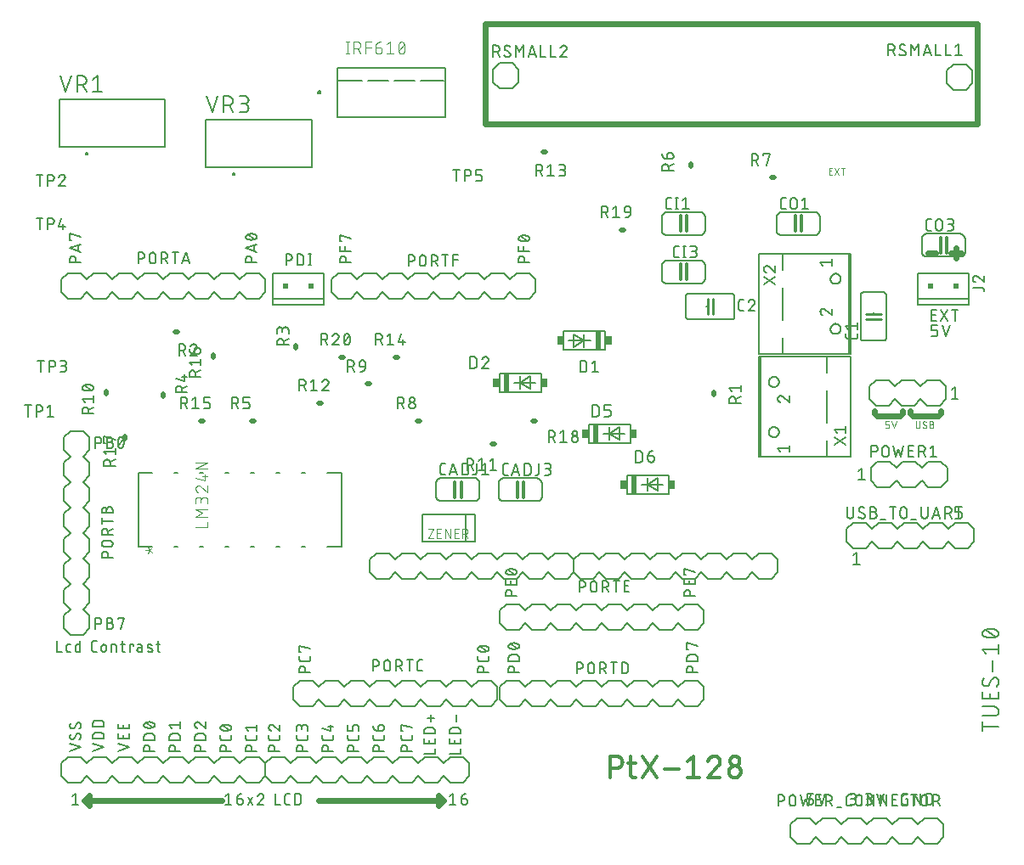
<source format=gbr>
G04 EAGLE Gerber RS-274X export*
G75*
%MOMM*%
%FSLAX34Y34*%
%LPD*%
%INSilkscreen Top*%
%IPPOS*%
%AMOC8*
5,1,8,0,0,1.08239X$1,22.5*%
G01*
%ADD10C,0.177800*%
%ADD11C,0.203200*%
%ADD12C,0.609600*%
%ADD13C,0.101600*%
%ADD14C,0.355600*%
%ADD15C,0.152400*%
%ADD16C,0.254000*%
%ADD17C,0.127000*%
%ADD18C,0.304800*%
%ADD19R,0.510659X1.871531*%
%ADD20R,0.633869X0.850231*%
%ADD21R,0.637219X0.850347*%
%ADD22C,0.508000*%
%ADD23C,0.076200*%
%ADD24C,0.200000*%
%ADD25R,0.508000X0.508000*%
%ADD26C,0.150000*%


D10*
X110109Y430149D02*
X110109Y441071D01*
X113143Y441071D01*
X113251Y441069D01*
X113359Y441063D01*
X113467Y441054D01*
X113575Y441040D01*
X113682Y441023D01*
X113788Y441002D01*
X113893Y440977D01*
X113998Y440948D01*
X114101Y440916D01*
X114203Y440880D01*
X114304Y440840D01*
X114403Y440797D01*
X114501Y440750D01*
X114597Y440700D01*
X114691Y440646D01*
X114783Y440589D01*
X114873Y440529D01*
X114961Y440466D01*
X115047Y440399D01*
X115130Y440330D01*
X115210Y440258D01*
X115288Y440182D01*
X115364Y440104D01*
X115436Y440024D01*
X115505Y439941D01*
X115572Y439855D01*
X115635Y439767D01*
X115695Y439677D01*
X115752Y439585D01*
X115806Y439491D01*
X115856Y439395D01*
X115903Y439297D01*
X115946Y439198D01*
X115986Y439097D01*
X116022Y438995D01*
X116054Y438892D01*
X116083Y438787D01*
X116108Y438682D01*
X116129Y438576D01*
X116146Y438469D01*
X116160Y438361D01*
X116169Y438253D01*
X116175Y438145D01*
X116177Y438037D01*
X116175Y437929D01*
X116169Y437821D01*
X116160Y437713D01*
X116146Y437605D01*
X116129Y437498D01*
X116108Y437392D01*
X116083Y437287D01*
X116054Y437182D01*
X116022Y437079D01*
X115986Y436977D01*
X115946Y436876D01*
X115903Y436777D01*
X115856Y436679D01*
X115806Y436583D01*
X115752Y436489D01*
X115695Y436397D01*
X115635Y436307D01*
X115572Y436219D01*
X115505Y436133D01*
X115436Y436050D01*
X115364Y435970D01*
X115288Y435892D01*
X115210Y435816D01*
X115130Y435744D01*
X115047Y435675D01*
X114961Y435608D01*
X114873Y435545D01*
X114783Y435485D01*
X114691Y435428D01*
X114597Y435374D01*
X114501Y435324D01*
X114403Y435277D01*
X114304Y435234D01*
X114203Y435194D01*
X114101Y435158D01*
X113998Y435126D01*
X113893Y435097D01*
X113788Y435072D01*
X113682Y435051D01*
X113575Y435034D01*
X113467Y435020D01*
X113359Y435011D01*
X113251Y435005D01*
X113143Y435003D01*
X110109Y435003D01*
X121539Y436217D02*
X124573Y436217D01*
X124681Y436215D01*
X124789Y436209D01*
X124897Y436200D01*
X125005Y436186D01*
X125112Y436169D01*
X125218Y436148D01*
X125323Y436123D01*
X125428Y436094D01*
X125531Y436062D01*
X125633Y436026D01*
X125734Y435986D01*
X125833Y435943D01*
X125931Y435896D01*
X126027Y435846D01*
X126121Y435792D01*
X126213Y435735D01*
X126303Y435675D01*
X126391Y435612D01*
X126477Y435545D01*
X126560Y435476D01*
X126640Y435404D01*
X126718Y435328D01*
X126794Y435250D01*
X126866Y435170D01*
X126935Y435087D01*
X127002Y435001D01*
X127065Y434913D01*
X127125Y434823D01*
X127182Y434731D01*
X127236Y434637D01*
X127286Y434541D01*
X127333Y434443D01*
X127376Y434344D01*
X127416Y434243D01*
X127452Y434141D01*
X127484Y434038D01*
X127513Y433933D01*
X127538Y433828D01*
X127559Y433722D01*
X127576Y433615D01*
X127590Y433507D01*
X127599Y433399D01*
X127605Y433291D01*
X127607Y433183D01*
X127605Y433075D01*
X127599Y432967D01*
X127590Y432859D01*
X127576Y432751D01*
X127559Y432644D01*
X127538Y432538D01*
X127513Y432433D01*
X127484Y432328D01*
X127452Y432225D01*
X127416Y432123D01*
X127376Y432022D01*
X127333Y431923D01*
X127286Y431825D01*
X127236Y431729D01*
X127182Y431635D01*
X127125Y431543D01*
X127065Y431453D01*
X127002Y431365D01*
X126935Y431279D01*
X126866Y431196D01*
X126794Y431116D01*
X126718Y431038D01*
X126640Y430962D01*
X126560Y430890D01*
X126477Y430821D01*
X126391Y430754D01*
X126303Y430691D01*
X126213Y430631D01*
X126121Y430574D01*
X126027Y430520D01*
X125931Y430470D01*
X125833Y430423D01*
X125734Y430380D01*
X125633Y430340D01*
X125531Y430304D01*
X125428Y430272D01*
X125323Y430243D01*
X125218Y430218D01*
X125112Y430197D01*
X125005Y430180D01*
X124897Y430166D01*
X124789Y430157D01*
X124681Y430151D01*
X124573Y430149D01*
X121539Y430149D01*
X121539Y441071D01*
X124573Y441071D01*
X124671Y441069D01*
X124768Y441063D01*
X124866Y441053D01*
X124962Y441040D01*
X125058Y441022D01*
X125154Y441000D01*
X125248Y440975D01*
X125342Y440946D01*
X125434Y440913D01*
X125524Y440877D01*
X125613Y440837D01*
X125701Y440793D01*
X125787Y440746D01*
X125870Y440695D01*
X125952Y440641D01*
X126031Y440584D01*
X126108Y440524D01*
X126182Y440461D01*
X126254Y440394D01*
X126323Y440325D01*
X126390Y440253D01*
X126453Y440179D01*
X126513Y440102D01*
X126570Y440023D01*
X126624Y439941D01*
X126675Y439858D01*
X126722Y439772D01*
X126766Y439684D01*
X126806Y439595D01*
X126842Y439505D01*
X126875Y439413D01*
X126904Y439319D01*
X126929Y439225D01*
X126951Y439129D01*
X126969Y439033D01*
X126982Y438937D01*
X126992Y438839D01*
X126998Y438742D01*
X127000Y438644D01*
X126998Y438546D01*
X126992Y438449D01*
X126982Y438351D01*
X126969Y438255D01*
X126951Y438159D01*
X126929Y438063D01*
X126904Y437969D01*
X126875Y437875D01*
X126842Y437783D01*
X126806Y437693D01*
X126766Y437604D01*
X126722Y437516D01*
X126675Y437431D01*
X126624Y437347D01*
X126570Y437265D01*
X126513Y437186D01*
X126453Y437109D01*
X126390Y437035D01*
X126323Y436963D01*
X126254Y436894D01*
X126182Y436827D01*
X126108Y436764D01*
X126031Y436704D01*
X125952Y436647D01*
X125870Y436593D01*
X125787Y436542D01*
X125701Y436495D01*
X125613Y436451D01*
X125524Y436411D01*
X125434Y436375D01*
X125342Y436342D01*
X125248Y436313D01*
X125154Y436288D01*
X125058Y436266D01*
X124962Y436248D01*
X124866Y436235D01*
X124768Y436225D01*
X124671Y436219D01*
X124573Y436217D01*
X132356Y435610D02*
X132359Y435825D01*
X132366Y436040D01*
X132379Y436254D01*
X132397Y436468D01*
X132420Y436682D01*
X132448Y436895D01*
X132481Y437107D01*
X132520Y437318D01*
X132563Y437529D01*
X132611Y437738D01*
X132665Y437946D01*
X132723Y438153D01*
X132786Y438359D01*
X132854Y438562D01*
X132927Y438765D01*
X133005Y438965D01*
X133087Y439163D01*
X133174Y439360D01*
X133266Y439554D01*
X133265Y439554D02*
X133297Y439641D01*
X133333Y439727D01*
X133372Y439811D01*
X133414Y439894D01*
X133460Y439975D01*
X133509Y440053D01*
X133562Y440130D01*
X133617Y440204D01*
X133675Y440276D01*
X133737Y440346D01*
X133801Y440413D01*
X133868Y440477D01*
X133938Y440539D01*
X134010Y440597D01*
X134084Y440653D01*
X134161Y440705D01*
X134239Y440754D01*
X134320Y440800D01*
X134403Y440843D01*
X134487Y440882D01*
X134573Y440917D01*
X134660Y440949D01*
X134748Y440978D01*
X134838Y441002D01*
X134928Y441023D01*
X135019Y441040D01*
X135111Y441054D01*
X135204Y441063D01*
X135296Y441069D01*
X135389Y441071D01*
X135482Y441069D01*
X135574Y441063D01*
X135667Y441054D01*
X135759Y441040D01*
X135850Y441023D01*
X135940Y441002D01*
X136030Y440978D01*
X136118Y440949D01*
X136205Y440917D01*
X136291Y440882D01*
X136375Y440843D01*
X136458Y440800D01*
X136539Y440754D01*
X136617Y440705D01*
X136694Y440653D01*
X136768Y440597D01*
X136840Y440539D01*
X136910Y440477D01*
X136977Y440413D01*
X137041Y440346D01*
X137103Y440276D01*
X137161Y440204D01*
X137217Y440130D01*
X137269Y440053D01*
X137318Y439975D01*
X137364Y439894D01*
X137406Y439811D01*
X137445Y439727D01*
X137481Y439641D01*
X137513Y439554D01*
X137512Y439554D02*
X137604Y439360D01*
X137691Y439163D01*
X137773Y438965D01*
X137851Y438764D01*
X137924Y438562D01*
X137992Y438359D01*
X138055Y438153D01*
X138113Y437946D01*
X138167Y437738D01*
X138215Y437529D01*
X138258Y437318D01*
X138297Y437107D01*
X138330Y436895D01*
X138358Y436682D01*
X138381Y436468D01*
X138399Y436254D01*
X138412Y436040D01*
X138419Y435825D01*
X138422Y435610D01*
X132355Y435610D02*
X132358Y435395D01*
X132365Y435180D01*
X132378Y434966D01*
X132396Y434752D01*
X132419Y434538D01*
X132447Y434325D01*
X132480Y434113D01*
X132519Y433901D01*
X132562Y433691D01*
X132610Y433482D01*
X132664Y433273D01*
X132722Y433067D01*
X132785Y432861D01*
X132853Y432657D01*
X132926Y432455D01*
X133004Y432255D01*
X133086Y432056D01*
X133173Y431860D01*
X133265Y431666D01*
X133297Y431579D01*
X133333Y431493D01*
X133372Y431409D01*
X133414Y431326D01*
X133460Y431245D01*
X133509Y431167D01*
X133562Y431090D01*
X133617Y431016D01*
X133675Y430944D01*
X133737Y430874D01*
X133801Y430807D01*
X133868Y430743D01*
X133938Y430681D01*
X134010Y430623D01*
X134084Y430567D01*
X134161Y430515D01*
X134239Y430466D01*
X134320Y430420D01*
X134403Y430377D01*
X134487Y430338D01*
X134573Y430303D01*
X134660Y430271D01*
X134748Y430242D01*
X134838Y430218D01*
X134928Y430197D01*
X135019Y430180D01*
X135111Y430166D01*
X135204Y430157D01*
X135296Y430151D01*
X135389Y430149D01*
X137513Y431666D02*
X137605Y431860D01*
X137692Y432056D01*
X137774Y432255D01*
X137852Y432455D01*
X137925Y432657D01*
X137993Y432861D01*
X138056Y433067D01*
X138114Y433273D01*
X138168Y433482D01*
X138216Y433691D01*
X138259Y433901D01*
X138298Y434113D01*
X138331Y434325D01*
X138359Y434538D01*
X138382Y434752D01*
X138400Y434966D01*
X138413Y435180D01*
X138420Y435395D01*
X138423Y435610D01*
X137513Y431666D02*
X137481Y431579D01*
X137445Y431493D01*
X137406Y431409D01*
X137364Y431326D01*
X137318Y431245D01*
X137269Y431167D01*
X137216Y431090D01*
X137161Y431016D01*
X137103Y430944D01*
X137041Y430874D01*
X136977Y430807D01*
X136910Y430743D01*
X136840Y430681D01*
X136768Y430623D01*
X136694Y430567D01*
X136617Y430515D01*
X136539Y430466D01*
X136458Y430420D01*
X136375Y430377D01*
X136291Y430338D01*
X136205Y430303D01*
X136118Y430271D01*
X136030Y430242D01*
X135940Y430218D01*
X135850Y430197D01*
X135759Y430180D01*
X135667Y430166D01*
X135574Y430157D01*
X135482Y430151D01*
X135389Y430149D01*
X132962Y432576D02*
X137816Y438644D01*
X110109Y260731D02*
X110109Y249809D01*
X110109Y260731D02*
X113143Y260731D01*
X113251Y260729D01*
X113359Y260723D01*
X113467Y260714D01*
X113575Y260700D01*
X113682Y260683D01*
X113788Y260662D01*
X113893Y260637D01*
X113998Y260608D01*
X114101Y260576D01*
X114203Y260540D01*
X114304Y260500D01*
X114403Y260457D01*
X114501Y260410D01*
X114597Y260360D01*
X114691Y260306D01*
X114783Y260249D01*
X114873Y260189D01*
X114961Y260126D01*
X115047Y260059D01*
X115130Y259990D01*
X115210Y259918D01*
X115288Y259842D01*
X115364Y259764D01*
X115436Y259684D01*
X115505Y259601D01*
X115572Y259515D01*
X115635Y259427D01*
X115695Y259337D01*
X115752Y259245D01*
X115806Y259151D01*
X115856Y259055D01*
X115903Y258957D01*
X115946Y258858D01*
X115986Y258757D01*
X116022Y258655D01*
X116054Y258552D01*
X116083Y258447D01*
X116108Y258342D01*
X116129Y258236D01*
X116146Y258129D01*
X116160Y258021D01*
X116169Y257913D01*
X116175Y257805D01*
X116177Y257697D01*
X116175Y257589D01*
X116169Y257481D01*
X116160Y257373D01*
X116146Y257265D01*
X116129Y257158D01*
X116108Y257052D01*
X116083Y256947D01*
X116054Y256842D01*
X116022Y256739D01*
X115986Y256637D01*
X115946Y256536D01*
X115903Y256437D01*
X115856Y256339D01*
X115806Y256243D01*
X115752Y256149D01*
X115695Y256057D01*
X115635Y255967D01*
X115572Y255879D01*
X115505Y255793D01*
X115436Y255710D01*
X115364Y255630D01*
X115288Y255552D01*
X115210Y255476D01*
X115130Y255404D01*
X115047Y255335D01*
X114961Y255268D01*
X114873Y255205D01*
X114783Y255145D01*
X114691Y255088D01*
X114597Y255034D01*
X114501Y254984D01*
X114403Y254937D01*
X114304Y254894D01*
X114203Y254854D01*
X114101Y254818D01*
X113998Y254786D01*
X113893Y254757D01*
X113788Y254732D01*
X113682Y254711D01*
X113575Y254694D01*
X113467Y254680D01*
X113359Y254671D01*
X113251Y254665D01*
X113143Y254663D01*
X110109Y254663D01*
X121539Y255877D02*
X124573Y255877D01*
X124681Y255875D01*
X124789Y255869D01*
X124897Y255860D01*
X125005Y255846D01*
X125112Y255829D01*
X125218Y255808D01*
X125323Y255783D01*
X125428Y255754D01*
X125531Y255722D01*
X125633Y255686D01*
X125734Y255646D01*
X125833Y255603D01*
X125931Y255556D01*
X126027Y255506D01*
X126121Y255452D01*
X126213Y255395D01*
X126303Y255335D01*
X126391Y255272D01*
X126477Y255205D01*
X126560Y255136D01*
X126640Y255064D01*
X126718Y254988D01*
X126794Y254910D01*
X126866Y254830D01*
X126935Y254747D01*
X127002Y254661D01*
X127065Y254573D01*
X127125Y254483D01*
X127182Y254391D01*
X127236Y254297D01*
X127286Y254201D01*
X127333Y254103D01*
X127376Y254004D01*
X127416Y253903D01*
X127452Y253801D01*
X127484Y253698D01*
X127513Y253593D01*
X127538Y253488D01*
X127559Y253382D01*
X127576Y253275D01*
X127590Y253167D01*
X127599Y253059D01*
X127605Y252951D01*
X127607Y252843D01*
X127605Y252735D01*
X127599Y252627D01*
X127590Y252519D01*
X127576Y252411D01*
X127559Y252304D01*
X127538Y252198D01*
X127513Y252093D01*
X127484Y251988D01*
X127452Y251885D01*
X127416Y251783D01*
X127376Y251682D01*
X127333Y251583D01*
X127286Y251485D01*
X127236Y251389D01*
X127182Y251295D01*
X127125Y251203D01*
X127065Y251113D01*
X127002Y251025D01*
X126935Y250939D01*
X126866Y250856D01*
X126794Y250776D01*
X126718Y250698D01*
X126640Y250622D01*
X126560Y250550D01*
X126477Y250481D01*
X126391Y250414D01*
X126303Y250351D01*
X126213Y250291D01*
X126121Y250234D01*
X126027Y250180D01*
X125931Y250130D01*
X125833Y250083D01*
X125734Y250040D01*
X125633Y250000D01*
X125531Y249964D01*
X125428Y249932D01*
X125323Y249903D01*
X125218Y249878D01*
X125112Y249857D01*
X125005Y249840D01*
X124897Y249826D01*
X124789Y249817D01*
X124681Y249811D01*
X124573Y249809D01*
X121539Y249809D01*
X121539Y260731D01*
X124573Y260731D01*
X124671Y260729D01*
X124768Y260723D01*
X124866Y260713D01*
X124962Y260700D01*
X125058Y260682D01*
X125154Y260660D01*
X125248Y260635D01*
X125342Y260606D01*
X125434Y260573D01*
X125524Y260537D01*
X125613Y260497D01*
X125701Y260453D01*
X125787Y260406D01*
X125870Y260355D01*
X125952Y260301D01*
X126031Y260244D01*
X126108Y260184D01*
X126182Y260121D01*
X126254Y260054D01*
X126323Y259985D01*
X126390Y259913D01*
X126453Y259839D01*
X126513Y259762D01*
X126570Y259683D01*
X126624Y259601D01*
X126675Y259517D01*
X126722Y259432D01*
X126766Y259344D01*
X126806Y259255D01*
X126842Y259165D01*
X126875Y259073D01*
X126904Y258979D01*
X126929Y258885D01*
X126951Y258789D01*
X126969Y258693D01*
X126982Y258597D01*
X126992Y258499D01*
X126998Y258402D01*
X127000Y258304D01*
X126998Y258206D01*
X126992Y258109D01*
X126982Y258011D01*
X126969Y257915D01*
X126951Y257819D01*
X126929Y257723D01*
X126904Y257629D01*
X126875Y257535D01*
X126842Y257443D01*
X126806Y257353D01*
X126766Y257264D01*
X126722Y257176D01*
X126675Y257091D01*
X126624Y257007D01*
X126570Y256925D01*
X126513Y256846D01*
X126453Y256769D01*
X126390Y256695D01*
X126323Y256623D01*
X126254Y256554D01*
X126182Y256487D01*
X126108Y256424D01*
X126031Y256364D01*
X125952Y256307D01*
X125870Y256253D01*
X125787Y256202D01*
X125701Y256155D01*
X125613Y256111D01*
X125524Y256071D01*
X125434Y256035D01*
X125342Y256002D01*
X125248Y255973D01*
X125154Y255948D01*
X125058Y255926D01*
X124962Y255908D01*
X124866Y255895D01*
X124768Y255885D01*
X124671Y255879D01*
X124573Y255877D01*
X132355Y259517D02*
X132355Y260731D01*
X138423Y260731D01*
X135389Y249809D01*
X95631Y615569D02*
X84709Y615569D01*
X84709Y618603D01*
X84711Y618711D01*
X84717Y618819D01*
X84726Y618927D01*
X84740Y619035D01*
X84757Y619142D01*
X84778Y619248D01*
X84803Y619353D01*
X84832Y619458D01*
X84864Y619561D01*
X84900Y619663D01*
X84940Y619764D01*
X84983Y619863D01*
X85030Y619961D01*
X85080Y620057D01*
X85134Y620151D01*
X85191Y620243D01*
X85251Y620333D01*
X85314Y620421D01*
X85381Y620507D01*
X85450Y620590D01*
X85522Y620670D01*
X85598Y620748D01*
X85676Y620824D01*
X85756Y620896D01*
X85839Y620965D01*
X85925Y621032D01*
X86013Y621095D01*
X86103Y621155D01*
X86195Y621212D01*
X86289Y621266D01*
X86385Y621316D01*
X86483Y621363D01*
X86582Y621406D01*
X86683Y621446D01*
X86785Y621482D01*
X86888Y621514D01*
X86993Y621543D01*
X87098Y621568D01*
X87204Y621589D01*
X87311Y621606D01*
X87419Y621620D01*
X87527Y621629D01*
X87635Y621635D01*
X87743Y621637D01*
X87851Y621635D01*
X87959Y621629D01*
X88067Y621620D01*
X88175Y621606D01*
X88282Y621589D01*
X88388Y621568D01*
X88493Y621543D01*
X88598Y621514D01*
X88701Y621482D01*
X88803Y621446D01*
X88904Y621406D01*
X89003Y621363D01*
X89101Y621316D01*
X89197Y621266D01*
X89291Y621212D01*
X89383Y621155D01*
X89473Y621095D01*
X89561Y621032D01*
X89647Y620965D01*
X89730Y620896D01*
X89810Y620824D01*
X89888Y620748D01*
X89964Y620670D01*
X90036Y620590D01*
X90105Y620507D01*
X90172Y620421D01*
X90235Y620333D01*
X90295Y620243D01*
X90352Y620151D01*
X90406Y620057D01*
X90456Y619961D01*
X90503Y619863D01*
X90546Y619764D01*
X90586Y619663D01*
X90622Y619561D01*
X90654Y619458D01*
X90683Y619353D01*
X90708Y619248D01*
X90729Y619142D01*
X90746Y619035D01*
X90760Y618927D01*
X90769Y618819D01*
X90775Y618711D01*
X90777Y618603D01*
X90777Y615569D01*
X95631Y625778D02*
X84709Y629419D01*
X95631Y633060D01*
X92901Y632150D02*
X92901Y626689D01*
X85923Y637815D02*
X84709Y637815D01*
X84709Y643883D01*
X95631Y640849D01*
X259969Y615569D02*
X270891Y615569D01*
X259969Y615569D02*
X259969Y618603D01*
X259971Y618711D01*
X259977Y618819D01*
X259986Y618927D01*
X260000Y619035D01*
X260017Y619142D01*
X260038Y619248D01*
X260063Y619353D01*
X260092Y619458D01*
X260124Y619561D01*
X260160Y619663D01*
X260200Y619764D01*
X260243Y619863D01*
X260290Y619961D01*
X260340Y620057D01*
X260394Y620151D01*
X260451Y620243D01*
X260511Y620333D01*
X260574Y620421D01*
X260641Y620507D01*
X260710Y620590D01*
X260782Y620670D01*
X260858Y620748D01*
X260936Y620824D01*
X261016Y620896D01*
X261099Y620965D01*
X261185Y621032D01*
X261273Y621095D01*
X261363Y621155D01*
X261455Y621212D01*
X261549Y621266D01*
X261645Y621316D01*
X261743Y621363D01*
X261842Y621406D01*
X261943Y621446D01*
X262045Y621482D01*
X262148Y621514D01*
X262253Y621543D01*
X262358Y621568D01*
X262464Y621589D01*
X262571Y621606D01*
X262679Y621620D01*
X262787Y621629D01*
X262895Y621635D01*
X263003Y621637D01*
X263111Y621635D01*
X263219Y621629D01*
X263327Y621620D01*
X263435Y621606D01*
X263542Y621589D01*
X263648Y621568D01*
X263753Y621543D01*
X263858Y621514D01*
X263961Y621482D01*
X264063Y621446D01*
X264164Y621406D01*
X264263Y621363D01*
X264361Y621316D01*
X264457Y621266D01*
X264551Y621212D01*
X264643Y621155D01*
X264733Y621095D01*
X264821Y621032D01*
X264907Y620965D01*
X264990Y620896D01*
X265070Y620824D01*
X265148Y620748D01*
X265224Y620670D01*
X265296Y620590D01*
X265365Y620507D01*
X265432Y620421D01*
X265495Y620333D01*
X265555Y620243D01*
X265612Y620151D01*
X265666Y620057D01*
X265716Y619961D01*
X265763Y619863D01*
X265806Y619764D01*
X265846Y619663D01*
X265882Y619561D01*
X265914Y619458D01*
X265943Y619353D01*
X265968Y619248D01*
X265989Y619142D01*
X266006Y619035D01*
X266020Y618927D01*
X266029Y618819D01*
X266035Y618711D01*
X266037Y618603D01*
X266037Y615569D01*
X270891Y625778D02*
X259969Y629419D01*
X270891Y633060D01*
X268161Y632150D02*
X268161Y626689D01*
X265430Y637815D02*
X265215Y637818D01*
X265000Y637825D01*
X264786Y637838D01*
X264572Y637856D01*
X264358Y637879D01*
X264145Y637907D01*
X263933Y637940D01*
X263721Y637979D01*
X263511Y638022D01*
X263302Y638070D01*
X263093Y638124D01*
X262887Y638182D01*
X262681Y638245D01*
X262477Y638313D01*
X262275Y638386D01*
X262075Y638464D01*
X261876Y638546D01*
X261680Y638633D01*
X261486Y638725D01*
X261399Y638757D01*
X261313Y638793D01*
X261229Y638832D01*
X261146Y638874D01*
X261065Y638920D01*
X260987Y638969D01*
X260910Y639021D01*
X260836Y639077D01*
X260764Y639135D01*
X260694Y639197D01*
X260627Y639261D01*
X260563Y639328D01*
X260501Y639398D01*
X260443Y639470D01*
X260387Y639544D01*
X260335Y639621D01*
X260286Y639699D01*
X260240Y639780D01*
X260197Y639863D01*
X260158Y639947D01*
X260123Y640033D01*
X260091Y640120D01*
X260062Y640208D01*
X260038Y640298D01*
X260017Y640388D01*
X260000Y640479D01*
X259986Y640571D01*
X259977Y640664D01*
X259971Y640756D01*
X259969Y640849D01*
X259971Y640942D01*
X259977Y641034D01*
X259986Y641127D01*
X260000Y641219D01*
X260017Y641310D01*
X260038Y641400D01*
X260062Y641490D01*
X260091Y641578D01*
X260123Y641665D01*
X260158Y641751D01*
X260197Y641835D01*
X260240Y641918D01*
X260286Y641999D01*
X260335Y642077D01*
X260387Y642154D01*
X260443Y642228D01*
X260501Y642300D01*
X260563Y642370D01*
X260627Y642437D01*
X260694Y642501D01*
X260764Y642563D01*
X260836Y642621D01*
X260910Y642677D01*
X260987Y642729D01*
X261066Y642778D01*
X261146Y642824D01*
X261229Y642866D01*
X261313Y642905D01*
X261399Y642941D01*
X261486Y642973D01*
X261680Y643065D01*
X261876Y643152D01*
X262075Y643234D01*
X262275Y643312D01*
X262477Y643385D01*
X262681Y643453D01*
X262887Y643516D01*
X263093Y643574D01*
X263302Y643628D01*
X263511Y643676D01*
X263721Y643719D01*
X263933Y643758D01*
X264145Y643791D01*
X264358Y643819D01*
X264572Y643842D01*
X264786Y643860D01*
X265000Y643873D01*
X265215Y643880D01*
X265430Y643883D01*
X265430Y637815D02*
X265645Y637818D01*
X265860Y637825D01*
X266074Y637838D01*
X266288Y637856D01*
X266502Y637879D01*
X266715Y637907D01*
X266927Y637940D01*
X267139Y637979D01*
X267349Y638022D01*
X267558Y638070D01*
X267767Y638124D01*
X267973Y638182D01*
X268179Y638245D01*
X268383Y638313D01*
X268585Y638386D01*
X268785Y638464D01*
X268984Y638546D01*
X269180Y638633D01*
X269374Y638725D01*
X269461Y638757D01*
X269547Y638793D01*
X269631Y638832D01*
X269714Y638874D01*
X269795Y638920D01*
X269873Y638969D01*
X269950Y639022D01*
X270024Y639077D01*
X270096Y639135D01*
X270166Y639197D01*
X270233Y639261D01*
X270297Y639328D01*
X270359Y639398D01*
X270417Y639470D01*
X270473Y639544D01*
X270525Y639621D01*
X270574Y639699D01*
X270620Y639780D01*
X270663Y639863D01*
X270702Y639947D01*
X270737Y640033D01*
X270769Y640120D01*
X270798Y640208D01*
X270822Y640298D01*
X270843Y640388D01*
X270860Y640479D01*
X270874Y640571D01*
X270883Y640664D01*
X270889Y640756D01*
X270891Y640849D01*
X269374Y642973D02*
X269180Y643065D01*
X268984Y643152D01*
X268785Y643234D01*
X268585Y643312D01*
X268383Y643385D01*
X268179Y643453D01*
X267973Y643516D01*
X267767Y643574D01*
X267558Y643628D01*
X267349Y643676D01*
X267139Y643719D01*
X266927Y643758D01*
X266715Y643791D01*
X266502Y643819D01*
X266288Y643842D01*
X266074Y643860D01*
X265860Y643873D01*
X265645Y643880D01*
X265430Y643883D01*
X269374Y642973D02*
X269461Y642941D01*
X269547Y642905D01*
X269631Y642866D01*
X269714Y642824D01*
X269795Y642778D01*
X269873Y642729D01*
X269950Y642676D01*
X270024Y642621D01*
X270096Y642563D01*
X270166Y642501D01*
X270233Y642437D01*
X270297Y642370D01*
X270359Y642300D01*
X270417Y642228D01*
X270473Y642154D01*
X270525Y642077D01*
X270574Y641999D01*
X270620Y641918D01*
X270663Y641835D01*
X270702Y641751D01*
X270737Y641665D01*
X270769Y641578D01*
X270798Y641490D01*
X270822Y641400D01*
X270843Y641310D01*
X270860Y641219D01*
X270874Y641127D01*
X270883Y641034D01*
X270889Y640942D01*
X270891Y640849D01*
X268464Y638422D02*
X262396Y643276D01*
X353949Y615569D02*
X364871Y615569D01*
X353949Y615569D02*
X353949Y618603D01*
X353951Y618711D01*
X353957Y618819D01*
X353966Y618927D01*
X353980Y619035D01*
X353997Y619142D01*
X354018Y619248D01*
X354043Y619353D01*
X354072Y619458D01*
X354104Y619561D01*
X354140Y619663D01*
X354180Y619764D01*
X354223Y619863D01*
X354270Y619961D01*
X354320Y620057D01*
X354374Y620151D01*
X354431Y620243D01*
X354491Y620333D01*
X354554Y620421D01*
X354621Y620507D01*
X354690Y620590D01*
X354762Y620670D01*
X354838Y620748D01*
X354916Y620824D01*
X354996Y620896D01*
X355079Y620965D01*
X355165Y621032D01*
X355253Y621095D01*
X355343Y621155D01*
X355435Y621212D01*
X355529Y621266D01*
X355625Y621316D01*
X355723Y621363D01*
X355822Y621406D01*
X355923Y621446D01*
X356025Y621482D01*
X356128Y621514D01*
X356233Y621543D01*
X356338Y621568D01*
X356444Y621589D01*
X356551Y621606D01*
X356659Y621620D01*
X356767Y621629D01*
X356875Y621635D01*
X356983Y621637D01*
X357091Y621635D01*
X357199Y621629D01*
X357307Y621620D01*
X357415Y621606D01*
X357522Y621589D01*
X357628Y621568D01*
X357733Y621543D01*
X357838Y621514D01*
X357941Y621482D01*
X358043Y621446D01*
X358144Y621406D01*
X358243Y621363D01*
X358341Y621316D01*
X358437Y621266D01*
X358531Y621212D01*
X358623Y621155D01*
X358713Y621095D01*
X358801Y621032D01*
X358887Y620965D01*
X358970Y620896D01*
X359050Y620824D01*
X359128Y620748D01*
X359204Y620670D01*
X359276Y620590D01*
X359345Y620507D01*
X359412Y620421D01*
X359475Y620333D01*
X359535Y620243D01*
X359592Y620151D01*
X359646Y620057D01*
X359696Y619961D01*
X359743Y619863D01*
X359786Y619764D01*
X359826Y619663D01*
X359862Y619561D01*
X359894Y619458D01*
X359923Y619353D01*
X359948Y619248D01*
X359969Y619142D01*
X359986Y619035D01*
X360000Y618927D01*
X360009Y618819D01*
X360015Y618711D01*
X360017Y618603D01*
X360017Y615569D01*
X364871Y626797D02*
X353949Y626797D01*
X353949Y631651D01*
X358803Y631651D02*
X358803Y626797D01*
X355163Y636291D02*
X353949Y636291D01*
X353949Y642359D01*
X364871Y639325D01*
X531749Y615569D02*
X542671Y615569D01*
X531749Y615569D02*
X531749Y618603D01*
X531751Y618711D01*
X531757Y618819D01*
X531766Y618927D01*
X531780Y619035D01*
X531797Y619142D01*
X531818Y619248D01*
X531843Y619353D01*
X531872Y619458D01*
X531904Y619561D01*
X531940Y619663D01*
X531980Y619764D01*
X532023Y619863D01*
X532070Y619961D01*
X532120Y620057D01*
X532174Y620151D01*
X532231Y620243D01*
X532291Y620333D01*
X532354Y620421D01*
X532421Y620507D01*
X532490Y620590D01*
X532562Y620670D01*
X532638Y620748D01*
X532716Y620824D01*
X532796Y620896D01*
X532879Y620965D01*
X532965Y621032D01*
X533053Y621095D01*
X533143Y621155D01*
X533235Y621212D01*
X533329Y621266D01*
X533425Y621316D01*
X533523Y621363D01*
X533622Y621406D01*
X533723Y621446D01*
X533825Y621482D01*
X533928Y621514D01*
X534033Y621543D01*
X534138Y621568D01*
X534244Y621589D01*
X534351Y621606D01*
X534459Y621620D01*
X534567Y621629D01*
X534675Y621635D01*
X534783Y621637D01*
X534891Y621635D01*
X534999Y621629D01*
X535107Y621620D01*
X535215Y621606D01*
X535322Y621589D01*
X535428Y621568D01*
X535533Y621543D01*
X535638Y621514D01*
X535741Y621482D01*
X535843Y621446D01*
X535944Y621406D01*
X536043Y621363D01*
X536141Y621316D01*
X536237Y621266D01*
X536331Y621212D01*
X536423Y621155D01*
X536513Y621095D01*
X536601Y621032D01*
X536687Y620965D01*
X536770Y620896D01*
X536850Y620824D01*
X536928Y620748D01*
X537004Y620670D01*
X537076Y620590D01*
X537145Y620507D01*
X537212Y620421D01*
X537275Y620333D01*
X537335Y620243D01*
X537392Y620151D01*
X537446Y620057D01*
X537496Y619961D01*
X537543Y619863D01*
X537586Y619764D01*
X537626Y619663D01*
X537662Y619561D01*
X537694Y619458D01*
X537723Y619353D01*
X537748Y619248D01*
X537769Y619142D01*
X537786Y619035D01*
X537800Y618927D01*
X537809Y618819D01*
X537815Y618711D01*
X537817Y618603D01*
X537817Y615569D01*
X542671Y626797D02*
X531749Y626797D01*
X531749Y631651D01*
X536603Y631651D02*
X536603Y626797D01*
X537210Y636291D02*
X536995Y636294D01*
X536780Y636301D01*
X536566Y636314D01*
X536352Y636332D01*
X536138Y636355D01*
X535925Y636383D01*
X535713Y636416D01*
X535501Y636455D01*
X535291Y636498D01*
X535082Y636546D01*
X534873Y636600D01*
X534667Y636658D01*
X534461Y636721D01*
X534257Y636789D01*
X534055Y636862D01*
X533855Y636940D01*
X533656Y637022D01*
X533460Y637109D01*
X533266Y637201D01*
X533179Y637233D01*
X533093Y637269D01*
X533009Y637308D01*
X532926Y637350D01*
X532845Y637396D01*
X532767Y637445D01*
X532690Y637497D01*
X532616Y637553D01*
X532544Y637611D01*
X532474Y637673D01*
X532407Y637737D01*
X532343Y637804D01*
X532281Y637874D01*
X532223Y637946D01*
X532167Y638020D01*
X532115Y638097D01*
X532066Y638175D01*
X532020Y638256D01*
X531977Y638339D01*
X531938Y638423D01*
X531903Y638509D01*
X531871Y638596D01*
X531842Y638684D01*
X531818Y638774D01*
X531797Y638864D01*
X531780Y638955D01*
X531766Y639047D01*
X531757Y639140D01*
X531751Y639232D01*
X531749Y639325D01*
X531751Y639418D01*
X531757Y639510D01*
X531766Y639603D01*
X531780Y639695D01*
X531797Y639786D01*
X531818Y639876D01*
X531842Y639966D01*
X531871Y640054D01*
X531903Y640141D01*
X531938Y640227D01*
X531977Y640311D01*
X532020Y640394D01*
X532066Y640475D01*
X532115Y640553D01*
X532167Y640630D01*
X532223Y640704D01*
X532281Y640776D01*
X532343Y640846D01*
X532407Y640913D01*
X532474Y640977D01*
X532544Y641039D01*
X532616Y641097D01*
X532690Y641153D01*
X532767Y641205D01*
X532846Y641254D01*
X532926Y641300D01*
X533009Y641342D01*
X533093Y641381D01*
X533179Y641417D01*
X533266Y641449D01*
X533460Y641541D01*
X533656Y641628D01*
X533855Y641710D01*
X534055Y641788D01*
X534257Y641861D01*
X534461Y641929D01*
X534667Y641992D01*
X534873Y642050D01*
X535082Y642104D01*
X535291Y642152D01*
X535501Y642195D01*
X535713Y642234D01*
X535925Y642267D01*
X536138Y642295D01*
X536352Y642318D01*
X536566Y642336D01*
X536780Y642349D01*
X536995Y642356D01*
X537210Y642359D01*
X537210Y636291D02*
X537425Y636294D01*
X537640Y636301D01*
X537854Y636314D01*
X538068Y636332D01*
X538282Y636355D01*
X538495Y636383D01*
X538707Y636416D01*
X538919Y636455D01*
X539129Y636498D01*
X539338Y636546D01*
X539547Y636600D01*
X539753Y636658D01*
X539959Y636721D01*
X540163Y636789D01*
X540365Y636862D01*
X540565Y636940D01*
X540764Y637022D01*
X540960Y637109D01*
X541154Y637201D01*
X541241Y637233D01*
X541327Y637269D01*
X541411Y637308D01*
X541494Y637350D01*
X541575Y637396D01*
X541653Y637445D01*
X541730Y637498D01*
X541804Y637553D01*
X541876Y637611D01*
X541946Y637673D01*
X542013Y637737D01*
X542077Y637804D01*
X542139Y637874D01*
X542197Y637946D01*
X542253Y638020D01*
X542305Y638097D01*
X542354Y638175D01*
X542400Y638256D01*
X542443Y638339D01*
X542482Y638423D01*
X542517Y638509D01*
X542549Y638596D01*
X542578Y638684D01*
X542602Y638774D01*
X542623Y638864D01*
X542640Y638955D01*
X542654Y639047D01*
X542663Y639140D01*
X542669Y639232D01*
X542671Y639325D01*
X541154Y641449D02*
X540960Y641541D01*
X540764Y641628D01*
X540565Y641710D01*
X540365Y641788D01*
X540163Y641861D01*
X539959Y641929D01*
X539753Y641992D01*
X539547Y642050D01*
X539338Y642104D01*
X539129Y642152D01*
X538919Y642195D01*
X538707Y642234D01*
X538495Y642267D01*
X538282Y642295D01*
X538068Y642318D01*
X537854Y642336D01*
X537640Y642349D01*
X537425Y642356D01*
X537210Y642359D01*
X541154Y641449D02*
X541241Y641417D01*
X541327Y641381D01*
X541411Y641342D01*
X541494Y641300D01*
X541575Y641254D01*
X541653Y641205D01*
X541730Y641152D01*
X541804Y641097D01*
X541876Y641039D01*
X541946Y640977D01*
X542013Y640913D01*
X542077Y640846D01*
X542139Y640776D01*
X542197Y640704D01*
X542253Y640630D01*
X542305Y640553D01*
X542354Y640475D01*
X542400Y640394D01*
X542443Y640311D01*
X542482Y640227D01*
X542517Y640141D01*
X542549Y640054D01*
X542578Y639966D01*
X542602Y639876D01*
X542623Y639786D01*
X542640Y639695D01*
X542654Y639603D01*
X542663Y639510D01*
X542669Y639418D01*
X542671Y639325D01*
X540244Y636898D02*
X534176Y641752D01*
D11*
X696976Y282956D02*
X707644Y282956D01*
X696976Y282956D02*
X696976Y285919D01*
X696978Y286026D01*
X696984Y286133D01*
X696993Y286239D01*
X697007Y286345D01*
X697024Y286451D01*
X697045Y286556D01*
X697070Y286660D01*
X697099Y286763D01*
X697131Y286865D01*
X697167Y286966D01*
X697207Y287065D01*
X697250Y287163D01*
X697297Y287259D01*
X697347Y287354D01*
X697400Y287447D01*
X697457Y287537D01*
X697517Y287626D01*
X697580Y287712D01*
X697646Y287796D01*
X697716Y287878D01*
X697788Y287957D01*
X697863Y288033D01*
X697941Y288107D01*
X698021Y288177D01*
X698104Y288245D01*
X698189Y288310D01*
X698276Y288371D01*
X698366Y288430D01*
X698458Y288485D01*
X698551Y288537D01*
X698647Y288585D01*
X698744Y288630D01*
X698842Y288672D01*
X698942Y288709D01*
X699044Y288744D01*
X699146Y288774D01*
X699250Y288801D01*
X699354Y288824D01*
X699460Y288843D01*
X699566Y288858D01*
X699672Y288870D01*
X699779Y288878D01*
X699886Y288882D01*
X699992Y288882D01*
X700099Y288878D01*
X700206Y288870D01*
X700312Y288858D01*
X700418Y288843D01*
X700524Y288824D01*
X700628Y288801D01*
X700732Y288774D01*
X700834Y288744D01*
X700936Y288709D01*
X701036Y288672D01*
X701134Y288630D01*
X701231Y288585D01*
X701327Y288537D01*
X701421Y288485D01*
X701512Y288430D01*
X701602Y288371D01*
X701689Y288310D01*
X701774Y288245D01*
X701857Y288177D01*
X701937Y288107D01*
X702015Y288033D01*
X702090Y287957D01*
X702162Y287878D01*
X702232Y287796D01*
X702298Y287712D01*
X702361Y287626D01*
X702421Y287537D01*
X702478Y287447D01*
X702531Y287354D01*
X702581Y287259D01*
X702628Y287163D01*
X702671Y287065D01*
X702711Y286966D01*
X702747Y286865D01*
X702779Y286763D01*
X702808Y286660D01*
X702833Y286556D01*
X702854Y286451D01*
X702871Y286345D01*
X702885Y286239D01*
X702894Y286133D01*
X702900Y286026D01*
X702902Y285919D01*
X702903Y285919D02*
X702903Y282956D01*
X707644Y294166D02*
X707644Y298907D01*
X707644Y294166D02*
X696976Y294166D01*
X696976Y298907D01*
X701717Y297722D02*
X701717Y294166D01*
X698161Y303657D02*
X696976Y303657D01*
X696976Y309584D01*
X707644Y306620D01*
D10*
X529971Y282829D02*
X519049Y282829D01*
X519049Y285863D01*
X519051Y285971D01*
X519057Y286079D01*
X519066Y286187D01*
X519080Y286295D01*
X519097Y286402D01*
X519118Y286508D01*
X519143Y286613D01*
X519172Y286718D01*
X519204Y286821D01*
X519240Y286923D01*
X519280Y287024D01*
X519323Y287123D01*
X519370Y287221D01*
X519420Y287317D01*
X519474Y287411D01*
X519531Y287503D01*
X519591Y287593D01*
X519654Y287681D01*
X519721Y287767D01*
X519790Y287850D01*
X519862Y287930D01*
X519938Y288008D01*
X520016Y288084D01*
X520096Y288156D01*
X520179Y288225D01*
X520265Y288292D01*
X520353Y288355D01*
X520443Y288415D01*
X520535Y288472D01*
X520629Y288526D01*
X520725Y288576D01*
X520823Y288623D01*
X520922Y288666D01*
X521023Y288706D01*
X521125Y288742D01*
X521228Y288774D01*
X521333Y288803D01*
X521438Y288828D01*
X521544Y288849D01*
X521651Y288866D01*
X521759Y288880D01*
X521867Y288889D01*
X521975Y288895D01*
X522083Y288897D01*
X522191Y288895D01*
X522299Y288889D01*
X522407Y288880D01*
X522515Y288866D01*
X522622Y288849D01*
X522728Y288828D01*
X522833Y288803D01*
X522938Y288774D01*
X523041Y288742D01*
X523143Y288706D01*
X523244Y288666D01*
X523343Y288623D01*
X523441Y288576D01*
X523537Y288526D01*
X523631Y288472D01*
X523723Y288415D01*
X523813Y288355D01*
X523901Y288292D01*
X523987Y288225D01*
X524070Y288156D01*
X524150Y288084D01*
X524228Y288008D01*
X524304Y287930D01*
X524376Y287850D01*
X524445Y287767D01*
X524512Y287681D01*
X524575Y287593D01*
X524635Y287503D01*
X524692Y287411D01*
X524746Y287317D01*
X524796Y287221D01*
X524843Y287123D01*
X524886Y287024D01*
X524926Y286923D01*
X524962Y286821D01*
X524994Y286718D01*
X525023Y286613D01*
X525048Y286508D01*
X525069Y286402D01*
X525086Y286295D01*
X525100Y286187D01*
X525109Y286079D01*
X525115Y285971D01*
X525117Y285863D01*
X525117Y282829D01*
X529971Y294057D02*
X529971Y298911D01*
X529971Y294057D02*
X519049Y294057D01*
X519049Y298911D01*
X523903Y297698D02*
X523903Y294057D01*
X524510Y303551D02*
X524295Y303554D01*
X524080Y303561D01*
X523866Y303574D01*
X523652Y303592D01*
X523438Y303615D01*
X523225Y303643D01*
X523013Y303676D01*
X522801Y303715D01*
X522591Y303758D01*
X522382Y303806D01*
X522173Y303860D01*
X521967Y303918D01*
X521761Y303981D01*
X521557Y304049D01*
X521355Y304122D01*
X521155Y304200D01*
X520956Y304282D01*
X520760Y304369D01*
X520566Y304461D01*
X520479Y304493D01*
X520393Y304529D01*
X520309Y304568D01*
X520226Y304610D01*
X520145Y304656D01*
X520067Y304705D01*
X519990Y304757D01*
X519916Y304813D01*
X519844Y304871D01*
X519774Y304933D01*
X519707Y304997D01*
X519643Y305064D01*
X519581Y305134D01*
X519523Y305206D01*
X519467Y305280D01*
X519415Y305357D01*
X519366Y305435D01*
X519320Y305516D01*
X519277Y305599D01*
X519238Y305683D01*
X519203Y305769D01*
X519171Y305856D01*
X519142Y305944D01*
X519118Y306034D01*
X519097Y306124D01*
X519080Y306215D01*
X519066Y306307D01*
X519057Y306400D01*
X519051Y306492D01*
X519049Y306585D01*
X519051Y306678D01*
X519057Y306770D01*
X519066Y306863D01*
X519080Y306955D01*
X519097Y307046D01*
X519118Y307136D01*
X519142Y307226D01*
X519171Y307314D01*
X519203Y307401D01*
X519238Y307487D01*
X519277Y307571D01*
X519320Y307654D01*
X519366Y307735D01*
X519415Y307813D01*
X519467Y307890D01*
X519523Y307964D01*
X519581Y308036D01*
X519643Y308106D01*
X519707Y308173D01*
X519774Y308237D01*
X519844Y308299D01*
X519916Y308357D01*
X519990Y308413D01*
X520067Y308465D01*
X520146Y308514D01*
X520226Y308560D01*
X520309Y308602D01*
X520393Y308641D01*
X520479Y308677D01*
X520566Y308709D01*
X520760Y308801D01*
X520956Y308888D01*
X521155Y308970D01*
X521355Y309048D01*
X521557Y309121D01*
X521761Y309189D01*
X521967Y309252D01*
X522173Y309310D01*
X522382Y309364D01*
X522591Y309412D01*
X522801Y309455D01*
X523013Y309494D01*
X523225Y309527D01*
X523438Y309555D01*
X523652Y309578D01*
X523866Y309596D01*
X524080Y309609D01*
X524295Y309616D01*
X524510Y309619D01*
X524510Y303551D02*
X524725Y303554D01*
X524940Y303561D01*
X525154Y303574D01*
X525368Y303592D01*
X525582Y303615D01*
X525795Y303643D01*
X526007Y303676D01*
X526219Y303715D01*
X526429Y303758D01*
X526638Y303806D01*
X526847Y303860D01*
X527053Y303918D01*
X527259Y303981D01*
X527463Y304049D01*
X527665Y304122D01*
X527865Y304200D01*
X528064Y304282D01*
X528260Y304369D01*
X528454Y304461D01*
X528541Y304493D01*
X528627Y304529D01*
X528711Y304568D01*
X528794Y304610D01*
X528875Y304656D01*
X528953Y304705D01*
X529030Y304758D01*
X529104Y304813D01*
X529176Y304871D01*
X529246Y304933D01*
X529313Y304997D01*
X529377Y305064D01*
X529439Y305134D01*
X529497Y305206D01*
X529553Y305280D01*
X529605Y305357D01*
X529654Y305435D01*
X529700Y305516D01*
X529743Y305599D01*
X529782Y305683D01*
X529817Y305769D01*
X529849Y305856D01*
X529878Y305944D01*
X529902Y306034D01*
X529923Y306124D01*
X529940Y306215D01*
X529954Y306307D01*
X529963Y306400D01*
X529969Y306492D01*
X529971Y306585D01*
X528454Y308709D02*
X528260Y308801D01*
X528064Y308888D01*
X527865Y308970D01*
X527665Y309048D01*
X527463Y309121D01*
X527259Y309189D01*
X527053Y309252D01*
X526847Y309310D01*
X526638Y309364D01*
X526429Y309412D01*
X526219Y309455D01*
X526007Y309494D01*
X525795Y309527D01*
X525582Y309555D01*
X525368Y309578D01*
X525154Y309596D01*
X524940Y309609D01*
X524725Y309616D01*
X524510Y309619D01*
X528454Y308709D02*
X528541Y308677D01*
X528627Y308641D01*
X528711Y308602D01*
X528794Y308560D01*
X528875Y308514D01*
X528953Y308465D01*
X529030Y308412D01*
X529104Y308357D01*
X529176Y308299D01*
X529246Y308237D01*
X529313Y308173D01*
X529377Y308106D01*
X529439Y308036D01*
X529497Y307964D01*
X529553Y307890D01*
X529605Y307813D01*
X529654Y307735D01*
X529700Y307654D01*
X529743Y307571D01*
X529782Y307487D01*
X529817Y307401D01*
X529849Y307314D01*
X529878Y307226D01*
X529902Y307136D01*
X529923Y307046D01*
X529940Y306955D01*
X529954Y306863D01*
X529963Y306770D01*
X529969Y306678D01*
X529971Y306585D01*
X527544Y304158D02*
X521476Y309012D01*
X521589Y206629D02*
X532511Y206629D01*
X521589Y206629D02*
X521589Y209663D01*
X521591Y209771D01*
X521597Y209879D01*
X521606Y209987D01*
X521620Y210095D01*
X521637Y210202D01*
X521658Y210308D01*
X521683Y210413D01*
X521712Y210518D01*
X521744Y210621D01*
X521780Y210723D01*
X521820Y210824D01*
X521863Y210923D01*
X521910Y211021D01*
X521960Y211117D01*
X522014Y211211D01*
X522071Y211303D01*
X522131Y211393D01*
X522194Y211481D01*
X522261Y211567D01*
X522330Y211650D01*
X522402Y211730D01*
X522478Y211808D01*
X522556Y211884D01*
X522636Y211956D01*
X522719Y212025D01*
X522805Y212092D01*
X522893Y212155D01*
X522983Y212215D01*
X523075Y212272D01*
X523169Y212326D01*
X523265Y212376D01*
X523363Y212423D01*
X523462Y212466D01*
X523563Y212506D01*
X523665Y212542D01*
X523768Y212574D01*
X523873Y212603D01*
X523978Y212628D01*
X524084Y212649D01*
X524191Y212666D01*
X524299Y212680D01*
X524407Y212689D01*
X524515Y212695D01*
X524623Y212697D01*
X524731Y212695D01*
X524839Y212689D01*
X524947Y212680D01*
X525055Y212666D01*
X525162Y212649D01*
X525268Y212628D01*
X525373Y212603D01*
X525478Y212574D01*
X525581Y212542D01*
X525683Y212506D01*
X525784Y212466D01*
X525883Y212423D01*
X525981Y212376D01*
X526077Y212326D01*
X526171Y212272D01*
X526263Y212215D01*
X526353Y212155D01*
X526441Y212092D01*
X526527Y212025D01*
X526610Y211956D01*
X526690Y211884D01*
X526768Y211808D01*
X526844Y211730D01*
X526916Y211650D01*
X526985Y211567D01*
X527052Y211481D01*
X527115Y211393D01*
X527175Y211303D01*
X527232Y211211D01*
X527286Y211117D01*
X527336Y211021D01*
X527383Y210923D01*
X527426Y210824D01*
X527466Y210723D01*
X527502Y210621D01*
X527534Y210518D01*
X527563Y210413D01*
X527588Y210308D01*
X527609Y210202D01*
X527626Y210095D01*
X527640Y209987D01*
X527649Y209879D01*
X527655Y209771D01*
X527657Y209663D01*
X527657Y206629D01*
X532511Y217826D02*
X521589Y217826D01*
X521589Y220860D01*
X521591Y220968D01*
X521597Y221076D01*
X521606Y221184D01*
X521620Y221292D01*
X521637Y221399D01*
X521658Y221505D01*
X521683Y221610D01*
X521712Y221715D01*
X521744Y221818D01*
X521780Y221920D01*
X521820Y222021D01*
X521863Y222120D01*
X521910Y222218D01*
X521960Y222314D01*
X522014Y222408D01*
X522071Y222500D01*
X522131Y222590D01*
X522194Y222678D01*
X522261Y222764D01*
X522330Y222847D01*
X522402Y222927D01*
X522478Y223005D01*
X522556Y223081D01*
X522636Y223153D01*
X522719Y223222D01*
X522805Y223289D01*
X522893Y223352D01*
X522983Y223412D01*
X523075Y223469D01*
X523169Y223523D01*
X523265Y223573D01*
X523363Y223620D01*
X523462Y223663D01*
X523563Y223703D01*
X523665Y223739D01*
X523768Y223771D01*
X523873Y223800D01*
X523978Y223825D01*
X524084Y223846D01*
X524191Y223863D01*
X524299Y223877D01*
X524407Y223886D01*
X524515Y223892D01*
X524623Y223894D01*
X529477Y223894D01*
X529585Y223892D01*
X529693Y223886D01*
X529801Y223877D01*
X529909Y223863D01*
X530016Y223846D01*
X530122Y223825D01*
X530227Y223800D01*
X530332Y223771D01*
X530435Y223739D01*
X530537Y223703D01*
X530638Y223663D01*
X530737Y223620D01*
X530835Y223573D01*
X530931Y223523D01*
X531025Y223469D01*
X531117Y223412D01*
X531207Y223352D01*
X531295Y223289D01*
X531381Y223222D01*
X531464Y223153D01*
X531544Y223081D01*
X531622Y223005D01*
X531698Y222927D01*
X531770Y222847D01*
X531839Y222764D01*
X531906Y222678D01*
X531969Y222590D01*
X532029Y222500D01*
X532086Y222408D01*
X532140Y222314D01*
X532190Y222218D01*
X532237Y222120D01*
X532280Y222021D01*
X532320Y221920D01*
X532356Y221818D01*
X532388Y221715D01*
X532417Y221610D01*
X532442Y221505D01*
X532463Y221399D01*
X532480Y221292D01*
X532494Y221184D01*
X532503Y221076D01*
X532509Y220968D01*
X532511Y220860D01*
X532511Y217826D01*
X527050Y229637D02*
X526835Y229640D01*
X526620Y229647D01*
X526406Y229660D01*
X526192Y229678D01*
X525978Y229701D01*
X525765Y229729D01*
X525553Y229762D01*
X525341Y229801D01*
X525131Y229844D01*
X524922Y229892D01*
X524713Y229946D01*
X524507Y230004D01*
X524301Y230067D01*
X524097Y230135D01*
X523895Y230208D01*
X523695Y230286D01*
X523496Y230368D01*
X523300Y230455D01*
X523106Y230547D01*
X523019Y230579D01*
X522933Y230615D01*
X522849Y230654D01*
X522766Y230696D01*
X522685Y230742D01*
X522607Y230791D01*
X522530Y230843D01*
X522456Y230899D01*
X522384Y230957D01*
X522314Y231019D01*
X522247Y231083D01*
X522183Y231150D01*
X522121Y231220D01*
X522063Y231292D01*
X522007Y231366D01*
X521955Y231443D01*
X521906Y231521D01*
X521860Y231602D01*
X521817Y231685D01*
X521778Y231769D01*
X521743Y231855D01*
X521711Y231942D01*
X521682Y232030D01*
X521658Y232120D01*
X521637Y232210D01*
X521620Y232301D01*
X521606Y232393D01*
X521597Y232486D01*
X521591Y232578D01*
X521589Y232671D01*
X521591Y232764D01*
X521597Y232856D01*
X521606Y232949D01*
X521620Y233041D01*
X521637Y233132D01*
X521658Y233222D01*
X521682Y233312D01*
X521711Y233400D01*
X521743Y233487D01*
X521778Y233573D01*
X521817Y233657D01*
X521860Y233740D01*
X521906Y233821D01*
X521955Y233899D01*
X522007Y233976D01*
X522063Y234050D01*
X522121Y234122D01*
X522183Y234192D01*
X522247Y234259D01*
X522314Y234323D01*
X522384Y234385D01*
X522456Y234443D01*
X522530Y234499D01*
X522607Y234551D01*
X522686Y234600D01*
X522766Y234646D01*
X522849Y234688D01*
X522933Y234727D01*
X523019Y234763D01*
X523106Y234795D01*
X523300Y234887D01*
X523496Y234974D01*
X523695Y235056D01*
X523895Y235134D01*
X524097Y235207D01*
X524301Y235275D01*
X524507Y235338D01*
X524713Y235396D01*
X524922Y235450D01*
X525131Y235498D01*
X525341Y235541D01*
X525553Y235580D01*
X525765Y235613D01*
X525978Y235641D01*
X526192Y235664D01*
X526406Y235682D01*
X526620Y235695D01*
X526835Y235702D01*
X527050Y235705D01*
X527050Y229637D02*
X527265Y229640D01*
X527480Y229647D01*
X527694Y229660D01*
X527908Y229678D01*
X528122Y229701D01*
X528335Y229729D01*
X528547Y229762D01*
X528759Y229801D01*
X528969Y229844D01*
X529178Y229892D01*
X529387Y229946D01*
X529593Y230004D01*
X529799Y230067D01*
X530003Y230135D01*
X530205Y230208D01*
X530405Y230286D01*
X530604Y230368D01*
X530800Y230455D01*
X530994Y230547D01*
X531081Y230579D01*
X531167Y230615D01*
X531251Y230654D01*
X531334Y230696D01*
X531415Y230742D01*
X531493Y230791D01*
X531570Y230844D01*
X531644Y230899D01*
X531716Y230957D01*
X531786Y231019D01*
X531853Y231083D01*
X531917Y231150D01*
X531979Y231220D01*
X532037Y231292D01*
X532093Y231366D01*
X532145Y231443D01*
X532194Y231521D01*
X532240Y231602D01*
X532283Y231685D01*
X532322Y231769D01*
X532357Y231855D01*
X532389Y231942D01*
X532418Y232030D01*
X532442Y232120D01*
X532463Y232210D01*
X532480Y232301D01*
X532494Y232393D01*
X532503Y232486D01*
X532509Y232578D01*
X532511Y232671D01*
X530994Y234795D02*
X530800Y234887D01*
X530604Y234974D01*
X530405Y235056D01*
X530205Y235134D01*
X530003Y235207D01*
X529799Y235275D01*
X529593Y235338D01*
X529387Y235396D01*
X529178Y235450D01*
X528969Y235498D01*
X528759Y235541D01*
X528547Y235580D01*
X528335Y235613D01*
X528122Y235641D01*
X527908Y235664D01*
X527694Y235682D01*
X527480Y235695D01*
X527265Y235702D01*
X527050Y235705D01*
X530994Y234795D02*
X531081Y234763D01*
X531167Y234727D01*
X531251Y234688D01*
X531334Y234646D01*
X531415Y234600D01*
X531493Y234551D01*
X531570Y234498D01*
X531644Y234443D01*
X531716Y234385D01*
X531786Y234323D01*
X531853Y234259D01*
X531917Y234192D01*
X531979Y234122D01*
X532037Y234050D01*
X532093Y233976D01*
X532145Y233899D01*
X532194Y233821D01*
X532240Y233740D01*
X532283Y233657D01*
X532322Y233573D01*
X532357Y233487D01*
X532389Y233400D01*
X532418Y233312D01*
X532442Y233222D01*
X532463Y233132D01*
X532480Y233041D01*
X532494Y232949D01*
X532503Y232856D01*
X532509Y232764D01*
X532511Y232671D01*
X530084Y230244D02*
X524016Y235098D01*
X699389Y206629D02*
X710311Y206629D01*
X699389Y206629D02*
X699389Y209663D01*
X699391Y209771D01*
X699397Y209879D01*
X699406Y209987D01*
X699420Y210095D01*
X699437Y210202D01*
X699458Y210308D01*
X699483Y210413D01*
X699512Y210518D01*
X699544Y210621D01*
X699580Y210723D01*
X699620Y210824D01*
X699663Y210923D01*
X699710Y211021D01*
X699760Y211117D01*
X699814Y211211D01*
X699871Y211303D01*
X699931Y211393D01*
X699994Y211481D01*
X700061Y211567D01*
X700130Y211650D01*
X700202Y211730D01*
X700278Y211808D01*
X700356Y211884D01*
X700436Y211956D01*
X700519Y212025D01*
X700605Y212092D01*
X700693Y212155D01*
X700783Y212215D01*
X700875Y212272D01*
X700969Y212326D01*
X701065Y212376D01*
X701163Y212423D01*
X701262Y212466D01*
X701363Y212506D01*
X701465Y212542D01*
X701568Y212574D01*
X701673Y212603D01*
X701778Y212628D01*
X701884Y212649D01*
X701991Y212666D01*
X702099Y212680D01*
X702207Y212689D01*
X702315Y212695D01*
X702423Y212697D01*
X702531Y212695D01*
X702639Y212689D01*
X702747Y212680D01*
X702855Y212666D01*
X702962Y212649D01*
X703068Y212628D01*
X703173Y212603D01*
X703278Y212574D01*
X703381Y212542D01*
X703483Y212506D01*
X703584Y212466D01*
X703683Y212423D01*
X703781Y212376D01*
X703877Y212326D01*
X703971Y212272D01*
X704063Y212215D01*
X704153Y212155D01*
X704241Y212092D01*
X704327Y212025D01*
X704410Y211956D01*
X704490Y211884D01*
X704568Y211808D01*
X704644Y211730D01*
X704716Y211650D01*
X704785Y211567D01*
X704852Y211481D01*
X704915Y211393D01*
X704975Y211303D01*
X705032Y211211D01*
X705086Y211117D01*
X705136Y211021D01*
X705183Y210923D01*
X705226Y210824D01*
X705266Y210723D01*
X705302Y210621D01*
X705334Y210518D01*
X705363Y210413D01*
X705388Y210308D01*
X705409Y210202D01*
X705426Y210095D01*
X705440Y209987D01*
X705449Y209879D01*
X705455Y209771D01*
X705457Y209663D01*
X705457Y206629D01*
X710311Y217826D02*
X699389Y217826D01*
X699389Y220860D01*
X699391Y220968D01*
X699397Y221076D01*
X699406Y221184D01*
X699420Y221292D01*
X699437Y221399D01*
X699458Y221505D01*
X699483Y221610D01*
X699512Y221715D01*
X699544Y221818D01*
X699580Y221920D01*
X699620Y222021D01*
X699663Y222120D01*
X699710Y222218D01*
X699760Y222314D01*
X699814Y222408D01*
X699871Y222500D01*
X699931Y222590D01*
X699994Y222678D01*
X700061Y222764D01*
X700130Y222847D01*
X700202Y222927D01*
X700278Y223005D01*
X700356Y223081D01*
X700436Y223153D01*
X700519Y223222D01*
X700605Y223289D01*
X700693Y223352D01*
X700783Y223412D01*
X700875Y223469D01*
X700969Y223523D01*
X701065Y223573D01*
X701163Y223620D01*
X701262Y223663D01*
X701363Y223703D01*
X701465Y223739D01*
X701568Y223771D01*
X701673Y223800D01*
X701778Y223825D01*
X701884Y223846D01*
X701991Y223863D01*
X702099Y223877D01*
X702207Y223886D01*
X702315Y223892D01*
X702423Y223894D01*
X707277Y223894D01*
X707385Y223892D01*
X707493Y223886D01*
X707601Y223877D01*
X707709Y223863D01*
X707816Y223846D01*
X707922Y223825D01*
X708027Y223800D01*
X708132Y223771D01*
X708235Y223739D01*
X708337Y223703D01*
X708438Y223663D01*
X708537Y223620D01*
X708635Y223573D01*
X708731Y223523D01*
X708825Y223469D01*
X708917Y223412D01*
X709007Y223352D01*
X709095Y223289D01*
X709181Y223222D01*
X709264Y223153D01*
X709344Y223081D01*
X709422Y223005D01*
X709498Y222927D01*
X709570Y222847D01*
X709639Y222764D01*
X709706Y222678D01*
X709769Y222590D01*
X709829Y222500D01*
X709886Y222408D01*
X709940Y222314D01*
X709990Y222218D01*
X710037Y222120D01*
X710080Y222021D01*
X710120Y221920D01*
X710156Y221818D01*
X710188Y221715D01*
X710217Y221610D01*
X710242Y221505D01*
X710263Y221399D01*
X710280Y221292D01*
X710294Y221184D01*
X710303Y221076D01*
X710309Y220968D01*
X710311Y220860D01*
X710311Y217826D01*
X700603Y229637D02*
X699389Y229637D01*
X699389Y235705D01*
X710311Y232671D01*
X502031Y206629D02*
X491109Y206629D01*
X491109Y209663D01*
X491111Y209771D01*
X491117Y209879D01*
X491126Y209987D01*
X491140Y210095D01*
X491157Y210202D01*
X491178Y210308D01*
X491203Y210413D01*
X491232Y210518D01*
X491264Y210621D01*
X491300Y210723D01*
X491340Y210824D01*
X491383Y210923D01*
X491430Y211021D01*
X491480Y211117D01*
X491534Y211211D01*
X491591Y211303D01*
X491651Y211393D01*
X491714Y211481D01*
X491781Y211567D01*
X491850Y211650D01*
X491922Y211730D01*
X491998Y211808D01*
X492076Y211884D01*
X492156Y211956D01*
X492239Y212025D01*
X492325Y212092D01*
X492413Y212155D01*
X492503Y212215D01*
X492595Y212272D01*
X492689Y212326D01*
X492785Y212376D01*
X492883Y212423D01*
X492982Y212466D01*
X493083Y212506D01*
X493185Y212542D01*
X493288Y212574D01*
X493393Y212603D01*
X493498Y212628D01*
X493604Y212649D01*
X493711Y212666D01*
X493819Y212680D01*
X493927Y212689D01*
X494035Y212695D01*
X494143Y212697D01*
X494251Y212695D01*
X494359Y212689D01*
X494467Y212680D01*
X494575Y212666D01*
X494682Y212649D01*
X494788Y212628D01*
X494893Y212603D01*
X494998Y212574D01*
X495101Y212542D01*
X495203Y212506D01*
X495304Y212466D01*
X495403Y212423D01*
X495501Y212376D01*
X495597Y212326D01*
X495691Y212272D01*
X495783Y212215D01*
X495873Y212155D01*
X495961Y212092D01*
X496047Y212025D01*
X496130Y211956D01*
X496210Y211884D01*
X496288Y211808D01*
X496364Y211730D01*
X496436Y211650D01*
X496505Y211567D01*
X496572Y211481D01*
X496635Y211393D01*
X496695Y211303D01*
X496752Y211211D01*
X496806Y211117D01*
X496856Y211021D01*
X496903Y210923D01*
X496946Y210824D01*
X496986Y210723D01*
X497022Y210621D01*
X497054Y210518D01*
X497083Y210413D01*
X497108Y210308D01*
X497129Y210202D01*
X497146Y210095D01*
X497160Y209987D01*
X497169Y209879D01*
X497175Y209771D01*
X497177Y209663D01*
X497177Y206629D01*
X502031Y219827D02*
X502031Y222254D01*
X502031Y219827D02*
X502029Y219729D01*
X502023Y219632D01*
X502013Y219534D01*
X502000Y219438D01*
X501982Y219342D01*
X501960Y219246D01*
X501935Y219152D01*
X501906Y219058D01*
X501873Y218966D01*
X501837Y218876D01*
X501797Y218787D01*
X501753Y218699D01*
X501706Y218614D01*
X501655Y218530D01*
X501601Y218448D01*
X501544Y218369D01*
X501484Y218292D01*
X501421Y218218D01*
X501354Y218146D01*
X501285Y218077D01*
X501213Y218010D01*
X501139Y217947D01*
X501062Y217887D01*
X500983Y217830D01*
X500901Y217776D01*
X500818Y217725D01*
X500732Y217678D01*
X500644Y217634D01*
X500555Y217594D01*
X500465Y217558D01*
X500373Y217525D01*
X500279Y217496D01*
X500185Y217471D01*
X500089Y217449D01*
X499993Y217431D01*
X499897Y217418D01*
X499799Y217408D01*
X499702Y217402D01*
X499604Y217400D01*
X499604Y217399D02*
X493536Y217399D01*
X493536Y217400D02*
X493438Y217402D01*
X493341Y217408D01*
X493243Y217418D01*
X493147Y217431D01*
X493051Y217449D01*
X492955Y217471D01*
X492861Y217496D01*
X492767Y217525D01*
X492675Y217558D01*
X492585Y217594D01*
X492496Y217634D01*
X492408Y217678D01*
X492323Y217725D01*
X492239Y217776D01*
X492157Y217830D01*
X492078Y217887D01*
X492001Y217947D01*
X491927Y218010D01*
X491855Y218077D01*
X491786Y218146D01*
X491719Y218218D01*
X491656Y218292D01*
X491596Y218369D01*
X491539Y218448D01*
X491485Y218530D01*
X491434Y218613D01*
X491387Y218699D01*
X491343Y218787D01*
X491303Y218876D01*
X491267Y218966D01*
X491234Y219058D01*
X491205Y219152D01*
X491180Y219246D01*
X491158Y219342D01*
X491140Y219438D01*
X491127Y219534D01*
X491117Y219632D01*
X491111Y219729D01*
X491109Y219827D01*
X491109Y222254D01*
X492626Y227880D02*
X492820Y227788D01*
X493016Y227701D01*
X493215Y227619D01*
X493415Y227541D01*
X493617Y227468D01*
X493821Y227400D01*
X494027Y227337D01*
X494233Y227279D01*
X494442Y227225D01*
X494651Y227177D01*
X494861Y227134D01*
X495073Y227095D01*
X495285Y227062D01*
X495498Y227034D01*
X495712Y227011D01*
X495926Y226993D01*
X496140Y226980D01*
X496355Y226973D01*
X496570Y226970D01*
X492626Y227880D02*
X492539Y227912D01*
X492453Y227948D01*
X492369Y227987D01*
X492286Y228029D01*
X492205Y228075D01*
X492127Y228124D01*
X492050Y228176D01*
X491976Y228232D01*
X491904Y228290D01*
X491834Y228352D01*
X491767Y228416D01*
X491703Y228483D01*
X491641Y228553D01*
X491583Y228625D01*
X491527Y228699D01*
X491475Y228776D01*
X491426Y228854D01*
X491380Y228935D01*
X491337Y229018D01*
X491298Y229102D01*
X491263Y229188D01*
X491231Y229275D01*
X491202Y229363D01*
X491178Y229453D01*
X491157Y229543D01*
X491140Y229634D01*
X491126Y229726D01*
X491117Y229819D01*
X491111Y229911D01*
X491109Y230004D01*
X491111Y230097D01*
X491117Y230189D01*
X491126Y230282D01*
X491140Y230374D01*
X491157Y230465D01*
X491178Y230555D01*
X491202Y230645D01*
X491231Y230733D01*
X491263Y230820D01*
X491298Y230906D01*
X491337Y230990D01*
X491380Y231073D01*
X491426Y231154D01*
X491475Y231232D01*
X491527Y231309D01*
X491583Y231383D01*
X491641Y231455D01*
X491703Y231525D01*
X491767Y231592D01*
X491834Y231656D01*
X491904Y231718D01*
X491976Y231776D01*
X492050Y231832D01*
X492127Y231884D01*
X492206Y231933D01*
X492286Y231979D01*
X492369Y232021D01*
X492453Y232060D01*
X492539Y232096D01*
X492626Y232128D01*
X492820Y232220D01*
X493016Y232307D01*
X493215Y232389D01*
X493415Y232467D01*
X493617Y232540D01*
X493821Y232608D01*
X494027Y232671D01*
X494233Y232729D01*
X494442Y232783D01*
X494651Y232831D01*
X494861Y232874D01*
X495073Y232913D01*
X495285Y232946D01*
X495498Y232974D01*
X495712Y232997D01*
X495926Y233015D01*
X496140Y233028D01*
X496355Y233035D01*
X496570Y233038D01*
X496570Y226970D02*
X496785Y226973D01*
X497000Y226980D01*
X497214Y226993D01*
X497428Y227011D01*
X497642Y227034D01*
X497855Y227062D01*
X498067Y227095D01*
X498279Y227134D01*
X498489Y227177D01*
X498698Y227225D01*
X498907Y227279D01*
X499113Y227337D01*
X499319Y227400D01*
X499523Y227468D01*
X499725Y227541D01*
X499925Y227619D01*
X500124Y227701D01*
X500320Y227788D01*
X500514Y227880D01*
X500601Y227912D01*
X500687Y227948D01*
X500771Y227987D01*
X500854Y228029D01*
X500935Y228075D01*
X501013Y228124D01*
X501090Y228177D01*
X501164Y228232D01*
X501236Y228290D01*
X501306Y228352D01*
X501373Y228416D01*
X501437Y228483D01*
X501499Y228553D01*
X501557Y228625D01*
X501613Y228699D01*
X501665Y228776D01*
X501714Y228854D01*
X501760Y228935D01*
X501803Y229018D01*
X501842Y229102D01*
X501877Y229188D01*
X501909Y229275D01*
X501938Y229363D01*
X501962Y229453D01*
X501983Y229543D01*
X502000Y229634D01*
X502014Y229726D01*
X502023Y229819D01*
X502029Y229911D01*
X502031Y230004D01*
X500514Y232128D02*
X500320Y232220D01*
X500124Y232307D01*
X499925Y232389D01*
X499725Y232467D01*
X499523Y232540D01*
X499319Y232608D01*
X499113Y232671D01*
X498907Y232729D01*
X498698Y232783D01*
X498489Y232831D01*
X498279Y232874D01*
X498067Y232913D01*
X497855Y232946D01*
X497642Y232974D01*
X497428Y232997D01*
X497214Y233015D01*
X497000Y233028D01*
X496785Y233035D01*
X496570Y233038D01*
X500514Y232128D02*
X500601Y232096D01*
X500687Y232060D01*
X500771Y232021D01*
X500854Y231979D01*
X500935Y231933D01*
X501013Y231884D01*
X501090Y231831D01*
X501164Y231776D01*
X501236Y231718D01*
X501306Y231656D01*
X501373Y231592D01*
X501437Y231525D01*
X501499Y231455D01*
X501557Y231383D01*
X501613Y231309D01*
X501665Y231232D01*
X501714Y231154D01*
X501760Y231073D01*
X501803Y230990D01*
X501842Y230906D01*
X501877Y230820D01*
X501909Y230733D01*
X501938Y230645D01*
X501962Y230555D01*
X501983Y230465D01*
X502000Y230374D01*
X502014Y230282D01*
X502023Y230189D01*
X502029Y230097D01*
X502031Y230004D01*
X499604Y227577D02*
X493536Y232431D01*
X324231Y206629D02*
X313309Y206629D01*
X313309Y209663D01*
X313311Y209771D01*
X313317Y209879D01*
X313326Y209987D01*
X313340Y210095D01*
X313357Y210202D01*
X313378Y210308D01*
X313403Y210413D01*
X313432Y210518D01*
X313464Y210621D01*
X313500Y210723D01*
X313540Y210824D01*
X313583Y210923D01*
X313630Y211021D01*
X313680Y211117D01*
X313734Y211211D01*
X313791Y211303D01*
X313851Y211393D01*
X313914Y211481D01*
X313981Y211567D01*
X314050Y211650D01*
X314122Y211730D01*
X314198Y211808D01*
X314276Y211884D01*
X314356Y211956D01*
X314439Y212025D01*
X314525Y212092D01*
X314613Y212155D01*
X314703Y212215D01*
X314795Y212272D01*
X314889Y212326D01*
X314985Y212376D01*
X315083Y212423D01*
X315182Y212466D01*
X315283Y212506D01*
X315385Y212542D01*
X315488Y212574D01*
X315593Y212603D01*
X315698Y212628D01*
X315804Y212649D01*
X315911Y212666D01*
X316019Y212680D01*
X316127Y212689D01*
X316235Y212695D01*
X316343Y212697D01*
X316451Y212695D01*
X316559Y212689D01*
X316667Y212680D01*
X316775Y212666D01*
X316882Y212649D01*
X316988Y212628D01*
X317093Y212603D01*
X317198Y212574D01*
X317301Y212542D01*
X317403Y212506D01*
X317504Y212466D01*
X317603Y212423D01*
X317701Y212376D01*
X317797Y212326D01*
X317891Y212272D01*
X317983Y212215D01*
X318073Y212155D01*
X318161Y212092D01*
X318247Y212025D01*
X318330Y211956D01*
X318410Y211884D01*
X318488Y211808D01*
X318564Y211730D01*
X318636Y211650D01*
X318705Y211567D01*
X318772Y211481D01*
X318835Y211393D01*
X318895Y211303D01*
X318952Y211211D01*
X319006Y211117D01*
X319056Y211021D01*
X319103Y210923D01*
X319146Y210824D01*
X319186Y210723D01*
X319222Y210621D01*
X319254Y210518D01*
X319283Y210413D01*
X319308Y210308D01*
X319329Y210202D01*
X319346Y210095D01*
X319360Y209987D01*
X319369Y209879D01*
X319375Y209771D01*
X319377Y209663D01*
X319377Y206629D01*
X324231Y219827D02*
X324231Y222254D01*
X324231Y219827D02*
X324229Y219729D01*
X324223Y219632D01*
X324213Y219534D01*
X324200Y219438D01*
X324182Y219342D01*
X324160Y219246D01*
X324135Y219152D01*
X324106Y219058D01*
X324073Y218966D01*
X324037Y218876D01*
X323997Y218787D01*
X323953Y218699D01*
X323906Y218614D01*
X323855Y218530D01*
X323801Y218448D01*
X323744Y218369D01*
X323684Y218292D01*
X323621Y218218D01*
X323554Y218146D01*
X323485Y218077D01*
X323413Y218010D01*
X323339Y217947D01*
X323262Y217887D01*
X323183Y217830D01*
X323101Y217776D01*
X323018Y217725D01*
X322932Y217678D01*
X322844Y217634D01*
X322755Y217594D01*
X322665Y217558D01*
X322573Y217525D01*
X322479Y217496D01*
X322385Y217471D01*
X322289Y217449D01*
X322193Y217431D01*
X322097Y217418D01*
X321999Y217408D01*
X321902Y217402D01*
X321804Y217400D01*
X321804Y217399D02*
X315736Y217399D01*
X315736Y217400D02*
X315638Y217402D01*
X315541Y217408D01*
X315443Y217418D01*
X315347Y217431D01*
X315251Y217449D01*
X315155Y217471D01*
X315061Y217496D01*
X314967Y217525D01*
X314875Y217558D01*
X314785Y217594D01*
X314696Y217634D01*
X314608Y217678D01*
X314523Y217725D01*
X314439Y217776D01*
X314357Y217830D01*
X314278Y217887D01*
X314201Y217947D01*
X314127Y218010D01*
X314055Y218077D01*
X313986Y218146D01*
X313919Y218218D01*
X313856Y218292D01*
X313796Y218369D01*
X313739Y218448D01*
X313685Y218530D01*
X313634Y218613D01*
X313587Y218699D01*
X313543Y218787D01*
X313503Y218876D01*
X313467Y218966D01*
X313434Y219058D01*
X313405Y219152D01*
X313380Y219246D01*
X313358Y219342D01*
X313340Y219438D01*
X313327Y219534D01*
X313317Y219632D01*
X313311Y219729D01*
X313309Y219827D01*
X313309Y222254D01*
X313309Y226970D02*
X314523Y226970D01*
X313309Y226970D02*
X313309Y233038D01*
X324231Y230004D01*
X72009Y226949D02*
X72009Y237871D01*
X72009Y226949D02*
X76863Y226949D01*
X83186Y226949D02*
X85613Y226949D01*
X83186Y226949D02*
X83102Y226951D01*
X83018Y226957D01*
X82935Y226966D01*
X82852Y226980D01*
X82769Y226997D01*
X82688Y227018D01*
X82608Y227043D01*
X82529Y227072D01*
X82451Y227104D01*
X82375Y227140D01*
X82300Y227179D01*
X82228Y227222D01*
X82157Y227268D01*
X82089Y227317D01*
X82023Y227369D01*
X81960Y227424D01*
X81899Y227482D01*
X81841Y227543D01*
X81786Y227606D01*
X81734Y227672D01*
X81685Y227740D01*
X81639Y227811D01*
X81596Y227883D01*
X81557Y227958D01*
X81521Y228034D01*
X81489Y228112D01*
X81460Y228191D01*
X81435Y228271D01*
X81414Y228352D01*
X81397Y228435D01*
X81383Y228518D01*
X81374Y228601D01*
X81368Y228685D01*
X81366Y228769D01*
X81366Y232410D01*
X81368Y232494D01*
X81374Y232578D01*
X81383Y232661D01*
X81397Y232744D01*
X81414Y232827D01*
X81435Y232908D01*
X81460Y232988D01*
X81489Y233067D01*
X81521Y233145D01*
X81557Y233221D01*
X81596Y233296D01*
X81639Y233368D01*
X81685Y233439D01*
X81734Y233507D01*
X81786Y233573D01*
X81841Y233636D01*
X81899Y233697D01*
X81960Y233755D01*
X82023Y233810D01*
X82089Y233862D01*
X82157Y233911D01*
X82228Y233957D01*
X82300Y234000D01*
X82375Y234039D01*
X82451Y234075D01*
X82529Y234107D01*
X82608Y234136D01*
X82688Y234161D01*
X82769Y234182D01*
X82852Y234199D01*
X82935Y234213D01*
X83018Y234222D01*
X83102Y234228D01*
X83186Y234230D01*
X85613Y234230D01*
X94884Y237871D02*
X94884Y226949D01*
X91850Y226949D01*
X91766Y226951D01*
X91682Y226957D01*
X91599Y226966D01*
X91516Y226980D01*
X91433Y226997D01*
X91352Y227018D01*
X91272Y227043D01*
X91193Y227072D01*
X91115Y227104D01*
X91039Y227140D01*
X90964Y227179D01*
X90892Y227222D01*
X90821Y227268D01*
X90753Y227317D01*
X90687Y227369D01*
X90624Y227424D01*
X90563Y227482D01*
X90505Y227543D01*
X90450Y227606D01*
X90398Y227672D01*
X90349Y227740D01*
X90303Y227811D01*
X90260Y227883D01*
X90221Y227958D01*
X90185Y228034D01*
X90153Y228112D01*
X90124Y228191D01*
X90099Y228271D01*
X90078Y228352D01*
X90061Y228435D01*
X90047Y228518D01*
X90038Y228601D01*
X90032Y228685D01*
X90030Y228769D01*
X90030Y232410D01*
X90032Y232494D01*
X90038Y232578D01*
X90047Y232661D01*
X90061Y232744D01*
X90078Y232827D01*
X90099Y232908D01*
X90124Y232988D01*
X90153Y233067D01*
X90185Y233145D01*
X90221Y233221D01*
X90260Y233296D01*
X90303Y233368D01*
X90349Y233439D01*
X90398Y233507D01*
X90450Y233573D01*
X90505Y233636D01*
X90563Y233697D01*
X90624Y233755D01*
X90687Y233810D01*
X90753Y233862D01*
X90821Y233911D01*
X90892Y233957D01*
X90964Y234000D01*
X91039Y234039D01*
X91115Y234075D01*
X91193Y234107D01*
X91272Y234136D01*
X91352Y234161D01*
X91433Y234182D01*
X91516Y234199D01*
X91599Y234213D01*
X91682Y234222D01*
X91766Y234228D01*
X91850Y234230D01*
X94884Y234230D01*
X109030Y226949D02*
X111457Y226949D01*
X109030Y226949D02*
X108932Y226951D01*
X108835Y226957D01*
X108737Y226967D01*
X108641Y226980D01*
X108545Y226998D01*
X108449Y227020D01*
X108355Y227045D01*
X108261Y227074D01*
X108169Y227107D01*
X108079Y227143D01*
X107990Y227183D01*
X107902Y227227D01*
X107816Y227274D01*
X107733Y227325D01*
X107651Y227379D01*
X107572Y227436D01*
X107495Y227496D01*
X107421Y227559D01*
X107349Y227626D01*
X107280Y227695D01*
X107213Y227767D01*
X107150Y227841D01*
X107090Y227918D01*
X107033Y227997D01*
X106979Y228079D01*
X106928Y228163D01*
X106881Y228248D01*
X106837Y228336D01*
X106797Y228425D01*
X106761Y228515D01*
X106728Y228607D01*
X106699Y228701D01*
X106674Y228795D01*
X106652Y228891D01*
X106634Y228987D01*
X106621Y229083D01*
X106611Y229181D01*
X106605Y229278D01*
X106603Y229376D01*
X106603Y235444D01*
X106605Y235542D01*
X106611Y235639D01*
X106621Y235737D01*
X106634Y235833D01*
X106652Y235929D01*
X106674Y236025D01*
X106699Y236119D01*
X106728Y236213D01*
X106761Y236305D01*
X106797Y236395D01*
X106837Y236484D01*
X106881Y236572D01*
X106928Y236657D01*
X106979Y236741D01*
X107033Y236823D01*
X107090Y236902D01*
X107150Y236979D01*
X107213Y237053D01*
X107280Y237125D01*
X107349Y237194D01*
X107421Y237261D01*
X107495Y237324D01*
X107572Y237384D01*
X107651Y237441D01*
X107733Y237495D01*
X107816Y237546D01*
X107902Y237593D01*
X107990Y237637D01*
X108079Y237677D01*
X108169Y237713D01*
X108261Y237746D01*
X108355Y237775D01*
X108449Y237800D01*
X108545Y237822D01*
X108641Y237840D01*
X108737Y237853D01*
X108835Y237863D01*
X108932Y237869D01*
X109030Y237871D01*
X111457Y237871D01*
X116019Y231803D02*
X116019Y229376D01*
X116019Y231803D02*
X116021Y231901D01*
X116027Y231998D01*
X116037Y232096D01*
X116050Y232192D01*
X116068Y232288D01*
X116090Y232384D01*
X116115Y232478D01*
X116144Y232572D01*
X116177Y232664D01*
X116213Y232754D01*
X116253Y232843D01*
X116297Y232931D01*
X116344Y233017D01*
X116395Y233100D01*
X116449Y233182D01*
X116506Y233261D01*
X116566Y233338D01*
X116629Y233412D01*
X116696Y233484D01*
X116765Y233553D01*
X116837Y233620D01*
X116911Y233683D01*
X116988Y233743D01*
X117067Y233800D01*
X117149Y233854D01*
X117233Y233905D01*
X117318Y233952D01*
X117406Y233996D01*
X117495Y234036D01*
X117585Y234072D01*
X117677Y234105D01*
X117771Y234134D01*
X117865Y234159D01*
X117961Y234181D01*
X118057Y234199D01*
X118153Y234212D01*
X118251Y234222D01*
X118348Y234228D01*
X118446Y234230D01*
X118544Y234228D01*
X118641Y234222D01*
X118739Y234212D01*
X118835Y234199D01*
X118931Y234181D01*
X119027Y234159D01*
X119121Y234134D01*
X119215Y234105D01*
X119307Y234072D01*
X119397Y234036D01*
X119486Y233996D01*
X119574Y233952D01*
X119660Y233905D01*
X119743Y233854D01*
X119825Y233800D01*
X119904Y233743D01*
X119981Y233683D01*
X120055Y233620D01*
X120127Y233553D01*
X120196Y233484D01*
X120263Y233412D01*
X120326Y233338D01*
X120386Y233261D01*
X120443Y233182D01*
X120497Y233100D01*
X120548Y233017D01*
X120595Y232931D01*
X120639Y232843D01*
X120679Y232754D01*
X120715Y232664D01*
X120748Y232572D01*
X120777Y232478D01*
X120802Y232384D01*
X120824Y232288D01*
X120842Y232192D01*
X120855Y232096D01*
X120865Y231998D01*
X120871Y231901D01*
X120873Y231803D01*
X120873Y229376D01*
X120871Y229278D01*
X120865Y229181D01*
X120855Y229083D01*
X120842Y228987D01*
X120824Y228891D01*
X120802Y228795D01*
X120777Y228701D01*
X120748Y228607D01*
X120715Y228515D01*
X120679Y228425D01*
X120639Y228336D01*
X120595Y228248D01*
X120548Y228162D01*
X120497Y228079D01*
X120443Y227997D01*
X120386Y227918D01*
X120326Y227841D01*
X120263Y227767D01*
X120196Y227695D01*
X120127Y227626D01*
X120055Y227559D01*
X119981Y227496D01*
X119904Y227436D01*
X119825Y227379D01*
X119743Y227325D01*
X119659Y227274D01*
X119574Y227227D01*
X119486Y227183D01*
X119397Y227143D01*
X119307Y227107D01*
X119215Y227074D01*
X119121Y227045D01*
X119027Y227020D01*
X118931Y226998D01*
X118835Y226980D01*
X118739Y226967D01*
X118641Y226957D01*
X118544Y226951D01*
X118446Y226949D01*
X118348Y226951D01*
X118251Y226957D01*
X118153Y226967D01*
X118057Y226980D01*
X117961Y226998D01*
X117865Y227020D01*
X117771Y227045D01*
X117677Y227074D01*
X117585Y227107D01*
X117495Y227143D01*
X117406Y227183D01*
X117318Y227227D01*
X117232Y227274D01*
X117149Y227325D01*
X117067Y227379D01*
X116988Y227436D01*
X116911Y227496D01*
X116837Y227559D01*
X116765Y227626D01*
X116696Y227695D01*
X116629Y227767D01*
X116566Y227841D01*
X116506Y227918D01*
X116449Y227997D01*
X116395Y228079D01*
X116344Y228163D01*
X116297Y228248D01*
X116253Y228336D01*
X116213Y228425D01*
X116177Y228515D01*
X116144Y228607D01*
X116115Y228701D01*
X116090Y228795D01*
X116068Y228891D01*
X116050Y228987D01*
X116037Y229083D01*
X116027Y229181D01*
X116021Y229278D01*
X116019Y229376D01*
X126306Y226949D02*
X126306Y234230D01*
X129339Y234230D01*
X129423Y234228D01*
X129507Y234222D01*
X129590Y234213D01*
X129673Y234199D01*
X129756Y234182D01*
X129837Y234161D01*
X129917Y234136D01*
X129996Y234107D01*
X130074Y234075D01*
X130150Y234039D01*
X130225Y234000D01*
X130297Y233957D01*
X130368Y233912D01*
X130436Y233862D01*
X130502Y233810D01*
X130565Y233755D01*
X130626Y233697D01*
X130684Y233636D01*
X130739Y233573D01*
X130791Y233507D01*
X130840Y233439D01*
X130886Y233368D01*
X130929Y233296D01*
X130968Y233221D01*
X131004Y233145D01*
X131036Y233067D01*
X131065Y232988D01*
X131090Y232908D01*
X131111Y232827D01*
X131128Y232744D01*
X131142Y232661D01*
X131151Y232578D01*
X131157Y232494D01*
X131159Y232410D01*
X131160Y232410D02*
X131160Y226949D01*
X135548Y234230D02*
X139189Y234230D01*
X136762Y237871D02*
X136762Y228769D01*
X136764Y228685D01*
X136770Y228601D01*
X136779Y228518D01*
X136793Y228435D01*
X136810Y228352D01*
X136831Y228271D01*
X136856Y228191D01*
X136885Y228112D01*
X136917Y228034D01*
X136953Y227958D01*
X136992Y227883D01*
X137035Y227811D01*
X137081Y227740D01*
X137130Y227672D01*
X137182Y227606D01*
X137237Y227543D01*
X137295Y227482D01*
X137356Y227424D01*
X137419Y227369D01*
X137485Y227317D01*
X137553Y227267D01*
X137624Y227222D01*
X137696Y227179D01*
X137771Y227140D01*
X137847Y227104D01*
X137925Y227072D01*
X138004Y227043D01*
X138084Y227018D01*
X138165Y226997D01*
X138248Y226980D01*
X138331Y226966D01*
X138414Y226957D01*
X138498Y226951D01*
X138582Y226949D01*
X139189Y226949D01*
X144304Y226949D02*
X144304Y234230D01*
X147944Y234230D01*
X147944Y233017D01*
X153875Y231196D02*
X156606Y231196D01*
X153875Y231197D02*
X153784Y231195D01*
X153692Y231189D01*
X153602Y231179D01*
X153511Y231166D01*
X153421Y231148D01*
X153333Y231127D01*
X153245Y231101D01*
X153158Y231072D01*
X153073Y231040D01*
X152989Y231003D01*
X152907Y230963D01*
X152826Y230920D01*
X152748Y230873D01*
X152671Y230823D01*
X152597Y230770D01*
X152525Y230713D01*
X152456Y230653D01*
X152389Y230591D01*
X152325Y230526D01*
X152264Y230458D01*
X152206Y230387D01*
X152151Y230314D01*
X152099Y230239D01*
X152051Y230161D01*
X152006Y230082D01*
X151964Y230000D01*
X151926Y229917D01*
X151892Y229833D01*
X151861Y229747D01*
X151834Y229659D01*
X151810Y229571D01*
X151791Y229482D01*
X151775Y229392D01*
X151763Y229301D01*
X151755Y229210D01*
X151751Y229119D01*
X151751Y229027D01*
X151755Y228936D01*
X151763Y228845D01*
X151775Y228754D01*
X151791Y228664D01*
X151810Y228575D01*
X151834Y228487D01*
X151861Y228399D01*
X151892Y228313D01*
X151926Y228229D01*
X151964Y228146D01*
X152006Y228064D01*
X152051Y227985D01*
X152099Y227907D01*
X152151Y227832D01*
X152206Y227759D01*
X152264Y227688D01*
X152325Y227620D01*
X152389Y227555D01*
X152456Y227493D01*
X152525Y227433D01*
X152597Y227376D01*
X152671Y227323D01*
X152748Y227273D01*
X152826Y227226D01*
X152907Y227183D01*
X152989Y227143D01*
X153073Y227106D01*
X153158Y227074D01*
X153245Y227045D01*
X153333Y227019D01*
X153421Y226998D01*
X153511Y226980D01*
X153602Y226967D01*
X153692Y226957D01*
X153784Y226951D01*
X153875Y226949D01*
X156606Y226949D01*
X156606Y232410D01*
X156605Y232410D02*
X156603Y232494D01*
X156597Y232578D01*
X156588Y232661D01*
X156574Y232744D01*
X156557Y232827D01*
X156536Y232908D01*
X156511Y232988D01*
X156482Y233067D01*
X156450Y233145D01*
X156414Y233221D01*
X156375Y233296D01*
X156332Y233368D01*
X156286Y233439D01*
X156237Y233507D01*
X156185Y233573D01*
X156130Y233636D01*
X156072Y233697D01*
X156011Y233755D01*
X155948Y233810D01*
X155882Y233862D01*
X155814Y233911D01*
X155743Y233957D01*
X155671Y234000D01*
X155596Y234039D01*
X155520Y234075D01*
X155442Y234107D01*
X155363Y234136D01*
X155283Y234161D01*
X155202Y234182D01*
X155119Y234199D01*
X155036Y234213D01*
X154953Y234222D01*
X154869Y234228D01*
X154785Y234230D01*
X152358Y234230D01*
X163030Y231196D02*
X166063Y229983D01*
X163030Y231197D02*
X162958Y231227D01*
X162888Y231261D01*
X162820Y231299D01*
X162754Y231340D01*
X162689Y231384D01*
X162628Y231432D01*
X162568Y231482D01*
X162511Y231535D01*
X162457Y231591D01*
X162406Y231650D01*
X162357Y231711D01*
X162312Y231775D01*
X162270Y231840D01*
X162231Y231908D01*
X162195Y231977D01*
X162164Y232048D01*
X162135Y232121D01*
X162110Y232195D01*
X162089Y232270D01*
X162072Y232346D01*
X162059Y232423D01*
X162049Y232500D01*
X162043Y232578D01*
X162041Y232656D01*
X162043Y232734D01*
X162049Y232811D01*
X162058Y232889D01*
X162072Y232965D01*
X162089Y233042D01*
X162110Y233117D01*
X162134Y233191D01*
X162163Y233263D01*
X162194Y233334D01*
X162230Y233404D01*
X162268Y233472D01*
X162310Y233537D01*
X162356Y233601D01*
X162404Y233662D01*
X162455Y233721D01*
X162509Y233777D01*
X162566Y233830D01*
X162625Y233881D01*
X162687Y233928D01*
X162751Y233972D01*
X162818Y234013D01*
X162886Y234051D01*
X162956Y234086D01*
X163027Y234117D01*
X163100Y234144D01*
X163175Y234167D01*
X163250Y234187D01*
X163326Y234203D01*
X163403Y234216D01*
X163481Y234224D01*
X163559Y234229D01*
X163636Y234230D01*
X163636Y234231D02*
X163802Y234227D01*
X163968Y234219D01*
X164133Y234206D01*
X164298Y234190D01*
X164462Y234170D01*
X164626Y234146D01*
X164789Y234117D01*
X164952Y234085D01*
X165114Y234049D01*
X165274Y234010D01*
X165434Y233966D01*
X165593Y233918D01*
X165751Y233867D01*
X165907Y233812D01*
X166062Y233753D01*
X166215Y233691D01*
X166367Y233624D01*
X166063Y229982D02*
X166135Y229952D01*
X166205Y229918D01*
X166273Y229880D01*
X166339Y229839D01*
X166404Y229795D01*
X166465Y229747D01*
X166525Y229697D01*
X166582Y229644D01*
X166636Y229588D01*
X166687Y229529D01*
X166736Y229468D01*
X166781Y229404D01*
X166823Y229339D01*
X166862Y229271D01*
X166898Y229202D01*
X166929Y229131D01*
X166958Y229058D01*
X166983Y228984D01*
X167004Y228909D01*
X167021Y228833D01*
X167034Y228756D01*
X167044Y228679D01*
X167050Y228601D01*
X167052Y228523D01*
X167050Y228445D01*
X167044Y228368D01*
X167035Y228290D01*
X167021Y228214D01*
X167004Y228137D01*
X166983Y228062D01*
X166959Y227988D01*
X166930Y227916D01*
X166899Y227845D01*
X166863Y227775D01*
X166825Y227707D01*
X166783Y227642D01*
X166737Y227578D01*
X166689Y227517D01*
X166638Y227458D01*
X166584Y227402D01*
X166527Y227349D01*
X166468Y227298D01*
X166406Y227251D01*
X166342Y227207D01*
X166275Y227166D01*
X166207Y227128D01*
X166137Y227093D01*
X166066Y227062D01*
X165993Y227035D01*
X165918Y227012D01*
X165843Y226992D01*
X165767Y226976D01*
X165690Y226963D01*
X165612Y226955D01*
X165534Y226950D01*
X165457Y226949D01*
X165214Y226955D01*
X164971Y226968D01*
X164728Y226985D01*
X164486Y227009D01*
X164244Y227038D01*
X164003Y227073D01*
X163763Y227114D01*
X163524Y227160D01*
X163286Y227212D01*
X163050Y227270D01*
X162815Y227333D01*
X162581Y227402D01*
X162350Y227476D01*
X162120Y227556D01*
X170981Y234230D02*
X174622Y234230D01*
X172195Y237871D02*
X172195Y228769D01*
X172197Y228685D01*
X172203Y228601D01*
X172212Y228518D01*
X172226Y228435D01*
X172243Y228352D01*
X172264Y228271D01*
X172289Y228191D01*
X172318Y228112D01*
X172350Y228034D01*
X172386Y227958D01*
X172425Y227883D01*
X172468Y227811D01*
X172514Y227740D01*
X172563Y227672D01*
X172615Y227606D01*
X172670Y227543D01*
X172728Y227482D01*
X172789Y227424D01*
X172852Y227369D01*
X172918Y227317D01*
X172986Y227267D01*
X173057Y227222D01*
X173129Y227179D01*
X173204Y227140D01*
X173280Y227104D01*
X173358Y227072D01*
X173437Y227043D01*
X173517Y227018D01*
X173598Y226997D01*
X173681Y226980D01*
X173764Y226966D01*
X173847Y226957D01*
X173931Y226951D01*
X174015Y226949D01*
X174622Y226949D01*
X242683Y85471D02*
X239649Y83044D01*
X242683Y85471D02*
X242683Y74549D01*
X239649Y74549D02*
X245717Y74549D01*
X251079Y80617D02*
X254720Y80617D01*
X254818Y80615D01*
X254915Y80609D01*
X255013Y80599D01*
X255109Y80586D01*
X255205Y80568D01*
X255301Y80546D01*
X255395Y80521D01*
X255489Y80492D01*
X255581Y80459D01*
X255671Y80423D01*
X255760Y80383D01*
X255848Y80339D01*
X255934Y80292D01*
X256017Y80241D01*
X256099Y80187D01*
X256178Y80130D01*
X256255Y80070D01*
X256329Y80007D01*
X256401Y79940D01*
X256470Y79871D01*
X256537Y79799D01*
X256600Y79725D01*
X256660Y79648D01*
X256717Y79569D01*
X256771Y79487D01*
X256822Y79404D01*
X256869Y79318D01*
X256913Y79230D01*
X256953Y79141D01*
X256989Y79051D01*
X257022Y78959D01*
X257051Y78865D01*
X257076Y78771D01*
X257098Y78675D01*
X257116Y78579D01*
X257129Y78483D01*
X257139Y78385D01*
X257145Y78288D01*
X257147Y78190D01*
X257147Y77583D01*
X257145Y77475D01*
X257139Y77367D01*
X257130Y77259D01*
X257116Y77151D01*
X257099Y77044D01*
X257078Y76938D01*
X257053Y76833D01*
X257024Y76728D01*
X256992Y76625D01*
X256956Y76523D01*
X256916Y76422D01*
X256873Y76323D01*
X256826Y76225D01*
X256776Y76129D01*
X256722Y76035D01*
X256665Y75943D01*
X256605Y75853D01*
X256542Y75765D01*
X256475Y75679D01*
X256406Y75596D01*
X256334Y75516D01*
X256258Y75438D01*
X256180Y75362D01*
X256100Y75290D01*
X256017Y75221D01*
X255931Y75154D01*
X255843Y75091D01*
X255753Y75031D01*
X255661Y74974D01*
X255567Y74920D01*
X255471Y74870D01*
X255373Y74823D01*
X255274Y74780D01*
X255173Y74740D01*
X255071Y74704D01*
X254968Y74672D01*
X254863Y74643D01*
X254758Y74618D01*
X254652Y74597D01*
X254545Y74580D01*
X254437Y74566D01*
X254329Y74557D01*
X254221Y74551D01*
X254113Y74549D01*
X254005Y74551D01*
X253897Y74557D01*
X253789Y74566D01*
X253681Y74580D01*
X253574Y74597D01*
X253468Y74618D01*
X253363Y74643D01*
X253258Y74672D01*
X253155Y74704D01*
X253053Y74740D01*
X252952Y74780D01*
X252853Y74823D01*
X252755Y74870D01*
X252659Y74920D01*
X252565Y74974D01*
X252473Y75031D01*
X252383Y75091D01*
X252295Y75154D01*
X252209Y75221D01*
X252126Y75290D01*
X252046Y75362D01*
X251968Y75438D01*
X251892Y75516D01*
X251820Y75596D01*
X251751Y75679D01*
X251684Y75765D01*
X251621Y75853D01*
X251561Y75943D01*
X251504Y76035D01*
X251450Y76129D01*
X251400Y76225D01*
X251353Y76323D01*
X251310Y76422D01*
X251270Y76523D01*
X251234Y76625D01*
X251202Y76728D01*
X251173Y76833D01*
X251148Y76938D01*
X251127Y77044D01*
X251110Y77151D01*
X251096Y77259D01*
X251087Y77367D01*
X251081Y77475D01*
X251079Y77583D01*
X251079Y80617D01*
X251081Y80756D01*
X251087Y80894D01*
X251097Y81032D01*
X251111Y81170D01*
X251128Y81308D01*
X251150Y81445D01*
X251176Y81581D01*
X251205Y81716D01*
X251238Y81851D01*
X251276Y81985D01*
X251317Y82117D01*
X251361Y82248D01*
X251410Y82378D01*
X251462Y82507D01*
X251518Y82633D01*
X251577Y82759D01*
X251640Y82882D01*
X251706Y83004D01*
X251776Y83124D01*
X251850Y83241D01*
X251926Y83357D01*
X252006Y83470D01*
X252089Y83581D01*
X252175Y83690D01*
X252265Y83796D01*
X252357Y83899D01*
X252452Y84000D01*
X252550Y84098D01*
X252651Y84193D01*
X252754Y84285D01*
X252860Y84375D01*
X252969Y84461D01*
X253080Y84544D01*
X253193Y84624D01*
X253309Y84700D01*
X253426Y84774D01*
X253546Y84844D01*
X253668Y84910D01*
X253791Y84973D01*
X253917Y85032D01*
X254043Y85088D01*
X254172Y85140D01*
X254302Y85189D01*
X254433Y85233D01*
X254565Y85274D01*
X254699Y85312D01*
X254834Y85345D01*
X254969Y85374D01*
X255105Y85400D01*
X255242Y85422D01*
X255380Y85439D01*
X255518Y85453D01*
X255656Y85463D01*
X255794Y85469D01*
X255933Y85471D01*
X266827Y81830D02*
X261973Y74549D01*
X266827Y74549D02*
X261973Y81830D01*
X274990Y85472D02*
X275092Y85470D01*
X275194Y85464D01*
X275296Y85455D01*
X275397Y85441D01*
X275498Y85424D01*
X275598Y85404D01*
X275697Y85379D01*
X275795Y85351D01*
X275892Y85319D01*
X275988Y85283D01*
X276082Y85244D01*
X276175Y85202D01*
X276266Y85156D01*
X276356Y85106D01*
X276443Y85053D01*
X276528Y84997D01*
X276612Y84938D01*
X276693Y84876D01*
X276771Y84811D01*
X276848Y84743D01*
X276921Y84672D01*
X276992Y84599D01*
X277060Y84522D01*
X277125Y84444D01*
X277187Y84363D01*
X277246Y84279D01*
X277302Y84194D01*
X277355Y84107D01*
X277405Y84017D01*
X277451Y83926D01*
X277493Y83833D01*
X277532Y83739D01*
X277568Y83643D01*
X277600Y83546D01*
X277628Y83448D01*
X277653Y83349D01*
X277673Y83249D01*
X277690Y83148D01*
X277704Y83047D01*
X277713Y82945D01*
X277719Y82843D01*
X277721Y82741D01*
X274990Y85471D02*
X274874Y85469D01*
X274758Y85463D01*
X274642Y85454D01*
X274527Y85440D01*
X274412Y85423D01*
X274298Y85402D01*
X274185Y85377D01*
X274072Y85349D01*
X273961Y85317D01*
X273850Y85281D01*
X273741Y85241D01*
X273633Y85198D01*
X273527Y85151D01*
X273422Y85101D01*
X273319Y85048D01*
X273218Y84991D01*
X273119Y84930D01*
X273022Y84867D01*
X272927Y84800D01*
X272834Y84730D01*
X272744Y84657D01*
X272656Y84582D01*
X272570Y84503D01*
X272488Y84421D01*
X272408Y84337D01*
X272330Y84251D01*
X272256Y84161D01*
X272185Y84070D01*
X272117Y83976D01*
X272052Y83879D01*
X271990Y83781D01*
X271931Y83681D01*
X271876Y83579D01*
X271824Y83475D01*
X271776Y83369D01*
X271731Y83262D01*
X271690Y83154D01*
X271653Y83044D01*
X276811Y80617D02*
X276884Y80690D01*
X276955Y80765D01*
X277023Y80842D01*
X277089Y80922D01*
X277151Y81004D01*
X277211Y81088D01*
X277268Y81175D01*
X277321Y81263D01*
X277372Y81353D01*
X277419Y81445D01*
X277463Y81538D01*
X277504Y81633D01*
X277541Y81730D01*
X277575Y81827D01*
X277605Y81926D01*
X277632Y82025D01*
X277656Y82126D01*
X277676Y82227D01*
X277692Y82329D01*
X277705Y82432D01*
X277714Y82535D01*
X277719Y82638D01*
X277721Y82741D01*
X276811Y80617D02*
X271653Y74549D01*
X277721Y74549D01*
X289591Y74549D02*
X289591Y85471D01*
X289591Y74549D02*
X294445Y74549D01*
X301466Y74549D02*
X303893Y74549D01*
X301466Y74549D02*
X301368Y74551D01*
X301271Y74557D01*
X301173Y74567D01*
X301077Y74580D01*
X300981Y74598D01*
X300885Y74620D01*
X300791Y74645D01*
X300697Y74674D01*
X300605Y74707D01*
X300515Y74743D01*
X300426Y74783D01*
X300338Y74827D01*
X300253Y74874D01*
X300169Y74925D01*
X300087Y74979D01*
X300008Y75036D01*
X299931Y75096D01*
X299857Y75159D01*
X299785Y75226D01*
X299716Y75295D01*
X299649Y75367D01*
X299586Y75441D01*
X299526Y75518D01*
X299469Y75597D01*
X299415Y75679D01*
X299364Y75763D01*
X299317Y75848D01*
X299273Y75936D01*
X299233Y76025D01*
X299197Y76115D01*
X299164Y76207D01*
X299135Y76301D01*
X299110Y76395D01*
X299088Y76491D01*
X299070Y76587D01*
X299057Y76683D01*
X299047Y76781D01*
X299041Y76878D01*
X299039Y76976D01*
X299039Y83044D01*
X299041Y83142D01*
X299047Y83239D01*
X299057Y83337D01*
X299070Y83433D01*
X299088Y83529D01*
X299110Y83625D01*
X299135Y83719D01*
X299164Y83813D01*
X299197Y83905D01*
X299233Y83995D01*
X299273Y84084D01*
X299317Y84172D01*
X299364Y84257D01*
X299415Y84341D01*
X299469Y84423D01*
X299526Y84502D01*
X299586Y84579D01*
X299649Y84653D01*
X299716Y84725D01*
X299785Y84794D01*
X299857Y84861D01*
X299931Y84924D01*
X300008Y84984D01*
X300087Y85041D01*
X300169Y85095D01*
X300252Y85146D01*
X300338Y85193D01*
X300426Y85237D01*
X300515Y85277D01*
X300605Y85313D01*
X300697Y85346D01*
X300791Y85375D01*
X300885Y85400D01*
X300981Y85422D01*
X301077Y85440D01*
X301173Y85453D01*
X301271Y85463D01*
X301368Y85469D01*
X301466Y85471D01*
X303893Y85471D01*
X308991Y85471D02*
X308991Y74549D01*
X308991Y85471D02*
X312025Y85471D01*
X312133Y85469D01*
X312241Y85463D01*
X312349Y85454D01*
X312457Y85440D01*
X312564Y85423D01*
X312670Y85402D01*
X312775Y85377D01*
X312880Y85348D01*
X312983Y85316D01*
X313085Y85280D01*
X313186Y85240D01*
X313285Y85197D01*
X313383Y85150D01*
X313479Y85100D01*
X313573Y85046D01*
X313665Y84989D01*
X313755Y84929D01*
X313843Y84866D01*
X313929Y84799D01*
X314012Y84730D01*
X314092Y84658D01*
X314170Y84582D01*
X314246Y84504D01*
X314318Y84424D01*
X314387Y84341D01*
X314454Y84255D01*
X314517Y84167D01*
X314577Y84077D01*
X314634Y83985D01*
X314688Y83891D01*
X314738Y83795D01*
X314785Y83697D01*
X314828Y83598D01*
X314868Y83497D01*
X314904Y83395D01*
X314936Y83292D01*
X314965Y83187D01*
X314990Y83082D01*
X315011Y82976D01*
X315028Y82869D01*
X315042Y82761D01*
X315051Y82653D01*
X315057Y82545D01*
X315059Y82437D01*
X315059Y77583D01*
X315057Y77475D01*
X315051Y77367D01*
X315042Y77259D01*
X315028Y77151D01*
X315011Y77044D01*
X314990Y76938D01*
X314965Y76833D01*
X314936Y76728D01*
X314904Y76625D01*
X314868Y76523D01*
X314828Y76422D01*
X314785Y76323D01*
X314738Y76225D01*
X314688Y76129D01*
X314634Y76035D01*
X314577Y75943D01*
X314517Y75853D01*
X314454Y75765D01*
X314387Y75679D01*
X314318Y75596D01*
X314246Y75516D01*
X314170Y75438D01*
X314092Y75362D01*
X314012Y75290D01*
X313929Y75221D01*
X313843Y75154D01*
X313755Y75091D01*
X313665Y75031D01*
X313573Y74974D01*
X313479Y74920D01*
X313383Y74870D01*
X313285Y74823D01*
X313186Y74780D01*
X313085Y74740D01*
X312983Y74704D01*
X312880Y74672D01*
X312775Y74643D01*
X312670Y74618D01*
X312564Y74597D01*
X312457Y74580D01*
X312349Y74566D01*
X312241Y74557D01*
X312133Y74551D01*
X312025Y74549D01*
X308991Y74549D01*
X90283Y85471D02*
X87249Y83044D01*
X90283Y85471D02*
X90283Y74549D01*
X87249Y74549D02*
X93317Y74549D01*
X463169Y83044D02*
X466203Y85471D01*
X466203Y74549D01*
X463169Y74549D02*
X469237Y74549D01*
X474599Y80617D02*
X478240Y80617D01*
X478338Y80615D01*
X478435Y80609D01*
X478533Y80599D01*
X478629Y80586D01*
X478725Y80568D01*
X478821Y80546D01*
X478915Y80521D01*
X479009Y80492D01*
X479101Y80459D01*
X479191Y80423D01*
X479280Y80383D01*
X479368Y80339D01*
X479454Y80292D01*
X479537Y80241D01*
X479619Y80187D01*
X479698Y80130D01*
X479775Y80070D01*
X479849Y80007D01*
X479921Y79940D01*
X479990Y79871D01*
X480057Y79799D01*
X480120Y79725D01*
X480180Y79648D01*
X480237Y79569D01*
X480291Y79487D01*
X480342Y79404D01*
X480389Y79318D01*
X480433Y79230D01*
X480473Y79141D01*
X480509Y79051D01*
X480542Y78959D01*
X480571Y78865D01*
X480596Y78771D01*
X480618Y78675D01*
X480636Y78579D01*
X480649Y78483D01*
X480659Y78385D01*
X480665Y78288D01*
X480667Y78190D01*
X480667Y77583D01*
X480665Y77475D01*
X480659Y77367D01*
X480650Y77259D01*
X480636Y77151D01*
X480619Y77044D01*
X480598Y76938D01*
X480573Y76833D01*
X480544Y76728D01*
X480512Y76625D01*
X480476Y76523D01*
X480436Y76422D01*
X480393Y76323D01*
X480346Y76225D01*
X480296Y76129D01*
X480242Y76035D01*
X480185Y75943D01*
X480125Y75853D01*
X480062Y75765D01*
X479995Y75679D01*
X479926Y75596D01*
X479854Y75516D01*
X479778Y75438D01*
X479700Y75362D01*
X479620Y75290D01*
X479537Y75221D01*
X479451Y75154D01*
X479363Y75091D01*
X479273Y75031D01*
X479181Y74974D01*
X479087Y74920D01*
X478991Y74870D01*
X478893Y74823D01*
X478794Y74780D01*
X478693Y74740D01*
X478591Y74704D01*
X478488Y74672D01*
X478383Y74643D01*
X478278Y74618D01*
X478172Y74597D01*
X478065Y74580D01*
X477957Y74566D01*
X477849Y74557D01*
X477741Y74551D01*
X477633Y74549D01*
X477525Y74551D01*
X477417Y74557D01*
X477309Y74566D01*
X477201Y74580D01*
X477094Y74597D01*
X476988Y74618D01*
X476883Y74643D01*
X476778Y74672D01*
X476675Y74704D01*
X476573Y74740D01*
X476472Y74780D01*
X476373Y74823D01*
X476275Y74870D01*
X476179Y74920D01*
X476085Y74974D01*
X475993Y75031D01*
X475903Y75091D01*
X475815Y75154D01*
X475729Y75221D01*
X475646Y75290D01*
X475566Y75362D01*
X475488Y75438D01*
X475412Y75516D01*
X475340Y75596D01*
X475271Y75679D01*
X475204Y75765D01*
X475141Y75853D01*
X475081Y75943D01*
X475024Y76035D01*
X474970Y76129D01*
X474920Y76225D01*
X474873Y76323D01*
X474830Y76422D01*
X474790Y76523D01*
X474754Y76625D01*
X474722Y76728D01*
X474693Y76833D01*
X474668Y76938D01*
X474647Y77044D01*
X474630Y77151D01*
X474616Y77259D01*
X474607Y77367D01*
X474601Y77475D01*
X474599Y77583D01*
X474599Y80617D01*
X474601Y80756D01*
X474607Y80894D01*
X474617Y81032D01*
X474631Y81170D01*
X474648Y81308D01*
X474670Y81445D01*
X474696Y81581D01*
X474725Y81716D01*
X474758Y81851D01*
X474796Y81985D01*
X474837Y82117D01*
X474881Y82248D01*
X474930Y82378D01*
X474982Y82507D01*
X475038Y82633D01*
X475097Y82759D01*
X475160Y82882D01*
X475226Y83004D01*
X475296Y83124D01*
X475370Y83241D01*
X475446Y83357D01*
X475526Y83470D01*
X475609Y83581D01*
X475695Y83690D01*
X475785Y83796D01*
X475877Y83899D01*
X475972Y84000D01*
X476070Y84098D01*
X476171Y84193D01*
X476274Y84285D01*
X476380Y84375D01*
X476489Y84461D01*
X476600Y84544D01*
X476713Y84624D01*
X476829Y84700D01*
X476946Y84774D01*
X477066Y84844D01*
X477188Y84910D01*
X477311Y84973D01*
X477437Y85032D01*
X477563Y85088D01*
X477692Y85140D01*
X477822Y85189D01*
X477953Y85233D01*
X478085Y85274D01*
X478219Y85312D01*
X478354Y85345D01*
X478489Y85374D01*
X478625Y85400D01*
X478762Y85422D01*
X478900Y85439D01*
X479038Y85453D01*
X479176Y85463D01*
X479314Y85469D01*
X479453Y85471D01*
X819206Y74549D02*
X822847Y74549D01*
X822945Y74551D01*
X823042Y74557D01*
X823140Y74567D01*
X823236Y74580D01*
X823332Y74598D01*
X823428Y74620D01*
X823522Y74645D01*
X823616Y74674D01*
X823708Y74707D01*
X823798Y74743D01*
X823887Y74783D01*
X823975Y74827D01*
X824061Y74874D01*
X824144Y74925D01*
X824226Y74979D01*
X824305Y75036D01*
X824382Y75096D01*
X824456Y75159D01*
X824528Y75226D01*
X824597Y75295D01*
X824664Y75367D01*
X824727Y75441D01*
X824787Y75518D01*
X824844Y75597D01*
X824898Y75679D01*
X824949Y75763D01*
X824996Y75848D01*
X825040Y75936D01*
X825080Y76025D01*
X825116Y76115D01*
X825149Y76207D01*
X825178Y76301D01*
X825203Y76395D01*
X825225Y76491D01*
X825243Y76587D01*
X825256Y76683D01*
X825266Y76781D01*
X825272Y76878D01*
X825274Y76976D01*
X825274Y78190D01*
X825272Y78288D01*
X825266Y78385D01*
X825256Y78483D01*
X825243Y78579D01*
X825225Y78675D01*
X825203Y78771D01*
X825178Y78865D01*
X825149Y78959D01*
X825116Y79051D01*
X825080Y79141D01*
X825040Y79230D01*
X824996Y79318D01*
X824949Y79404D01*
X824898Y79487D01*
X824844Y79569D01*
X824787Y79648D01*
X824727Y79725D01*
X824664Y79799D01*
X824597Y79871D01*
X824528Y79940D01*
X824456Y80007D01*
X824382Y80070D01*
X824305Y80130D01*
X824226Y80187D01*
X824144Y80241D01*
X824061Y80292D01*
X823975Y80339D01*
X823887Y80383D01*
X823798Y80423D01*
X823708Y80459D01*
X823616Y80492D01*
X823522Y80521D01*
X823428Y80546D01*
X823332Y80568D01*
X823236Y80586D01*
X823140Y80599D01*
X823042Y80609D01*
X822945Y80615D01*
X822847Y80617D01*
X819206Y80617D01*
X819206Y85471D01*
X825274Y85471D01*
X830030Y85471D02*
X833670Y74549D01*
X837311Y85471D01*
X861624Y74549D02*
X864658Y74549D01*
X864766Y74551D01*
X864874Y74557D01*
X864982Y74566D01*
X865090Y74580D01*
X865197Y74597D01*
X865303Y74618D01*
X865408Y74643D01*
X865513Y74672D01*
X865616Y74704D01*
X865718Y74740D01*
X865819Y74780D01*
X865918Y74823D01*
X866016Y74870D01*
X866112Y74920D01*
X866206Y74974D01*
X866298Y75031D01*
X866388Y75091D01*
X866476Y75154D01*
X866562Y75221D01*
X866645Y75290D01*
X866725Y75362D01*
X866803Y75438D01*
X866879Y75516D01*
X866951Y75596D01*
X867020Y75679D01*
X867087Y75765D01*
X867150Y75853D01*
X867210Y75943D01*
X867267Y76035D01*
X867321Y76129D01*
X867371Y76225D01*
X867418Y76323D01*
X867461Y76422D01*
X867501Y76523D01*
X867537Y76625D01*
X867569Y76728D01*
X867598Y76833D01*
X867623Y76938D01*
X867644Y77044D01*
X867661Y77151D01*
X867675Y77259D01*
X867684Y77367D01*
X867690Y77475D01*
X867692Y77583D01*
X867690Y77691D01*
X867684Y77799D01*
X867675Y77907D01*
X867661Y78015D01*
X867644Y78122D01*
X867623Y78228D01*
X867598Y78333D01*
X867569Y78438D01*
X867537Y78541D01*
X867501Y78643D01*
X867461Y78744D01*
X867418Y78843D01*
X867371Y78941D01*
X867321Y79037D01*
X867267Y79131D01*
X867210Y79223D01*
X867150Y79313D01*
X867087Y79401D01*
X867020Y79487D01*
X866951Y79570D01*
X866879Y79650D01*
X866803Y79728D01*
X866725Y79804D01*
X866645Y79876D01*
X866562Y79945D01*
X866476Y80012D01*
X866388Y80075D01*
X866298Y80135D01*
X866206Y80192D01*
X866112Y80246D01*
X866016Y80296D01*
X865918Y80343D01*
X865819Y80386D01*
X865718Y80426D01*
X865616Y80462D01*
X865513Y80494D01*
X865408Y80523D01*
X865303Y80548D01*
X865197Y80569D01*
X865090Y80586D01*
X864982Y80600D01*
X864874Y80609D01*
X864766Y80615D01*
X864658Y80617D01*
X865265Y85471D02*
X861624Y85471D01*
X865265Y85471D02*
X865363Y85469D01*
X865460Y85463D01*
X865558Y85453D01*
X865654Y85440D01*
X865750Y85422D01*
X865846Y85400D01*
X865940Y85375D01*
X866034Y85346D01*
X866126Y85313D01*
X866216Y85277D01*
X866305Y85237D01*
X866393Y85193D01*
X866479Y85146D01*
X866562Y85095D01*
X866644Y85041D01*
X866723Y84984D01*
X866800Y84924D01*
X866874Y84861D01*
X866946Y84794D01*
X867015Y84725D01*
X867082Y84653D01*
X867145Y84579D01*
X867205Y84502D01*
X867262Y84423D01*
X867316Y84341D01*
X867367Y84257D01*
X867414Y84172D01*
X867458Y84084D01*
X867498Y83995D01*
X867534Y83905D01*
X867567Y83813D01*
X867596Y83719D01*
X867621Y83625D01*
X867643Y83529D01*
X867661Y83433D01*
X867674Y83337D01*
X867684Y83239D01*
X867690Y83142D01*
X867692Y83044D01*
X867690Y82946D01*
X867684Y82849D01*
X867674Y82751D01*
X867661Y82655D01*
X867643Y82559D01*
X867621Y82463D01*
X867596Y82369D01*
X867567Y82275D01*
X867534Y82183D01*
X867498Y82093D01*
X867458Y82004D01*
X867414Y81916D01*
X867367Y81830D01*
X867316Y81747D01*
X867262Y81665D01*
X867205Y81586D01*
X867145Y81509D01*
X867082Y81435D01*
X867015Y81363D01*
X866946Y81294D01*
X866874Y81227D01*
X866800Y81164D01*
X866723Y81104D01*
X866644Y81047D01*
X866562Y80993D01*
X866479Y80942D01*
X866393Y80895D01*
X866305Y80851D01*
X866216Y80811D01*
X866126Y80775D01*
X866034Y80742D01*
X865940Y80713D01*
X865846Y80688D01*
X865750Y80666D01*
X865654Y80648D01*
X865558Y80635D01*
X865460Y80625D01*
X865363Y80619D01*
X865265Y80617D01*
X862838Y80617D01*
X872356Y75156D02*
X872356Y74549D01*
X872356Y75156D02*
X872963Y75156D01*
X872963Y74549D01*
X872356Y74549D01*
X877626Y74549D02*
X880660Y74549D01*
X880768Y74551D01*
X880876Y74557D01*
X880984Y74566D01*
X881092Y74580D01*
X881199Y74597D01*
X881305Y74618D01*
X881410Y74643D01*
X881515Y74672D01*
X881618Y74704D01*
X881720Y74740D01*
X881821Y74780D01*
X881920Y74823D01*
X882018Y74870D01*
X882114Y74920D01*
X882208Y74974D01*
X882300Y75031D01*
X882390Y75091D01*
X882478Y75154D01*
X882564Y75221D01*
X882647Y75290D01*
X882727Y75362D01*
X882805Y75438D01*
X882881Y75516D01*
X882953Y75596D01*
X883022Y75679D01*
X883089Y75765D01*
X883152Y75853D01*
X883212Y75943D01*
X883269Y76035D01*
X883323Y76129D01*
X883373Y76225D01*
X883420Y76323D01*
X883463Y76422D01*
X883503Y76523D01*
X883539Y76625D01*
X883571Y76728D01*
X883600Y76833D01*
X883625Y76938D01*
X883646Y77044D01*
X883663Y77151D01*
X883677Y77259D01*
X883686Y77367D01*
X883692Y77475D01*
X883694Y77583D01*
X883692Y77691D01*
X883686Y77799D01*
X883677Y77907D01*
X883663Y78015D01*
X883646Y78122D01*
X883625Y78228D01*
X883600Y78333D01*
X883571Y78438D01*
X883539Y78541D01*
X883503Y78643D01*
X883463Y78744D01*
X883420Y78843D01*
X883373Y78941D01*
X883323Y79037D01*
X883269Y79131D01*
X883212Y79223D01*
X883152Y79313D01*
X883089Y79401D01*
X883022Y79487D01*
X882953Y79570D01*
X882881Y79650D01*
X882805Y79728D01*
X882727Y79804D01*
X882647Y79876D01*
X882564Y79945D01*
X882478Y80012D01*
X882390Y80075D01*
X882300Y80135D01*
X882208Y80192D01*
X882114Y80246D01*
X882018Y80296D01*
X881920Y80343D01*
X881821Y80386D01*
X881720Y80426D01*
X881618Y80462D01*
X881515Y80494D01*
X881410Y80523D01*
X881305Y80548D01*
X881199Y80569D01*
X881092Y80586D01*
X880984Y80600D01*
X880876Y80609D01*
X880768Y80615D01*
X880660Y80617D01*
X881267Y85471D02*
X877626Y85471D01*
X881267Y85471D02*
X881365Y85469D01*
X881462Y85463D01*
X881560Y85453D01*
X881656Y85440D01*
X881752Y85422D01*
X881848Y85400D01*
X881942Y85375D01*
X882036Y85346D01*
X882128Y85313D01*
X882218Y85277D01*
X882307Y85237D01*
X882395Y85193D01*
X882481Y85146D01*
X882564Y85095D01*
X882646Y85041D01*
X882725Y84984D01*
X882802Y84924D01*
X882876Y84861D01*
X882948Y84794D01*
X883017Y84725D01*
X883084Y84653D01*
X883147Y84579D01*
X883207Y84502D01*
X883264Y84423D01*
X883318Y84341D01*
X883369Y84257D01*
X883416Y84172D01*
X883460Y84084D01*
X883500Y83995D01*
X883536Y83905D01*
X883569Y83813D01*
X883598Y83719D01*
X883623Y83625D01*
X883645Y83529D01*
X883663Y83433D01*
X883676Y83337D01*
X883686Y83239D01*
X883692Y83142D01*
X883694Y83044D01*
X883692Y82946D01*
X883686Y82849D01*
X883676Y82751D01*
X883663Y82655D01*
X883645Y82559D01*
X883623Y82463D01*
X883598Y82369D01*
X883569Y82275D01*
X883536Y82183D01*
X883500Y82093D01*
X883460Y82004D01*
X883416Y81916D01*
X883369Y81830D01*
X883318Y81747D01*
X883264Y81665D01*
X883207Y81586D01*
X883147Y81509D01*
X883084Y81435D01*
X883017Y81363D01*
X882948Y81294D01*
X882876Y81227D01*
X882802Y81164D01*
X882725Y81104D01*
X882646Y81047D01*
X882564Y80993D01*
X882481Y80942D01*
X882395Y80895D01*
X882307Y80851D01*
X882218Y80811D01*
X882128Y80775D01*
X882036Y80742D01*
X881942Y80713D01*
X881848Y80688D01*
X881752Y80666D01*
X881656Y80648D01*
X881560Y80635D01*
X881462Y80625D01*
X881365Y80619D01*
X881267Y80617D01*
X878840Y80617D01*
X888450Y85471D02*
X892090Y74549D01*
X895731Y85471D01*
X917787Y80617D02*
X919607Y80617D01*
X919607Y74549D01*
X915966Y74549D01*
X915868Y74551D01*
X915771Y74557D01*
X915673Y74567D01*
X915577Y74580D01*
X915481Y74598D01*
X915385Y74620D01*
X915291Y74645D01*
X915197Y74674D01*
X915105Y74707D01*
X915015Y74743D01*
X914926Y74783D01*
X914838Y74827D01*
X914753Y74874D01*
X914669Y74925D01*
X914587Y74979D01*
X914508Y75036D01*
X914431Y75096D01*
X914357Y75159D01*
X914285Y75226D01*
X914216Y75295D01*
X914149Y75367D01*
X914086Y75441D01*
X914026Y75518D01*
X913969Y75597D01*
X913915Y75679D01*
X913864Y75763D01*
X913817Y75848D01*
X913773Y75936D01*
X913733Y76025D01*
X913697Y76115D01*
X913664Y76207D01*
X913635Y76301D01*
X913610Y76395D01*
X913588Y76491D01*
X913570Y76587D01*
X913557Y76683D01*
X913547Y76781D01*
X913541Y76878D01*
X913539Y76976D01*
X913539Y83044D01*
X913541Y83142D01*
X913547Y83239D01*
X913557Y83337D01*
X913570Y83433D01*
X913588Y83529D01*
X913610Y83625D01*
X913635Y83719D01*
X913664Y83813D01*
X913697Y83905D01*
X913733Y83995D01*
X913773Y84084D01*
X913817Y84172D01*
X913864Y84257D01*
X913915Y84341D01*
X913969Y84423D01*
X914026Y84502D01*
X914086Y84579D01*
X914149Y84653D01*
X914216Y84725D01*
X914285Y84794D01*
X914357Y84861D01*
X914431Y84924D01*
X914508Y84984D01*
X914587Y85041D01*
X914669Y85095D01*
X914752Y85146D01*
X914838Y85193D01*
X914926Y85237D01*
X915015Y85277D01*
X915105Y85313D01*
X915197Y85346D01*
X915291Y85375D01*
X915385Y85400D01*
X915481Y85422D01*
X915577Y85440D01*
X915673Y85453D01*
X915771Y85463D01*
X915868Y85469D01*
X915966Y85471D01*
X919607Y85471D01*
X925731Y85471D02*
X925731Y74549D01*
X931799Y74549D02*
X925731Y85471D01*
X931799Y85471D02*
X931799Y74549D01*
X937923Y74549D02*
X937923Y85471D01*
X940957Y85471D01*
X941065Y85469D01*
X941173Y85463D01*
X941281Y85454D01*
X941389Y85440D01*
X941496Y85423D01*
X941602Y85402D01*
X941707Y85377D01*
X941812Y85348D01*
X941915Y85316D01*
X942017Y85280D01*
X942118Y85240D01*
X942217Y85197D01*
X942315Y85150D01*
X942411Y85100D01*
X942505Y85046D01*
X942597Y84989D01*
X942687Y84929D01*
X942775Y84866D01*
X942861Y84799D01*
X942944Y84730D01*
X943024Y84658D01*
X943102Y84582D01*
X943178Y84504D01*
X943250Y84424D01*
X943319Y84341D01*
X943386Y84255D01*
X943449Y84167D01*
X943509Y84077D01*
X943566Y83985D01*
X943620Y83891D01*
X943670Y83795D01*
X943717Y83697D01*
X943760Y83598D01*
X943800Y83497D01*
X943836Y83395D01*
X943868Y83292D01*
X943897Y83187D01*
X943922Y83082D01*
X943943Y82976D01*
X943960Y82869D01*
X943974Y82761D01*
X943983Y82653D01*
X943989Y82545D01*
X943991Y82437D01*
X943991Y77583D01*
X943989Y77475D01*
X943983Y77367D01*
X943974Y77259D01*
X943960Y77151D01*
X943943Y77044D01*
X943922Y76938D01*
X943897Y76833D01*
X943868Y76728D01*
X943836Y76625D01*
X943800Y76523D01*
X943760Y76422D01*
X943717Y76323D01*
X943670Y76225D01*
X943620Y76129D01*
X943566Y76035D01*
X943509Y75943D01*
X943449Y75853D01*
X943386Y75765D01*
X943319Y75679D01*
X943250Y75596D01*
X943178Y75516D01*
X943102Y75438D01*
X943024Y75362D01*
X942944Y75290D01*
X942861Y75221D01*
X942775Y75154D01*
X942687Y75091D01*
X942597Y75031D01*
X942505Y74974D01*
X942411Y74920D01*
X942315Y74870D01*
X942217Y74823D01*
X942118Y74780D01*
X942017Y74740D01*
X941915Y74704D01*
X941812Y74672D01*
X941707Y74643D01*
X941602Y74618D01*
X941496Y74597D01*
X941389Y74580D01*
X941281Y74566D01*
X941173Y74557D01*
X941065Y74551D01*
X940957Y74549D01*
X937923Y74549D01*
X95631Y131530D02*
X84709Y127889D01*
X84709Y135170D02*
X95631Y131530D01*
X95631Y143185D02*
X95629Y143283D01*
X95623Y143380D01*
X95613Y143478D01*
X95600Y143574D01*
X95582Y143670D01*
X95560Y143766D01*
X95535Y143860D01*
X95506Y143954D01*
X95473Y144046D01*
X95437Y144136D01*
X95397Y144225D01*
X95353Y144313D01*
X95306Y144399D01*
X95255Y144482D01*
X95201Y144564D01*
X95144Y144643D01*
X95084Y144720D01*
X95021Y144794D01*
X94954Y144866D01*
X94885Y144935D01*
X94813Y145002D01*
X94739Y145065D01*
X94662Y145125D01*
X94583Y145182D01*
X94501Y145236D01*
X94418Y145287D01*
X94332Y145334D01*
X94244Y145378D01*
X94155Y145418D01*
X94065Y145454D01*
X93973Y145487D01*
X93879Y145516D01*
X93785Y145541D01*
X93689Y145563D01*
X93593Y145581D01*
X93497Y145594D01*
X93399Y145604D01*
X93302Y145610D01*
X93204Y145612D01*
X95631Y143185D02*
X95629Y143045D01*
X95623Y142906D01*
X95614Y142767D01*
X95601Y142628D01*
X95584Y142489D01*
X95563Y142351D01*
X95538Y142214D01*
X95510Y142077D01*
X95478Y141941D01*
X95442Y141806D01*
X95403Y141672D01*
X95360Y141540D01*
X95313Y141408D01*
X95263Y141278D01*
X95209Y141149D01*
X95152Y141022D01*
X95092Y140896D01*
X95028Y140772D01*
X94960Y140649D01*
X94889Y140529D01*
X94816Y140411D01*
X94738Y140294D01*
X94658Y140180D01*
X94575Y140068D01*
X94488Y139959D01*
X94399Y139851D01*
X94307Y139746D01*
X94212Y139644D01*
X94114Y139545D01*
X87136Y139848D02*
X87038Y139850D01*
X86941Y139856D01*
X86843Y139866D01*
X86747Y139879D01*
X86651Y139897D01*
X86555Y139919D01*
X86461Y139944D01*
X86367Y139973D01*
X86275Y140006D01*
X86185Y140042D01*
X86096Y140082D01*
X86008Y140126D01*
X85922Y140173D01*
X85839Y140224D01*
X85757Y140278D01*
X85678Y140335D01*
X85601Y140395D01*
X85527Y140458D01*
X85455Y140525D01*
X85386Y140594D01*
X85319Y140666D01*
X85256Y140740D01*
X85196Y140817D01*
X85139Y140896D01*
X85085Y140978D01*
X85034Y141062D01*
X84987Y141147D01*
X84943Y141235D01*
X84903Y141324D01*
X84867Y141414D01*
X84834Y141506D01*
X84805Y141600D01*
X84780Y141694D01*
X84758Y141790D01*
X84740Y141886D01*
X84727Y141982D01*
X84717Y142080D01*
X84711Y142177D01*
X84709Y142275D01*
X84711Y142408D01*
X84717Y142541D01*
X84727Y142674D01*
X84740Y142806D01*
X84758Y142938D01*
X84779Y143070D01*
X84804Y143200D01*
X84833Y143330D01*
X84866Y143459D01*
X84902Y143587D01*
X84943Y143714D01*
X84986Y143840D01*
X85034Y143964D01*
X85085Y144087D01*
X85140Y144208D01*
X85198Y144328D01*
X85260Y144446D01*
X85325Y144562D01*
X85394Y144676D01*
X85466Y144788D01*
X85541Y144898D01*
X85619Y145006D01*
X89260Y141062D02*
X89208Y140978D01*
X89153Y140896D01*
X89095Y140817D01*
X89034Y140740D01*
X88969Y140665D01*
X88902Y140593D01*
X88832Y140524D01*
X88759Y140458D01*
X88684Y140395D01*
X88606Y140334D01*
X88526Y140277D01*
X88443Y140223D01*
X88359Y140173D01*
X88273Y140126D01*
X88184Y140082D01*
X88094Y140042D01*
X88003Y140006D01*
X87910Y139973D01*
X87816Y139944D01*
X87721Y139918D01*
X87625Y139897D01*
X87528Y139879D01*
X87431Y139866D01*
X87333Y139856D01*
X87234Y139850D01*
X87136Y139848D01*
X91080Y144399D02*
X91132Y144482D01*
X91187Y144564D01*
X91245Y144643D01*
X91306Y144720D01*
X91371Y144795D01*
X91438Y144867D01*
X91508Y144936D01*
X91581Y145002D01*
X91656Y145065D01*
X91734Y145126D01*
X91814Y145183D01*
X91897Y145237D01*
X91981Y145287D01*
X92067Y145334D01*
X92156Y145378D01*
X92246Y145418D01*
X92337Y145455D01*
X92430Y145487D01*
X92524Y145516D01*
X92619Y145542D01*
X92715Y145563D01*
X92812Y145581D01*
X92909Y145594D01*
X93007Y145604D01*
X93106Y145610D01*
X93204Y145612D01*
X91080Y144399D02*
X89260Y141062D01*
X95631Y153853D02*
X95629Y153951D01*
X95623Y154048D01*
X95613Y154146D01*
X95600Y154242D01*
X95582Y154338D01*
X95560Y154434D01*
X95535Y154528D01*
X95506Y154622D01*
X95473Y154714D01*
X95437Y154804D01*
X95397Y154893D01*
X95353Y154981D01*
X95306Y155067D01*
X95255Y155150D01*
X95201Y155232D01*
X95144Y155311D01*
X95084Y155388D01*
X95021Y155462D01*
X94954Y155534D01*
X94885Y155603D01*
X94813Y155670D01*
X94739Y155733D01*
X94662Y155793D01*
X94583Y155850D01*
X94501Y155904D01*
X94418Y155955D01*
X94332Y156002D01*
X94244Y156046D01*
X94155Y156086D01*
X94065Y156122D01*
X93973Y156155D01*
X93879Y156184D01*
X93785Y156209D01*
X93689Y156231D01*
X93593Y156249D01*
X93497Y156262D01*
X93399Y156272D01*
X93302Y156278D01*
X93204Y156280D01*
X95631Y153853D02*
X95629Y153713D01*
X95623Y153574D01*
X95614Y153435D01*
X95601Y153296D01*
X95584Y153157D01*
X95563Y153019D01*
X95538Y152882D01*
X95510Y152745D01*
X95478Y152609D01*
X95442Y152474D01*
X95403Y152340D01*
X95360Y152208D01*
X95313Y152076D01*
X95263Y151946D01*
X95209Y151817D01*
X95152Y151690D01*
X95092Y151564D01*
X95028Y151440D01*
X94960Y151317D01*
X94889Y151197D01*
X94816Y151079D01*
X94738Y150962D01*
X94658Y150848D01*
X94575Y150736D01*
X94488Y150627D01*
X94399Y150519D01*
X94307Y150414D01*
X94212Y150312D01*
X94114Y150213D01*
X87136Y150516D02*
X87038Y150518D01*
X86941Y150524D01*
X86843Y150534D01*
X86747Y150547D01*
X86651Y150565D01*
X86555Y150587D01*
X86461Y150612D01*
X86367Y150641D01*
X86275Y150674D01*
X86185Y150710D01*
X86096Y150750D01*
X86008Y150794D01*
X85922Y150841D01*
X85839Y150892D01*
X85757Y150946D01*
X85678Y151003D01*
X85601Y151063D01*
X85527Y151126D01*
X85455Y151193D01*
X85386Y151262D01*
X85319Y151334D01*
X85256Y151408D01*
X85196Y151485D01*
X85139Y151564D01*
X85085Y151646D01*
X85034Y151730D01*
X84987Y151815D01*
X84943Y151903D01*
X84903Y151992D01*
X84867Y152082D01*
X84834Y152174D01*
X84805Y152268D01*
X84780Y152362D01*
X84758Y152458D01*
X84740Y152554D01*
X84727Y152650D01*
X84717Y152748D01*
X84711Y152845D01*
X84709Y152943D01*
X84711Y153076D01*
X84717Y153209D01*
X84727Y153342D01*
X84740Y153474D01*
X84758Y153606D01*
X84779Y153738D01*
X84804Y153868D01*
X84833Y153998D01*
X84866Y154127D01*
X84902Y154255D01*
X84943Y154382D01*
X84986Y154508D01*
X85034Y154632D01*
X85085Y154755D01*
X85140Y154876D01*
X85198Y154996D01*
X85260Y155114D01*
X85325Y155230D01*
X85394Y155344D01*
X85466Y155456D01*
X85541Y155566D01*
X85619Y155674D01*
X89260Y151730D02*
X89208Y151646D01*
X89153Y151564D01*
X89095Y151485D01*
X89034Y151408D01*
X88969Y151333D01*
X88902Y151261D01*
X88832Y151192D01*
X88759Y151126D01*
X88684Y151063D01*
X88606Y151002D01*
X88526Y150945D01*
X88443Y150891D01*
X88359Y150841D01*
X88273Y150794D01*
X88184Y150750D01*
X88094Y150710D01*
X88003Y150674D01*
X87910Y150641D01*
X87816Y150612D01*
X87721Y150586D01*
X87625Y150565D01*
X87528Y150547D01*
X87431Y150534D01*
X87333Y150524D01*
X87234Y150518D01*
X87136Y150516D01*
X91080Y155067D02*
X91132Y155150D01*
X91187Y155232D01*
X91245Y155311D01*
X91306Y155388D01*
X91371Y155463D01*
X91438Y155535D01*
X91508Y155604D01*
X91581Y155670D01*
X91656Y155733D01*
X91734Y155794D01*
X91814Y155851D01*
X91897Y155905D01*
X91981Y155955D01*
X92067Y156002D01*
X92156Y156046D01*
X92246Y156086D01*
X92337Y156123D01*
X92430Y156155D01*
X92524Y156184D01*
X92619Y156210D01*
X92715Y156231D01*
X92812Y156249D01*
X92909Y156262D01*
X93007Y156272D01*
X93106Y156278D01*
X93204Y156280D01*
X91080Y155067D02*
X89260Y151730D01*
X107569Y127889D02*
X118491Y131530D01*
X107569Y135170D01*
X107569Y140307D02*
X118491Y140307D01*
X107569Y140307D02*
X107569Y143341D01*
X107571Y143449D01*
X107577Y143557D01*
X107586Y143665D01*
X107600Y143773D01*
X107617Y143880D01*
X107638Y143986D01*
X107663Y144091D01*
X107692Y144196D01*
X107724Y144299D01*
X107760Y144401D01*
X107800Y144502D01*
X107843Y144601D01*
X107890Y144699D01*
X107940Y144795D01*
X107994Y144889D01*
X108051Y144981D01*
X108111Y145071D01*
X108174Y145159D01*
X108241Y145245D01*
X108310Y145328D01*
X108382Y145408D01*
X108458Y145486D01*
X108536Y145562D01*
X108616Y145634D01*
X108699Y145703D01*
X108785Y145770D01*
X108873Y145833D01*
X108963Y145893D01*
X109055Y145950D01*
X109149Y146004D01*
X109245Y146054D01*
X109343Y146101D01*
X109442Y146144D01*
X109543Y146184D01*
X109645Y146220D01*
X109748Y146252D01*
X109853Y146281D01*
X109958Y146306D01*
X110064Y146327D01*
X110171Y146344D01*
X110279Y146358D01*
X110387Y146367D01*
X110495Y146373D01*
X110603Y146375D01*
X115457Y146375D01*
X115565Y146373D01*
X115673Y146367D01*
X115781Y146358D01*
X115889Y146344D01*
X115996Y146327D01*
X116102Y146306D01*
X116207Y146281D01*
X116312Y146252D01*
X116415Y146220D01*
X116517Y146184D01*
X116618Y146144D01*
X116717Y146101D01*
X116815Y146054D01*
X116911Y146004D01*
X117005Y145950D01*
X117097Y145893D01*
X117187Y145833D01*
X117275Y145770D01*
X117361Y145703D01*
X117444Y145634D01*
X117524Y145562D01*
X117602Y145486D01*
X117678Y145408D01*
X117750Y145328D01*
X117819Y145245D01*
X117886Y145159D01*
X117949Y145071D01*
X118009Y144981D01*
X118066Y144889D01*
X118120Y144795D01*
X118170Y144699D01*
X118217Y144601D01*
X118260Y144502D01*
X118300Y144401D01*
X118336Y144299D01*
X118368Y144196D01*
X118397Y144091D01*
X118422Y143986D01*
X118443Y143880D01*
X118460Y143773D01*
X118474Y143665D01*
X118483Y143557D01*
X118489Y143449D01*
X118491Y143341D01*
X118491Y140307D01*
X118491Y152499D02*
X107569Y152499D01*
X107569Y155533D01*
X107571Y155641D01*
X107577Y155749D01*
X107586Y155857D01*
X107600Y155965D01*
X107617Y156072D01*
X107638Y156178D01*
X107663Y156283D01*
X107692Y156388D01*
X107724Y156491D01*
X107760Y156593D01*
X107800Y156694D01*
X107843Y156793D01*
X107890Y156891D01*
X107940Y156987D01*
X107994Y157081D01*
X108051Y157173D01*
X108111Y157263D01*
X108174Y157351D01*
X108241Y157437D01*
X108310Y157520D01*
X108382Y157600D01*
X108458Y157678D01*
X108536Y157754D01*
X108616Y157826D01*
X108699Y157895D01*
X108785Y157962D01*
X108873Y158025D01*
X108963Y158085D01*
X109055Y158142D01*
X109149Y158196D01*
X109245Y158246D01*
X109343Y158293D01*
X109442Y158336D01*
X109543Y158376D01*
X109645Y158412D01*
X109748Y158444D01*
X109853Y158473D01*
X109958Y158498D01*
X110064Y158519D01*
X110171Y158536D01*
X110279Y158550D01*
X110387Y158559D01*
X110495Y158565D01*
X110603Y158567D01*
X115457Y158567D01*
X115565Y158565D01*
X115673Y158559D01*
X115781Y158550D01*
X115889Y158536D01*
X115996Y158519D01*
X116102Y158498D01*
X116207Y158473D01*
X116312Y158444D01*
X116415Y158412D01*
X116517Y158376D01*
X116618Y158336D01*
X116717Y158293D01*
X116815Y158246D01*
X116911Y158196D01*
X117005Y158142D01*
X117097Y158085D01*
X117187Y158025D01*
X117275Y157962D01*
X117361Y157895D01*
X117444Y157826D01*
X117524Y157754D01*
X117602Y157678D01*
X117678Y157600D01*
X117750Y157520D01*
X117819Y157437D01*
X117886Y157351D01*
X117949Y157263D01*
X118009Y157173D01*
X118066Y157081D01*
X118120Y156987D01*
X118170Y156891D01*
X118217Y156793D01*
X118260Y156694D01*
X118300Y156593D01*
X118336Y156491D01*
X118368Y156388D01*
X118397Y156283D01*
X118422Y156178D01*
X118443Y156072D01*
X118460Y155965D01*
X118474Y155857D01*
X118483Y155749D01*
X118489Y155641D01*
X118491Y155533D01*
X118491Y152499D01*
X132969Y127889D02*
X143891Y131530D01*
X132969Y135170D01*
X143891Y140338D02*
X143891Y145192D01*
X143891Y140338D02*
X132969Y140338D01*
X132969Y145192D01*
X137823Y143978D02*
X137823Y140338D01*
X143891Y150244D02*
X143891Y155098D01*
X143891Y150244D02*
X132969Y150244D01*
X132969Y155098D01*
X137823Y153884D02*
X137823Y150244D01*
X158369Y127889D02*
X169291Y127889D01*
X158369Y127889D02*
X158369Y130923D01*
X158371Y131031D01*
X158377Y131139D01*
X158386Y131247D01*
X158400Y131355D01*
X158417Y131462D01*
X158438Y131568D01*
X158463Y131673D01*
X158492Y131778D01*
X158524Y131881D01*
X158560Y131983D01*
X158600Y132084D01*
X158643Y132183D01*
X158690Y132281D01*
X158740Y132377D01*
X158794Y132471D01*
X158851Y132563D01*
X158911Y132653D01*
X158974Y132741D01*
X159041Y132827D01*
X159110Y132910D01*
X159182Y132990D01*
X159258Y133068D01*
X159336Y133144D01*
X159416Y133216D01*
X159499Y133285D01*
X159585Y133352D01*
X159673Y133415D01*
X159763Y133475D01*
X159855Y133532D01*
X159949Y133586D01*
X160045Y133636D01*
X160143Y133683D01*
X160242Y133726D01*
X160343Y133766D01*
X160445Y133802D01*
X160548Y133834D01*
X160653Y133863D01*
X160758Y133888D01*
X160864Y133909D01*
X160971Y133926D01*
X161079Y133940D01*
X161187Y133949D01*
X161295Y133955D01*
X161403Y133957D01*
X161511Y133955D01*
X161619Y133949D01*
X161727Y133940D01*
X161835Y133926D01*
X161942Y133909D01*
X162048Y133888D01*
X162153Y133863D01*
X162258Y133834D01*
X162361Y133802D01*
X162463Y133766D01*
X162564Y133726D01*
X162663Y133683D01*
X162761Y133636D01*
X162857Y133586D01*
X162951Y133532D01*
X163043Y133475D01*
X163133Y133415D01*
X163221Y133352D01*
X163307Y133285D01*
X163390Y133216D01*
X163470Y133144D01*
X163548Y133068D01*
X163624Y132990D01*
X163696Y132910D01*
X163765Y132827D01*
X163832Y132741D01*
X163895Y132653D01*
X163955Y132563D01*
X164012Y132471D01*
X164066Y132377D01*
X164116Y132281D01*
X164163Y132183D01*
X164206Y132084D01*
X164246Y131983D01*
X164282Y131881D01*
X164314Y131778D01*
X164343Y131673D01*
X164368Y131568D01*
X164389Y131462D01*
X164406Y131355D01*
X164420Y131247D01*
X164429Y131139D01*
X164435Y131031D01*
X164437Y130923D01*
X164437Y127889D01*
X169291Y139086D02*
X158369Y139086D01*
X158369Y142120D01*
X158371Y142228D01*
X158377Y142336D01*
X158386Y142444D01*
X158400Y142552D01*
X158417Y142659D01*
X158438Y142765D01*
X158463Y142870D01*
X158492Y142975D01*
X158524Y143078D01*
X158560Y143180D01*
X158600Y143281D01*
X158643Y143380D01*
X158690Y143478D01*
X158740Y143574D01*
X158794Y143668D01*
X158851Y143760D01*
X158911Y143850D01*
X158974Y143938D01*
X159041Y144024D01*
X159110Y144107D01*
X159182Y144187D01*
X159258Y144265D01*
X159336Y144341D01*
X159416Y144413D01*
X159499Y144482D01*
X159585Y144549D01*
X159673Y144612D01*
X159763Y144672D01*
X159855Y144729D01*
X159949Y144783D01*
X160045Y144833D01*
X160143Y144880D01*
X160242Y144923D01*
X160343Y144963D01*
X160445Y144999D01*
X160548Y145031D01*
X160653Y145060D01*
X160758Y145085D01*
X160864Y145106D01*
X160971Y145123D01*
X161079Y145137D01*
X161187Y145146D01*
X161295Y145152D01*
X161403Y145154D01*
X166257Y145154D01*
X166365Y145152D01*
X166473Y145146D01*
X166581Y145137D01*
X166689Y145123D01*
X166796Y145106D01*
X166902Y145085D01*
X167007Y145060D01*
X167112Y145031D01*
X167215Y144999D01*
X167317Y144963D01*
X167418Y144923D01*
X167517Y144880D01*
X167615Y144833D01*
X167711Y144783D01*
X167805Y144729D01*
X167897Y144672D01*
X167987Y144612D01*
X168075Y144549D01*
X168161Y144482D01*
X168244Y144413D01*
X168324Y144341D01*
X168402Y144265D01*
X168478Y144187D01*
X168550Y144107D01*
X168619Y144024D01*
X168686Y143938D01*
X168749Y143850D01*
X168809Y143760D01*
X168866Y143668D01*
X168920Y143574D01*
X168970Y143478D01*
X169017Y143380D01*
X169060Y143281D01*
X169100Y143180D01*
X169136Y143078D01*
X169168Y142975D01*
X169197Y142870D01*
X169222Y142765D01*
X169243Y142659D01*
X169260Y142552D01*
X169274Y142444D01*
X169283Y142336D01*
X169289Y142228D01*
X169291Y142120D01*
X169291Y139086D01*
X163830Y150897D02*
X163615Y150900D01*
X163400Y150907D01*
X163186Y150920D01*
X162972Y150938D01*
X162758Y150961D01*
X162545Y150989D01*
X162333Y151022D01*
X162121Y151061D01*
X161911Y151104D01*
X161702Y151152D01*
X161493Y151206D01*
X161287Y151264D01*
X161081Y151327D01*
X160877Y151395D01*
X160675Y151468D01*
X160475Y151546D01*
X160276Y151628D01*
X160080Y151715D01*
X159886Y151807D01*
X159799Y151839D01*
X159713Y151875D01*
X159629Y151914D01*
X159546Y151956D01*
X159465Y152002D01*
X159387Y152051D01*
X159310Y152103D01*
X159236Y152159D01*
X159164Y152217D01*
X159094Y152279D01*
X159027Y152343D01*
X158963Y152410D01*
X158901Y152480D01*
X158843Y152552D01*
X158787Y152626D01*
X158735Y152703D01*
X158686Y152781D01*
X158640Y152862D01*
X158597Y152945D01*
X158558Y153029D01*
X158523Y153115D01*
X158491Y153202D01*
X158462Y153290D01*
X158438Y153380D01*
X158417Y153470D01*
X158400Y153561D01*
X158386Y153653D01*
X158377Y153746D01*
X158371Y153838D01*
X158369Y153931D01*
X158371Y154024D01*
X158377Y154116D01*
X158386Y154209D01*
X158400Y154301D01*
X158417Y154392D01*
X158438Y154482D01*
X158462Y154572D01*
X158491Y154660D01*
X158523Y154747D01*
X158558Y154833D01*
X158597Y154917D01*
X158640Y155000D01*
X158686Y155081D01*
X158735Y155159D01*
X158787Y155236D01*
X158843Y155310D01*
X158901Y155382D01*
X158963Y155452D01*
X159027Y155519D01*
X159094Y155583D01*
X159164Y155645D01*
X159236Y155703D01*
X159310Y155759D01*
X159387Y155811D01*
X159466Y155860D01*
X159546Y155906D01*
X159629Y155948D01*
X159713Y155987D01*
X159799Y156023D01*
X159886Y156055D01*
X160080Y156147D01*
X160276Y156234D01*
X160475Y156316D01*
X160675Y156394D01*
X160877Y156467D01*
X161081Y156535D01*
X161287Y156598D01*
X161493Y156656D01*
X161702Y156710D01*
X161911Y156758D01*
X162121Y156801D01*
X162333Y156840D01*
X162545Y156873D01*
X162758Y156901D01*
X162972Y156924D01*
X163186Y156942D01*
X163400Y156955D01*
X163615Y156962D01*
X163830Y156965D01*
X163830Y150897D02*
X164045Y150900D01*
X164260Y150907D01*
X164474Y150920D01*
X164688Y150938D01*
X164902Y150961D01*
X165115Y150989D01*
X165327Y151022D01*
X165539Y151061D01*
X165749Y151104D01*
X165958Y151152D01*
X166167Y151206D01*
X166373Y151264D01*
X166579Y151327D01*
X166783Y151395D01*
X166985Y151468D01*
X167185Y151546D01*
X167384Y151628D01*
X167580Y151715D01*
X167774Y151807D01*
X167861Y151839D01*
X167947Y151875D01*
X168031Y151914D01*
X168114Y151956D01*
X168195Y152002D01*
X168273Y152051D01*
X168350Y152104D01*
X168424Y152159D01*
X168496Y152217D01*
X168566Y152279D01*
X168633Y152343D01*
X168697Y152410D01*
X168759Y152480D01*
X168817Y152552D01*
X168873Y152626D01*
X168925Y152703D01*
X168974Y152781D01*
X169020Y152862D01*
X169063Y152945D01*
X169102Y153029D01*
X169137Y153115D01*
X169169Y153202D01*
X169198Y153290D01*
X169222Y153380D01*
X169243Y153470D01*
X169260Y153561D01*
X169274Y153653D01*
X169283Y153746D01*
X169289Y153838D01*
X169291Y153931D01*
X167774Y156055D02*
X167580Y156147D01*
X167384Y156234D01*
X167185Y156316D01*
X166985Y156394D01*
X166783Y156467D01*
X166579Y156535D01*
X166373Y156598D01*
X166167Y156656D01*
X165958Y156710D01*
X165749Y156758D01*
X165539Y156801D01*
X165327Y156840D01*
X165115Y156873D01*
X164902Y156901D01*
X164688Y156924D01*
X164474Y156942D01*
X164260Y156955D01*
X164045Y156962D01*
X163830Y156965D01*
X167774Y156055D02*
X167861Y156023D01*
X167947Y155987D01*
X168031Y155948D01*
X168114Y155906D01*
X168195Y155860D01*
X168273Y155811D01*
X168350Y155758D01*
X168424Y155703D01*
X168496Y155645D01*
X168566Y155583D01*
X168633Y155519D01*
X168697Y155452D01*
X168759Y155382D01*
X168817Y155310D01*
X168873Y155236D01*
X168925Y155159D01*
X168974Y155081D01*
X169020Y155000D01*
X169063Y154917D01*
X169102Y154833D01*
X169137Y154747D01*
X169169Y154660D01*
X169198Y154572D01*
X169222Y154482D01*
X169243Y154392D01*
X169260Y154301D01*
X169274Y154209D01*
X169283Y154116D01*
X169289Y154024D01*
X169291Y153931D01*
X166864Y151504D02*
X160796Y156358D01*
X183769Y127889D02*
X194691Y127889D01*
X183769Y127889D02*
X183769Y130923D01*
X183771Y131031D01*
X183777Y131139D01*
X183786Y131247D01*
X183800Y131355D01*
X183817Y131462D01*
X183838Y131568D01*
X183863Y131673D01*
X183892Y131778D01*
X183924Y131881D01*
X183960Y131983D01*
X184000Y132084D01*
X184043Y132183D01*
X184090Y132281D01*
X184140Y132377D01*
X184194Y132471D01*
X184251Y132563D01*
X184311Y132653D01*
X184374Y132741D01*
X184441Y132827D01*
X184510Y132910D01*
X184582Y132990D01*
X184658Y133068D01*
X184736Y133144D01*
X184816Y133216D01*
X184899Y133285D01*
X184985Y133352D01*
X185073Y133415D01*
X185163Y133475D01*
X185255Y133532D01*
X185349Y133586D01*
X185445Y133636D01*
X185543Y133683D01*
X185642Y133726D01*
X185743Y133766D01*
X185845Y133802D01*
X185948Y133834D01*
X186053Y133863D01*
X186158Y133888D01*
X186264Y133909D01*
X186371Y133926D01*
X186479Y133940D01*
X186587Y133949D01*
X186695Y133955D01*
X186803Y133957D01*
X186911Y133955D01*
X187019Y133949D01*
X187127Y133940D01*
X187235Y133926D01*
X187342Y133909D01*
X187448Y133888D01*
X187553Y133863D01*
X187658Y133834D01*
X187761Y133802D01*
X187863Y133766D01*
X187964Y133726D01*
X188063Y133683D01*
X188161Y133636D01*
X188257Y133586D01*
X188351Y133532D01*
X188443Y133475D01*
X188533Y133415D01*
X188621Y133352D01*
X188707Y133285D01*
X188790Y133216D01*
X188870Y133144D01*
X188948Y133068D01*
X189024Y132990D01*
X189096Y132910D01*
X189165Y132827D01*
X189232Y132741D01*
X189295Y132653D01*
X189355Y132563D01*
X189412Y132471D01*
X189466Y132377D01*
X189516Y132281D01*
X189563Y132183D01*
X189606Y132084D01*
X189646Y131983D01*
X189682Y131881D01*
X189714Y131778D01*
X189743Y131673D01*
X189768Y131568D01*
X189789Y131462D01*
X189806Y131355D01*
X189820Y131247D01*
X189829Y131139D01*
X189835Y131031D01*
X189837Y130923D01*
X189837Y127889D01*
X194691Y139086D02*
X183769Y139086D01*
X183769Y142120D01*
X183771Y142228D01*
X183777Y142336D01*
X183786Y142444D01*
X183800Y142552D01*
X183817Y142659D01*
X183838Y142765D01*
X183863Y142870D01*
X183892Y142975D01*
X183924Y143078D01*
X183960Y143180D01*
X184000Y143281D01*
X184043Y143380D01*
X184090Y143478D01*
X184140Y143574D01*
X184194Y143668D01*
X184251Y143760D01*
X184311Y143850D01*
X184374Y143938D01*
X184441Y144024D01*
X184510Y144107D01*
X184582Y144187D01*
X184658Y144265D01*
X184736Y144341D01*
X184816Y144413D01*
X184899Y144482D01*
X184985Y144549D01*
X185073Y144612D01*
X185163Y144672D01*
X185255Y144729D01*
X185349Y144783D01*
X185445Y144833D01*
X185543Y144880D01*
X185642Y144923D01*
X185743Y144963D01*
X185845Y144999D01*
X185948Y145031D01*
X186053Y145060D01*
X186158Y145085D01*
X186264Y145106D01*
X186371Y145123D01*
X186479Y145137D01*
X186587Y145146D01*
X186695Y145152D01*
X186803Y145154D01*
X191657Y145154D01*
X191765Y145152D01*
X191873Y145146D01*
X191981Y145137D01*
X192089Y145123D01*
X192196Y145106D01*
X192302Y145085D01*
X192407Y145060D01*
X192512Y145031D01*
X192615Y144999D01*
X192717Y144963D01*
X192818Y144923D01*
X192917Y144880D01*
X193015Y144833D01*
X193111Y144783D01*
X193205Y144729D01*
X193297Y144672D01*
X193387Y144612D01*
X193475Y144549D01*
X193561Y144482D01*
X193644Y144413D01*
X193724Y144341D01*
X193802Y144265D01*
X193878Y144187D01*
X193950Y144107D01*
X194019Y144024D01*
X194086Y143938D01*
X194149Y143850D01*
X194209Y143760D01*
X194266Y143668D01*
X194320Y143574D01*
X194370Y143478D01*
X194417Y143380D01*
X194460Y143281D01*
X194500Y143180D01*
X194536Y143078D01*
X194568Y142975D01*
X194597Y142870D01*
X194622Y142765D01*
X194643Y142659D01*
X194660Y142552D01*
X194674Y142444D01*
X194683Y142336D01*
X194689Y142228D01*
X194691Y142120D01*
X194691Y139086D01*
X186196Y150897D02*
X183769Y153931D01*
X194691Y153931D01*
X194691Y150897D02*
X194691Y156965D01*
X209169Y127889D02*
X220091Y127889D01*
X209169Y127889D02*
X209169Y130923D01*
X209171Y131031D01*
X209177Y131139D01*
X209186Y131247D01*
X209200Y131355D01*
X209217Y131462D01*
X209238Y131568D01*
X209263Y131673D01*
X209292Y131778D01*
X209324Y131881D01*
X209360Y131983D01*
X209400Y132084D01*
X209443Y132183D01*
X209490Y132281D01*
X209540Y132377D01*
X209594Y132471D01*
X209651Y132563D01*
X209711Y132653D01*
X209774Y132741D01*
X209841Y132827D01*
X209910Y132910D01*
X209982Y132990D01*
X210058Y133068D01*
X210136Y133144D01*
X210216Y133216D01*
X210299Y133285D01*
X210385Y133352D01*
X210473Y133415D01*
X210563Y133475D01*
X210655Y133532D01*
X210749Y133586D01*
X210845Y133636D01*
X210943Y133683D01*
X211042Y133726D01*
X211143Y133766D01*
X211245Y133802D01*
X211348Y133834D01*
X211453Y133863D01*
X211558Y133888D01*
X211664Y133909D01*
X211771Y133926D01*
X211879Y133940D01*
X211987Y133949D01*
X212095Y133955D01*
X212203Y133957D01*
X212311Y133955D01*
X212419Y133949D01*
X212527Y133940D01*
X212635Y133926D01*
X212742Y133909D01*
X212848Y133888D01*
X212953Y133863D01*
X213058Y133834D01*
X213161Y133802D01*
X213263Y133766D01*
X213364Y133726D01*
X213463Y133683D01*
X213561Y133636D01*
X213657Y133586D01*
X213751Y133532D01*
X213843Y133475D01*
X213933Y133415D01*
X214021Y133352D01*
X214107Y133285D01*
X214190Y133216D01*
X214270Y133144D01*
X214348Y133068D01*
X214424Y132990D01*
X214496Y132910D01*
X214565Y132827D01*
X214632Y132741D01*
X214695Y132653D01*
X214755Y132563D01*
X214812Y132471D01*
X214866Y132377D01*
X214916Y132281D01*
X214963Y132183D01*
X215006Y132084D01*
X215046Y131983D01*
X215082Y131881D01*
X215114Y131778D01*
X215143Y131673D01*
X215168Y131568D01*
X215189Y131462D01*
X215206Y131355D01*
X215220Y131247D01*
X215229Y131139D01*
X215235Y131031D01*
X215237Y130923D01*
X215237Y127889D01*
X220091Y139086D02*
X209169Y139086D01*
X209169Y142120D01*
X209171Y142228D01*
X209177Y142336D01*
X209186Y142444D01*
X209200Y142552D01*
X209217Y142659D01*
X209238Y142765D01*
X209263Y142870D01*
X209292Y142975D01*
X209324Y143078D01*
X209360Y143180D01*
X209400Y143281D01*
X209443Y143380D01*
X209490Y143478D01*
X209540Y143574D01*
X209594Y143668D01*
X209651Y143760D01*
X209711Y143850D01*
X209774Y143938D01*
X209841Y144024D01*
X209910Y144107D01*
X209982Y144187D01*
X210058Y144265D01*
X210136Y144341D01*
X210216Y144413D01*
X210299Y144482D01*
X210385Y144549D01*
X210473Y144612D01*
X210563Y144672D01*
X210655Y144729D01*
X210749Y144783D01*
X210845Y144833D01*
X210943Y144880D01*
X211042Y144923D01*
X211143Y144963D01*
X211245Y144999D01*
X211348Y145031D01*
X211453Y145060D01*
X211558Y145085D01*
X211664Y145106D01*
X211771Y145123D01*
X211879Y145137D01*
X211987Y145146D01*
X212095Y145152D01*
X212203Y145154D01*
X217057Y145154D01*
X217165Y145152D01*
X217273Y145146D01*
X217381Y145137D01*
X217489Y145123D01*
X217596Y145106D01*
X217702Y145085D01*
X217807Y145060D01*
X217912Y145031D01*
X218015Y144999D01*
X218117Y144963D01*
X218218Y144923D01*
X218317Y144880D01*
X218415Y144833D01*
X218511Y144783D01*
X218605Y144729D01*
X218697Y144672D01*
X218787Y144612D01*
X218875Y144549D01*
X218961Y144482D01*
X219044Y144413D01*
X219124Y144341D01*
X219202Y144265D01*
X219278Y144187D01*
X219350Y144107D01*
X219419Y144024D01*
X219486Y143938D01*
X219549Y143850D01*
X219609Y143760D01*
X219666Y143668D01*
X219720Y143574D01*
X219770Y143478D01*
X219817Y143380D01*
X219860Y143281D01*
X219900Y143180D01*
X219936Y143078D01*
X219968Y142975D01*
X219997Y142870D01*
X220022Y142765D01*
X220043Y142659D01*
X220060Y142552D01*
X220074Y142444D01*
X220083Y142336D01*
X220089Y142228D01*
X220091Y142120D01*
X220091Y139086D01*
X209169Y154234D02*
X209171Y154336D01*
X209177Y154438D01*
X209186Y154540D01*
X209200Y154641D01*
X209217Y154742D01*
X209237Y154842D01*
X209262Y154941D01*
X209290Y155039D01*
X209322Y155136D01*
X209358Y155232D01*
X209397Y155326D01*
X209439Y155419D01*
X209485Y155510D01*
X209535Y155600D01*
X209588Y155687D01*
X209644Y155772D01*
X209703Y155856D01*
X209765Y155937D01*
X209830Y156015D01*
X209898Y156092D01*
X209969Y156165D01*
X210042Y156236D01*
X210119Y156304D01*
X210197Y156369D01*
X210278Y156431D01*
X210362Y156490D01*
X210447Y156546D01*
X210535Y156599D01*
X210624Y156649D01*
X210715Y156695D01*
X210808Y156737D01*
X210902Y156776D01*
X210998Y156812D01*
X211095Y156844D01*
X211193Y156872D01*
X211292Y156897D01*
X211392Y156917D01*
X211493Y156934D01*
X211594Y156948D01*
X211696Y156957D01*
X211798Y156963D01*
X211900Y156965D01*
X209169Y154234D02*
X209171Y154118D01*
X209177Y154002D01*
X209186Y153886D01*
X209200Y153771D01*
X209217Y153656D01*
X209238Y153542D01*
X209263Y153429D01*
X209291Y153316D01*
X209323Y153205D01*
X209359Y153094D01*
X209399Y152985D01*
X209442Y152877D01*
X209489Y152771D01*
X209539Y152666D01*
X209592Y152563D01*
X209649Y152462D01*
X209710Y152363D01*
X209773Y152266D01*
X209840Y152171D01*
X209910Y152078D01*
X209983Y151988D01*
X210058Y151900D01*
X210137Y151814D01*
X210219Y151732D01*
X210303Y151652D01*
X210389Y151574D01*
X210479Y151500D01*
X210570Y151429D01*
X210664Y151361D01*
X210761Y151296D01*
X210859Y151234D01*
X210959Y151175D01*
X211061Y151120D01*
X211165Y151068D01*
X211271Y151020D01*
X211378Y150975D01*
X211486Y150934D01*
X211596Y150897D01*
X214024Y156055D02*
X213951Y156128D01*
X213876Y156199D01*
X213799Y156267D01*
X213719Y156333D01*
X213637Y156395D01*
X213553Y156455D01*
X213466Y156512D01*
X213378Y156565D01*
X213288Y156616D01*
X213196Y156663D01*
X213103Y156707D01*
X213008Y156748D01*
X212911Y156785D01*
X212814Y156819D01*
X212715Y156849D01*
X212616Y156876D01*
X212515Y156900D01*
X212414Y156920D01*
X212312Y156936D01*
X212209Y156949D01*
X212106Y156958D01*
X212003Y156963D01*
X211900Y156965D01*
X214023Y156055D02*
X220091Y150897D01*
X220091Y156965D01*
X234569Y127889D02*
X245491Y127889D01*
X234569Y127889D02*
X234569Y130923D01*
X234571Y131031D01*
X234577Y131139D01*
X234586Y131247D01*
X234600Y131355D01*
X234617Y131462D01*
X234638Y131568D01*
X234663Y131673D01*
X234692Y131778D01*
X234724Y131881D01*
X234760Y131983D01*
X234800Y132084D01*
X234843Y132183D01*
X234890Y132281D01*
X234940Y132377D01*
X234994Y132471D01*
X235051Y132563D01*
X235111Y132653D01*
X235174Y132741D01*
X235241Y132827D01*
X235310Y132910D01*
X235382Y132990D01*
X235458Y133068D01*
X235536Y133144D01*
X235616Y133216D01*
X235699Y133285D01*
X235785Y133352D01*
X235873Y133415D01*
X235963Y133475D01*
X236055Y133532D01*
X236149Y133586D01*
X236245Y133636D01*
X236343Y133683D01*
X236442Y133726D01*
X236543Y133766D01*
X236645Y133802D01*
X236748Y133834D01*
X236853Y133863D01*
X236958Y133888D01*
X237064Y133909D01*
X237171Y133926D01*
X237279Y133940D01*
X237387Y133949D01*
X237495Y133955D01*
X237603Y133957D01*
X237711Y133955D01*
X237819Y133949D01*
X237927Y133940D01*
X238035Y133926D01*
X238142Y133909D01*
X238248Y133888D01*
X238353Y133863D01*
X238458Y133834D01*
X238561Y133802D01*
X238663Y133766D01*
X238764Y133726D01*
X238863Y133683D01*
X238961Y133636D01*
X239057Y133586D01*
X239151Y133532D01*
X239243Y133475D01*
X239333Y133415D01*
X239421Y133352D01*
X239507Y133285D01*
X239590Y133216D01*
X239670Y133144D01*
X239748Y133068D01*
X239824Y132990D01*
X239896Y132910D01*
X239965Y132827D01*
X240032Y132741D01*
X240095Y132653D01*
X240155Y132563D01*
X240212Y132471D01*
X240266Y132377D01*
X240316Y132281D01*
X240363Y132183D01*
X240406Y132084D01*
X240446Y131983D01*
X240482Y131881D01*
X240514Y131778D01*
X240543Y131673D01*
X240568Y131568D01*
X240589Y131462D01*
X240606Y131355D01*
X240620Y131247D01*
X240629Y131139D01*
X240635Y131031D01*
X240637Y130923D01*
X240637Y127889D01*
X245491Y141087D02*
X245491Y143514D01*
X245491Y141087D02*
X245489Y140989D01*
X245483Y140892D01*
X245473Y140794D01*
X245460Y140698D01*
X245442Y140602D01*
X245420Y140506D01*
X245395Y140412D01*
X245366Y140318D01*
X245333Y140226D01*
X245297Y140136D01*
X245257Y140047D01*
X245213Y139959D01*
X245166Y139874D01*
X245115Y139790D01*
X245061Y139708D01*
X245004Y139629D01*
X244944Y139552D01*
X244881Y139478D01*
X244814Y139406D01*
X244745Y139337D01*
X244673Y139270D01*
X244599Y139207D01*
X244522Y139147D01*
X244443Y139090D01*
X244361Y139036D01*
X244278Y138985D01*
X244192Y138938D01*
X244104Y138894D01*
X244015Y138854D01*
X243925Y138818D01*
X243833Y138785D01*
X243739Y138756D01*
X243645Y138731D01*
X243549Y138709D01*
X243453Y138691D01*
X243357Y138678D01*
X243259Y138668D01*
X243162Y138662D01*
X243064Y138660D01*
X243064Y138659D02*
X236996Y138659D01*
X236996Y138660D02*
X236898Y138662D01*
X236801Y138668D01*
X236703Y138678D01*
X236607Y138691D01*
X236511Y138709D01*
X236415Y138731D01*
X236321Y138756D01*
X236227Y138785D01*
X236135Y138818D01*
X236045Y138854D01*
X235956Y138894D01*
X235868Y138938D01*
X235783Y138985D01*
X235699Y139036D01*
X235617Y139090D01*
X235538Y139147D01*
X235461Y139207D01*
X235387Y139270D01*
X235315Y139337D01*
X235246Y139406D01*
X235179Y139478D01*
X235116Y139552D01*
X235056Y139629D01*
X234999Y139708D01*
X234945Y139790D01*
X234894Y139873D01*
X234847Y139959D01*
X234803Y140047D01*
X234763Y140136D01*
X234727Y140226D01*
X234694Y140318D01*
X234665Y140412D01*
X234640Y140506D01*
X234618Y140602D01*
X234600Y140698D01*
X234587Y140794D01*
X234577Y140892D01*
X234571Y140989D01*
X234569Y141087D01*
X234569Y143514D01*
X236086Y149140D02*
X236280Y149048D01*
X236476Y148961D01*
X236675Y148879D01*
X236875Y148801D01*
X237077Y148728D01*
X237281Y148660D01*
X237487Y148597D01*
X237693Y148539D01*
X237902Y148485D01*
X238111Y148437D01*
X238321Y148394D01*
X238533Y148355D01*
X238745Y148322D01*
X238958Y148294D01*
X239172Y148271D01*
X239386Y148253D01*
X239600Y148240D01*
X239815Y148233D01*
X240030Y148230D01*
X236086Y149140D02*
X235999Y149172D01*
X235913Y149208D01*
X235829Y149247D01*
X235746Y149289D01*
X235665Y149335D01*
X235587Y149384D01*
X235510Y149436D01*
X235436Y149492D01*
X235364Y149550D01*
X235294Y149612D01*
X235227Y149676D01*
X235163Y149743D01*
X235101Y149813D01*
X235043Y149885D01*
X234987Y149959D01*
X234935Y150036D01*
X234886Y150114D01*
X234840Y150195D01*
X234797Y150278D01*
X234758Y150362D01*
X234723Y150448D01*
X234691Y150535D01*
X234662Y150623D01*
X234638Y150713D01*
X234617Y150803D01*
X234600Y150894D01*
X234586Y150986D01*
X234577Y151079D01*
X234571Y151171D01*
X234569Y151264D01*
X234571Y151357D01*
X234577Y151449D01*
X234586Y151542D01*
X234600Y151634D01*
X234617Y151725D01*
X234638Y151815D01*
X234662Y151905D01*
X234691Y151993D01*
X234723Y152080D01*
X234758Y152166D01*
X234797Y152250D01*
X234840Y152333D01*
X234886Y152414D01*
X234935Y152492D01*
X234987Y152569D01*
X235043Y152643D01*
X235101Y152715D01*
X235163Y152785D01*
X235227Y152852D01*
X235294Y152916D01*
X235364Y152978D01*
X235436Y153036D01*
X235510Y153092D01*
X235587Y153144D01*
X235666Y153193D01*
X235746Y153239D01*
X235829Y153281D01*
X235913Y153320D01*
X235999Y153356D01*
X236086Y153388D01*
X236280Y153480D01*
X236476Y153567D01*
X236675Y153649D01*
X236875Y153727D01*
X237077Y153800D01*
X237281Y153868D01*
X237487Y153931D01*
X237693Y153989D01*
X237902Y154043D01*
X238111Y154091D01*
X238321Y154134D01*
X238533Y154173D01*
X238745Y154206D01*
X238958Y154234D01*
X239172Y154257D01*
X239386Y154275D01*
X239600Y154288D01*
X239815Y154295D01*
X240030Y154298D01*
X240030Y148230D02*
X240245Y148233D01*
X240460Y148240D01*
X240674Y148253D01*
X240888Y148271D01*
X241102Y148294D01*
X241315Y148322D01*
X241527Y148355D01*
X241739Y148394D01*
X241949Y148437D01*
X242158Y148485D01*
X242367Y148539D01*
X242573Y148597D01*
X242779Y148660D01*
X242983Y148728D01*
X243185Y148801D01*
X243385Y148879D01*
X243584Y148961D01*
X243780Y149048D01*
X243974Y149140D01*
X244061Y149172D01*
X244147Y149208D01*
X244231Y149247D01*
X244314Y149289D01*
X244395Y149335D01*
X244473Y149384D01*
X244550Y149437D01*
X244624Y149492D01*
X244696Y149550D01*
X244766Y149612D01*
X244833Y149676D01*
X244897Y149743D01*
X244959Y149813D01*
X245017Y149885D01*
X245073Y149959D01*
X245125Y150036D01*
X245174Y150114D01*
X245220Y150195D01*
X245263Y150278D01*
X245302Y150362D01*
X245337Y150448D01*
X245369Y150535D01*
X245398Y150623D01*
X245422Y150713D01*
X245443Y150803D01*
X245460Y150894D01*
X245474Y150986D01*
X245483Y151079D01*
X245489Y151171D01*
X245491Y151264D01*
X243974Y153388D02*
X243780Y153480D01*
X243584Y153567D01*
X243385Y153649D01*
X243185Y153727D01*
X242983Y153800D01*
X242779Y153868D01*
X242573Y153931D01*
X242367Y153989D01*
X242158Y154043D01*
X241949Y154091D01*
X241739Y154134D01*
X241527Y154173D01*
X241315Y154206D01*
X241102Y154234D01*
X240888Y154257D01*
X240674Y154275D01*
X240460Y154288D01*
X240245Y154295D01*
X240030Y154298D01*
X243974Y153388D02*
X244061Y153356D01*
X244147Y153320D01*
X244231Y153281D01*
X244314Y153239D01*
X244395Y153193D01*
X244473Y153144D01*
X244550Y153091D01*
X244624Y153036D01*
X244696Y152978D01*
X244766Y152916D01*
X244833Y152852D01*
X244897Y152785D01*
X244959Y152715D01*
X245017Y152643D01*
X245073Y152569D01*
X245125Y152492D01*
X245174Y152414D01*
X245220Y152333D01*
X245263Y152250D01*
X245302Y152166D01*
X245337Y152080D01*
X245369Y151993D01*
X245398Y151905D01*
X245422Y151815D01*
X245443Y151725D01*
X245460Y151634D01*
X245474Y151542D01*
X245483Y151449D01*
X245489Y151357D01*
X245491Y151264D01*
X243064Y148837D02*
X236996Y153691D01*
X259969Y127889D02*
X270891Y127889D01*
X259969Y127889D02*
X259969Y130923D01*
X259971Y131031D01*
X259977Y131139D01*
X259986Y131247D01*
X260000Y131355D01*
X260017Y131462D01*
X260038Y131568D01*
X260063Y131673D01*
X260092Y131778D01*
X260124Y131881D01*
X260160Y131983D01*
X260200Y132084D01*
X260243Y132183D01*
X260290Y132281D01*
X260340Y132377D01*
X260394Y132471D01*
X260451Y132563D01*
X260511Y132653D01*
X260574Y132741D01*
X260641Y132827D01*
X260710Y132910D01*
X260782Y132990D01*
X260858Y133068D01*
X260936Y133144D01*
X261016Y133216D01*
X261099Y133285D01*
X261185Y133352D01*
X261273Y133415D01*
X261363Y133475D01*
X261455Y133532D01*
X261549Y133586D01*
X261645Y133636D01*
X261743Y133683D01*
X261842Y133726D01*
X261943Y133766D01*
X262045Y133802D01*
X262148Y133834D01*
X262253Y133863D01*
X262358Y133888D01*
X262464Y133909D01*
X262571Y133926D01*
X262679Y133940D01*
X262787Y133949D01*
X262895Y133955D01*
X263003Y133957D01*
X263111Y133955D01*
X263219Y133949D01*
X263327Y133940D01*
X263435Y133926D01*
X263542Y133909D01*
X263648Y133888D01*
X263753Y133863D01*
X263858Y133834D01*
X263961Y133802D01*
X264063Y133766D01*
X264164Y133726D01*
X264263Y133683D01*
X264361Y133636D01*
X264457Y133586D01*
X264551Y133532D01*
X264643Y133475D01*
X264733Y133415D01*
X264821Y133352D01*
X264907Y133285D01*
X264990Y133216D01*
X265070Y133144D01*
X265148Y133068D01*
X265224Y132990D01*
X265296Y132910D01*
X265365Y132827D01*
X265432Y132741D01*
X265495Y132653D01*
X265555Y132563D01*
X265612Y132471D01*
X265666Y132377D01*
X265716Y132281D01*
X265763Y132183D01*
X265806Y132084D01*
X265846Y131983D01*
X265882Y131881D01*
X265914Y131778D01*
X265943Y131673D01*
X265968Y131568D01*
X265989Y131462D01*
X266006Y131355D01*
X266020Y131247D01*
X266029Y131139D01*
X266035Y131031D01*
X266037Y130923D01*
X266037Y127889D01*
X270891Y141087D02*
X270891Y143514D01*
X270891Y141087D02*
X270889Y140989D01*
X270883Y140892D01*
X270873Y140794D01*
X270860Y140698D01*
X270842Y140602D01*
X270820Y140506D01*
X270795Y140412D01*
X270766Y140318D01*
X270733Y140226D01*
X270697Y140136D01*
X270657Y140047D01*
X270613Y139959D01*
X270566Y139874D01*
X270515Y139790D01*
X270461Y139708D01*
X270404Y139629D01*
X270344Y139552D01*
X270281Y139478D01*
X270214Y139406D01*
X270145Y139337D01*
X270073Y139270D01*
X269999Y139207D01*
X269922Y139147D01*
X269843Y139090D01*
X269761Y139036D01*
X269678Y138985D01*
X269592Y138938D01*
X269504Y138894D01*
X269415Y138854D01*
X269325Y138818D01*
X269233Y138785D01*
X269139Y138756D01*
X269045Y138731D01*
X268949Y138709D01*
X268853Y138691D01*
X268757Y138678D01*
X268659Y138668D01*
X268562Y138662D01*
X268464Y138660D01*
X268464Y138659D02*
X262396Y138659D01*
X262396Y138660D02*
X262298Y138662D01*
X262201Y138668D01*
X262103Y138678D01*
X262007Y138691D01*
X261911Y138709D01*
X261815Y138731D01*
X261721Y138756D01*
X261627Y138785D01*
X261535Y138818D01*
X261445Y138854D01*
X261356Y138894D01*
X261268Y138938D01*
X261183Y138985D01*
X261099Y139036D01*
X261017Y139090D01*
X260938Y139147D01*
X260861Y139207D01*
X260787Y139270D01*
X260715Y139337D01*
X260646Y139406D01*
X260579Y139478D01*
X260516Y139552D01*
X260456Y139629D01*
X260399Y139708D01*
X260345Y139790D01*
X260294Y139873D01*
X260247Y139959D01*
X260203Y140047D01*
X260163Y140136D01*
X260127Y140226D01*
X260094Y140318D01*
X260065Y140412D01*
X260040Y140506D01*
X260018Y140602D01*
X260000Y140698D01*
X259987Y140794D01*
X259977Y140892D01*
X259971Y140989D01*
X259969Y141087D01*
X259969Y143514D01*
X262396Y148230D02*
X259969Y151264D01*
X270891Y151264D01*
X270891Y148230D02*
X270891Y154298D01*
X282829Y127889D02*
X293751Y127889D01*
X282829Y127889D02*
X282829Y130923D01*
X282831Y131031D01*
X282837Y131139D01*
X282846Y131247D01*
X282860Y131355D01*
X282877Y131462D01*
X282898Y131568D01*
X282923Y131673D01*
X282952Y131778D01*
X282984Y131881D01*
X283020Y131983D01*
X283060Y132084D01*
X283103Y132183D01*
X283150Y132281D01*
X283200Y132377D01*
X283254Y132471D01*
X283311Y132563D01*
X283371Y132653D01*
X283434Y132741D01*
X283501Y132827D01*
X283570Y132910D01*
X283642Y132990D01*
X283718Y133068D01*
X283796Y133144D01*
X283876Y133216D01*
X283959Y133285D01*
X284045Y133352D01*
X284133Y133415D01*
X284223Y133475D01*
X284315Y133532D01*
X284409Y133586D01*
X284505Y133636D01*
X284603Y133683D01*
X284702Y133726D01*
X284803Y133766D01*
X284905Y133802D01*
X285008Y133834D01*
X285113Y133863D01*
X285218Y133888D01*
X285324Y133909D01*
X285431Y133926D01*
X285539Y133940D01*
X285647Y133949D01*
X285755Y133955D01*
X285863Y133957D01*
X285971Y133955D01*
X286079Y133949D01*
X286187Y133940D01*
X286295Y133926D01*
X286402Y133909D01*
X286508Y133888D01*
X286613Y133863D01*
X286718Y133834D01*
X286821Y133802D01*
X286923Y133766D01*
X287024Y133726D01*
X287123Y133683D01*
X287221Y133636D01*
X287317Y133586D01*
X287411Y133532D01*
X287503Y133475D01*
X287593Y133415D01*
X287681Y133352D01*
X287767Y133285D01*
X287850Y133216D01*
X287930Y133144D01*
X288008Y133068D01*
X288084Y132990D01*
X288156Y132910D01*
X288225Y132827D01*
X288292Y132741D01*
X288355Y132653D01*
X288415Y132563D01*
X288472Y132471D01*
X288526Y132377D01*
X288576Y132281D01*
X288623Y132183D01*
X288666Y132084D01*
X288706Y131983D01*
X288742Y131881D01*
X288774Y131778D01*
X288803Y131673D01*
X288828Y131568D01*
X288849Y131462D01*
X288866Y131355D01*
X288880Y131247D01*
X288889Y131139D01*
X288895Y131031D01*
X288897Y130923D01*
X288897Y127889D01*
X293751Y141087D02*
X293751Y143514D01*
X293751Y141087D02*
X293749Y140989D01*
X293743Y140892D01*
X293733Y140794D01*
X293720Y140698D01*
X293702Y140602D01*
X293680Y140506D01*
X293655Y140412D01*
X293626Y140318D01*
X293593Y140226D01*
X293557Y140136D01*
X293517Y140047D01*
X293473Y139959D01*
X293426Y139874D01*
X293375Y139790D01*
X293321Y139708D01*
X293264Y139629D01*
X293204Y139552D01*
X293141Y139478D01*
X293074Y139406D01*
X293005Y139337D01*
X292933Y139270D01*
X292859Y139207D01*
X292782Y139147D01*
X292703Y139090D01*
X292621Y139036D01*
X292538Y138985D01*
X292452Y138938D01*
X292364Y138894D01*
X292275Y138854D01*
X292185Y138818D01*
X292093Y138785D01*
X291999Y138756D01*
X291905Y138731D01*
X291809Y138709D01*
X291713Y138691D01*
X291617Y138678D01*
X291519Y138668D01*
X291422Y138662D01*
X291324Y138660D01*
X291324Y138659D02*
X285256Y138659D01*
X285256Y138660D02*
X285158Y138662D01*
X285061Y138668D01*
X284963Y138678D01*
X284867Y138691D01*
X284771Y138709D01*
X284675Y138731D01*
X284581Y138756D01*
X284487Y138785D01*
X284395Y138818D01*
X284305Y138854D01*
X284216Y138894D01*
X284128Y138938D01*
X284043Y138985D01*
X283959Y139036D01*
X283877Y139090D01*
X283798Y139147D01*
X283721Y139207D01*
X283647Y139270D01*
X283575Y139337D01*
X283506Y139406D01*
X283439Y139478D01*
X283376Y139552D01*
X283316Y139629D01*
X283259Y139708D01*
X283205Y139790D01*
X283154Y139873D01*
X283107Y139959D01*
X283063Y140047D01*
X283023Y140136D01*
X282987Y140226D01*
X282954Y140318D01*
X282925Y140412D01*
X282900Y140506D01*
X282878Y140602D01*
X282860Y140698D01*
X282847Y140794D01*
X282837Y140892D01*
X282831Y140989D01*
X282829Y141087D01*
X282829Y143514D01*
X282829Y151567D02*
X282831Y151669D01*
X282837Y151771D01*
X282846Y151873D01*
X282860Y151974D01*
X282877Y152075D01*
X282897Y152175D01*
X282922Y152274D01*
X282950Y152372D01*
X282982Y152469D01*
X283018Y152565D01*
X283057Y152659D01*
X283099Y152752D01*
X283145Y152843D01*
X283195Y152933D01*
X283248Y153020D01*
X283304Y153105D01*
X283363Y153189D01*
X283425Y153270D01*
X283490Y153348D01*
X283558Y153425D01*
X283629Y153498D01*
X283702Y153569D01*
X283779Y153637D01*
X283857Y153702D01*
X283938Y153764D01*
X284022Y153823D01*
X284107Y153879D01*
X284195Y153932D01*
X284284Y153982D01*
X284375Y154028D01*
X284468Y154070D01*
X284562Y154109D01*
X284658Y154145D01*
X284755Y154177D01*
X284853Y154205D01*
X284952Y154230D01*
X285052Y154250D01*
X285153Y154267D01*
X285254Y154281D01*
X285356Y154290D01*
X285458Y154296D01*
X285560Y154298D01*
X282829Y151567D02*
X282831Y151451D01*
X282837Y151335D01*
X282846Y151219D01*
X282860Y151104D01*
X282877Y150989D01*
X282898Y150875D01*
X282923Y150762D01*
X282951Y150649D01*
X282983Y150538D01*
X283019Y150427D01*
X283059Y150318D01*
X283102Y150210D01*
X283149Y150104D01*
X283199Y149999D01*
X283252Y149896D01*
X283309Y149795D01*
X283370Y149696D01*
X283433Y149599D01*
X283500Y149504D01*
X283570Y149411D01*
X283643Y149321D01*
X283718Y149233D01*
X283797Y149147D01*
X283879Y149065D01*
X283963Y148985D01*
X284049Y148907D01*
X284139Y148833D01*
X284230Y148762D01*
X284324Y148694D01*
X284421Y148629D01*
X284519Y148567D01*
X284619Y148508D01*
X284721Y148453D01*
X284825Y148401D01*
X284931Y148353D01*
X285038Y148308D01*
X285146Y148267D01*
X285256Y148230D01*
X287684Y153388D02*
X287611Y153461D01*
X287536Y153532D01*
X287459Y153600D01*
X287379Y153666D01*
X287297Y153728D01*
X287213Y153788D01*
X287126Y153845D01*
X287038Y153898D01*
X286948Y153949D01*
X286856Y153996D01*
X286763Y154040D01*
X286668Y154081D01*
X286571Y154118D01*
X286474Y154152D01*
X286375Y154182D01*
X286276Y154209D01*
X286175Y154233D01*
X286074Y154253D01*
X285972Y154269D01*
X285869Y154282D01*
X285766Y154291D01*
X285663Y154296D01*
X285560Y154298D01*
X287683Y153388D02*
X293751Y148230D01*
X293751Y154298D01*
X310769Y127889D02*
X321691Y127889D01*
X310769Y127889D02*
X310769Y130923D01*
X310771Y131031D01*
X310777Y131139D01*
X310786Y131247D01*
X310800Y131355D01*
X310817Y131462D01*
X310838Y131568D01*
X310863Y131673D01*
X310892Y131778D01*
X310924Y131881D01*
X310960Y131983D01*
X311000Y132084D01*
X311043Y132183D01*
X311090Y132281D01*
X311140Y132377D01*
X311194Y132471D01*
X311251Y132563D01*
X311311Y132653D01*
X311374Y132741D01*
X311441Y132827D01*
X311510Y132910D01*
X311582Y132990D01*
X311658Y133068D01*
X311736Y133144D01*
X311816Y133216D01*
X311899Y133285D01*
X311985Y133352D01*
X312073Y133415D01*
X312163Y133475D01*
X312255Y133532D01*
X312349Y133586D01*
X312445Y133636D01*
X312543Y133683D01*
X312642Y133726D01*
X312743Y133766D01*
X312845Y133802D01*
X312948Y133834D01*
X313053Y133863D01*
X313158Y133888D01*
X313264Y133909D01*
X313371Y133926D01*
X313479Y133940D01*
X313587Y133949D01*
X313695Y133955D01*
X313803Y133957D01*
X313911Y133955D01*
X314019Y133949D01*
X314127Y133940D01*
X314235Y133926D01*
X314342Y133909D01*
X314448Y133888D01*
X314553Y133863D01*
X314658Y133834D01*
X314761Y133802D01*
X314863Y133766D01*
X314964Y133726D01*
X315063Y133683D01*
X315161Y133636D01*
X315257Y133586D01*
X315351Y133532D01*
X315443Y133475D01*
X315533Y133415D01*
X315621Y133352D01*
X315707Y133285D01*
X315790Y133216D01*
X315870Y133144D01*
X315948Y133068D01*
X316024Y132990D01*
X316096Y132910D01*
X316165Y132827D01*
X316232Y132741D01*
X316295Y132653D01*
X316355Y132563D01*
X316412Y132471D01*
X316466Y132377D01*
X316516Y132281D01*
X316563Y132183D01*
X316606Y132084D01*
X316646Y131983D01*
X316682Y131881D01*
X316714Y131778D01*
X316743Y131673D01*
X316768Y131568D01*
X316789Y131462D01*
X316806Y131355D01*
X316820Y131247D01*
X316829Y131139D01*
X316835Y131031D01*
X316837Y130923D01*
X316837Y127889D01*
X321691Y141087D02*
X321691Y143514D01*
X321691Y141087D02*
X321689Y140989D01*
X321683Y140892D01*
X321673Y140794D01*
X321660Y140698D01*
X321642Y140602D01*
X321620Y140506D01*
X321595Y140412D01*
X321566Y140318D01*
X321533Y140226D01*
X321497Y140136D01*
X321457Y140047D01*
X321413Y139959D01*
X321366Y139874D01*
X321315Y139790D01*
X321261Y139708D01*
X321204Y139629D01*
X321144Y139552D01*
X321081Y139478D01*
X321014Y139406D01*
X320945Y139337D01*
X320873Y139270D01*
X320799Y139207D01*
X320722Y139147D01*
X320643Y139090D01*
X320561Y139036D01*
X320478Y138985D01*
X320392Y138938D01*
X320304Y138894D01*
X320215Y138854D01*
X320125Y138818D01*
X320033Y138785D01*
X319939Y138756D01*
X319845Y138731D01*
X319749Y138709D01*
X319653Y138691D01*
X319557Y138678D01*
X319459Y138668D01*
X319362Y138662D01*
X319264Y138660D01*
X319264Y138659D02*
X313196Y138659D01*
X313196Y138660D02*
X313098Y138662D01*
X313001Y138668D01*
X312903Y138678D01*
X312807Y138691D01*
X312711Y138709D01*
X312615Y138731D01*
X312521Y138756D01*
X312427Y138785D01*
X312335Y138818D01*
X312245Y138854D01*
X312156Y138894D01*
X312068Y138938D01*
X311983Y138985D01*
X311899Y139036D01*
X311817Y139090D01*
X311738Y139147D01*
X311661Y139207D01*
X311587Y139270D01*
X311515Y139337D01*
X311446Y139406D01*
X311379Y139478D01*
X311316Y139552D01*
X311256Y139629D01*
X311199Y139708D01*
X311145Y139790D01*
X311094Y139873D01*
X311047Y139959D01*
X311003Y140047D01*
X310963Y140136D01*
X310927Y140226D01*
X310894Y140318D01*
X310865Y140412D01*
X310840Y140506D01*
X310818Y140602D01*
X310800Y140698D01*
X310787Y140794D01*
X310777Y140892D01*
X310771Y140989D01*
X310769Y141087D01*
X310769Y143514D01*
X321691Y148230D02*
X321691Y151264D01*
X321689Y151372D01*
X321683Y151480D01*
X321674Y151588D01*
X321660Y151696D01*
X321643Y151803D01*
X321622Y151909D01*
X321597Y152014D01*
X321568Y152119D01*
X321536Y152222D01*
X321500Y152324D01*
X321460Y152425D01*
X321417Y152524D01*
X321370Y152622D01*
X321320Y152718D01*
X321266Y152812D01*
X321209Y152904D01*
X321149Y152994D01*
X321086Y153082D01*
X321019Y153168D01*
X320950Y153251D01*
X320878Y153331D01*
X320802Y153409D01*
X320724Y153485D01*
X320644Y153557D01*
X320561Y153626D01*
X320475Y153693D01*
X320387Y153756D01*
X320297Y153816D01*
X320205Y153873D01*
X320111Y153927D01*
X320015Y153977D01*
X319917Y154024D01*
X319818Y154067D01*
X319717Y154107D01*
X319615Y154143D01*
X319512Y154175D01*
X319407Y154204D01*
X319302Y154229D01*
X319196Y154250D01*
X319089Y154267D01*
X318981Y154281D01*
X318873Y154290D01*
X318765Y154296D01*
X318657Y154298D01*
X318549Y154296D01*
X318441Y154290D01*
X318333Y154281D01*
X318225Y154267D01*
X318118Y154250D01*
X318012Y154229D01*
X317907Y154204D01*
X317802Y154175D01*
X317699Y154143D01*
X317597Y154107D01*
X317496Y154067D01*
X317397Y154024D01*
X317299Y153977D01*
X317203Y153927D01*
X317109Y153873D01*
X317017Y153816D01*
X316927Y153756D01*
X316839Y153693D01*
X316753Y153626D01*
X316670Y153557D01*
X316590Y153485D01*
X316512Y153409D01*
X316436Y153331D01*
X316364Y153251D01*
X316295Y153168D01*
X316228Y153082D01*
X316165Y152994D01*
X316105Y152904D01*
X316048Y152812D01*
X315994Y152718D01*
X315944Y152622D01*
X315897Y152524D01*
X315854Y152425D01*
X315814Y152324D01*
X315778Y152222D01*
X315746Y152119D01*
X315717Y152014D01*
X315692Y151909D01*
X315671Y151803D01*
X315654Y151696D01*
X315640Y151588D01*
X315631Y151480D01*
X315625Y151372D01*
X315623Y151264D01*
X310769Y151871D02*
X310769Y148230D01*
X310769Y151871D02*
X310771Y151969D01*
X310777Y152066D01*
X310787Y152164D01*
X310800Y152260D01*
X310818Y152356D01*
X310840Y152452D01*
X310865Y152546D01*
X310894Y152640D01*
X310927Y152732D01*
X310963Y152822D01*
X311003Y152911D01*
X311047Y152999D01*
X311094Y153085D01*
X311145Y153168D01*
X311199Y153250D01*
X311256Y153329D01*
X311316Y153406D01*
X311379Y153480D01*
X311446Y153552D01*
X311515Y153621D01*
X311587Y153688D01*
X311661Y153751D01*
X311738Y153811D01*
X311817Y153868D01*
X311899Y153922D01*
X311983Y153973D01*
X312068Y154020D01*
X312156Y154064D01*
X312245Y154104D01*
X312335Y154140D01*
X312427Y154173D01*
X312521Y154202D01*
X312615Y154227D01*
X312711Y154249D01*
X312807Y154267D01*
X312903Y154280D01*
X313001Y154290D01*
X313098Y154296D01*
X313196Y154298D01*
X313294Y154296D01*
X313391Y154290D01*
X313489Y154280D01*
X313585Y154267D01*
X313681Y154249D01*
X313777Y154227D01*
X313871Y154202D01*
X313965Y154173D01*
X314057Y154140D01*
X314147Y154104D01*
X314236Y154064D01*
X314324Y154020D01*
X314410Y153973D01*
X314493Y153922D01*
X314575Y153868D01*
X314654Y153811D01*
X314731Y153751D01*
X314805Y153688D01*
X314877Y153621D01*
X314946Y153552D01*
X315013Y153480D01*
X315076Y153406D01*
X315136Y153329D01*
X315193Y153250D01*
X315247Y153168D01*
X315298Y153085D01*
X315345Y152999D01*
X315389Y152911D01*
X315429Y152822D01*
X315465Y152732D01*
X315498Y152640D01*
X315527Y152546D01*
X315552Y152452D01*
X315574Y152356D01*
X315592Y152260D01*
X315605Y152164D01*
X315615Y152066D01*
X315621Y151969D01*
X315623Y151871D01*
X315623Y149444D01*
X336169Y127889D02*
X347091Y127889D01*
X336169Y127889D02*
X336169Y130923D01*
X336171Y131031D01*
X336177Y131139D01*
X336186Y131247D01*
X336200Y131355D01*
X336217Y131462D01*
X336238Y131568D01*
X336263Y131673D01*
X336292Y131778D01*
X336324Y131881D01*
X336360Y131983D01*
X336400Y132084D01*
X336443Y132183D01*
X336490Y132281D01*
X336540Y132377D01*
X336594Y132471D01*
X336651Y132563D01*
X336711Y132653D01*
X336774Y132741D01*
X336841Y132827D01*
X336910Y132910D01*
X336982Y132990D01*
X337058Y133068D01*
X337136Y133144D01*
X337216Y133216D01*
X337299Y133285D01*
X337385Y133352D01*
X337473Y133415D01*
X337563Y133475D01*
X337655Y133532D01*
X337749Y133586D01*
X337845Y133636D01*
X337943Y133683D01*
X338042Y133726D01*
X338143Y133766D01*
X338245Y133802D01*
X338348Y133834D01*
X338453Y133863D01*
X338558Y133888D01*
X338664Y133909D01*
X338771Y133926D01*
X338879Y133940D01*
X338987Y133949D01*
X339095Y133955D01*
X339203Y133957D01*
X339311Y133955D01*
X339419Y133949D01*
X339527Y133940D01*
X339635Y133926D01*
X339742Y133909D01*
X339848Y133888D01*
X339953Y133863D01*
X340058Y133834D01*
X340161Y133802D01*
X340263Y133766D01*
X340364Y133726D01*
X340463Y133683D01*
X340561Y133636D01*
X340657Y133586D01*
X340751Y133532D01*
X340843Y133475D01*
X340933Y133415D01*
X341021Y133352D01*
X341107Y133285D01*
X341190Y133216D01*
X341270Y133144D01*
X341348Y133068D01*
X341424Y132990D01*
X341496Y132910D01*
X341565Y132827D01*
X341632Y132741D01*
X341695Y132653D01*
X341755Y132563D01*
X341812Y132471D01*
X341866Y132377D01*
X341916Y132281D01*
X341963Y132183D01*
X342006Y132084D01*
X342046Y131983D01*
X342082Y131881D01*
X342114Y131778D01*
X342143Y131673D01*
X342168Y131568D01*
X342189Y131462D01*
X342206Y131355D01*
X342220Y131247D01*
X342229Y131139D01*
X342235Y131031D01*
X342237Y130923D01*
X342237Y127889D01*
X347091Y141087D02*
X347091Y143514D01*
X347091Y141087D02*
X347089Y140989D01*
X347083Y140892D01*
X347073Y140794D01*
X347060Y140698D01*
X347042Y140602D01*
X347020Y140506D01*
X346995Y140412D01*
X346966Y140318D01*
X346933Y140226D01*
X346897Y140136D01*
X346857Y140047D01*
X346813Y139959D01*
X346766Y139874D01*
X346715Y139790D01*
X346661Y139708D01*
X346604Y139629D01*
X346544Y139552D01*
X346481Y139478D01*
X346414Y139406D01*
X346345Y139337D01*
X346273Y139270D01*
X346199Y139207D01*
X346122Y139147D01*
X346043Y139090D01*
X345961Y139036D01*
X345878Y138985D01*
X345792Y138938D01*
X345704Y138894D01*
X345615Y138854D01*
X345525Y138818D01*
X345433Y138785D01*
X345339Y138756D01*
X345245Y138731D01*
X345149Y138709D01*
X345053Y138691D01*
X344957Y138678D01*
X344859Y138668D01*
X344762Y138662D01*
X344664Y138660D01*
X344664Y138659D02*
X338596Y138659D01*
X338596Y138660D02*
X338498Y138662D01*
X338401Y138668D01*
X338303Y138678D01*
X338207Y138691D01*
X338111Y138709D01*
X338015Y138731D01*
X337921Y138756D01*
X337827Y138785D01*
X337735Y138818D01*
X337645Y138854D01*
X337556Y138894D01*
X337468Y138938D01*
X337383Y138985D01*
X337299Y139036D01*
X337217Y139090D01*
X337138Y139147D01*
X337061Y139207D01*
X336987Y139270D01*
X336915Y139337D01*
X336846Y139406D01*
X336779Y139478D01*
X336716Y139552D01*
X336656Y139629D01*
X336599Y139708D01*
X336545Y139790D01*
X336494Y139873D01*
X336447Y139959D01*
X336403Y140047D01*
X336363Y140136D01*
X336327Y140226D01*
X336294Y140318D01*
X336265Y140412D01*
X336240Y140506D01*
X336218Y140602D01*
X336200Y140698D01*
X336187Y140794D01*
X336177Y140892D01*
X336171Y140989D01*
X336169Y141087D01*
X336169Y143514D01*
X336169Y150657D02*
X344664Y148230D01*
X344664Y154298D01*
X342237Y152478D02*
X347091Y152478D01*
X361569Y127889D02*
X372491Y127889D01*
X361569Y127889D02*
X361569Y130923D01*
X361571Y131031D01*
X361577Y131139D01*
X361586Y131247D01*
X361600Y131355D01*
X361617Y131462D01*
X361638Y131568D01*
X361663Y131673D01*
X361692Y131778D01*
X361724Y131881D01*
X361760Y131983D01*
X361800Y132084D01*
X361843Y132183D01*
X361890Y132281D01*
X361940Y132377D01*
X361994Y132471D01*
X362051Y132563D01*
X362111Y132653D01*
X362174Y132741D01*
X362241Y132827D01*
X362310Y132910D01*
X362382Y132990D01*
X362458Y133068D01*
X362536Y133144D01*
X362616Y133216D01*
X362699Y133285D01*
X362785Y133352D01*
X362873Y133415D01*
X362963Y133475D01*
X363055Y133532D01*
X363149Y133586D01*
X363245Y133636D01*
X363343Y133683D01*
X363442Y133726D01*
X363543Y133766D01*
X363645Y133802D01*
X363748Y133834D01*
X363853Y133863D01*
X363958Y133888D01*
X364064Y133909D01*
X364171Y133926D01*
X364279Y133940D01*
X364387Y133949D01*
X364495Y133955D01*
X364603Y133957D01*
X364711Y133955D01*
X364819Y133949D01*
X364927Y133940D01*
X365035Y133926D01*
X365142Y133909D01*
X365248Y133888D01*
X365353Y133863D01*
X365458Y133834D01*
X365561Y133802D01*
X365663Y133766D01*
X365764Y133726D01*
X365863Y133683D01*
X365961Y133636D01*
X366057Y133586D01*
X366151Y133532D01*
X366243Y133475D01*
X366333Y133415D01*
X366421Y133352D01*
X366507Y133285D01*
X366590Y133216D01*
X366670Y133144D01*
X366748Y133068D01*
X366824Y132990D01*
X366896Y132910D01*
X366965Y132827D01*
X367032Y132741D01*
X367095Y132653D01*
X367155Y132563D01*
X367212Y132471D01*
X367266Y132377D01*
X367316Y132281D01*
X367363Y132183D01*
X367406Y132084D01*
X367446Y131983D01*
X367482Y131881D01*
X367514Y131778D01*
X367543Y131673D01*
X367568Y131568D01*
X367589Y131462D01*
X367606Y131355D01*
X367620Y131247D01*
X367629Y131139D01*
X367635Y131031D01*
X367637Y130923D01*
X367637Y127889D01*
X372491Y141087D02*
X372491Y143514D01*
X372491Y141087D02*
X372489Y140989D01*
X372483Y140892D01*
X372473Y140794D01*
X372460Y140698D01*
X372442Y140602D01*
X372420Y140506D01*
X372395Y140412D01*
X372366Y140318D01*
X372333Y140226D01*
X372297Y140136D01*
X372257Y140047D01*
X372213Y139959D01*
X372166Y139874D01*
X372115Y139790D01*
X372061Y139708D01*
X372004Y139629D01*
X371944Y139552D01*
X371881Y139478D01*
X371814Y139406D01*
X371745Y139337D01*
X371673Y139270D01*
X371599Y139207D01*
X371522Y139147D01*
X371443Y139090D01*
X371361Y139036D01*
X371278Y138985D01*
X371192Y138938D01*
X371104Y138894D01*
X371015Y138854D01*
X370925Y138818D01*
X370833Y138785D01*
X370739Y138756D01*
X370645Y138731D01*
X370549Y138709D01*
X370453Y138691D01*
X370357Y138678D01*
X370259Y138668D01*
X370162Y138662D01*
X370064Y138660D01*
X370064Y138659D02*
X363996Y138659D01*
X363996Y138660D02*
X363898Y138662D01*
X363801Y138668D01*
X363703Y138678D01*
X363607Y138691D01*
X363511Y138709D01*
X363415Y138731D01*
X363321Y138756D01*
X363227Y138785D01*
X363135Y138818D01*
X363045Y138854D01*
X362956Y138894D01*
X362868Y138938D01*
X362783Y138985D01*
X362699Y139036D01*
X362617Y139090D01*
X362538Y139147D01*
X362461Y139207D01*
X362387Y139270D01*
X362315Y139337D01*
X362246Y139406D01*
X362179Y139478D01*
X362116Y139552D01*
X362056Y139629D01*
X361999Y139708D01*
X361945Y139790D01*
X361894Y139873D01*
X361847Y139959D01*
X361803Y140047D01*
X361763Y140136D01*
X361727Y140226D01*
X361694Y140318D01*
X361665Y140412D01*
X361640Y140506D01*
X361618Y140602D01*
X361600Y140698D01*
X361587Y140794D01*
X361577Y140892D01*
X361571Y140989D01*
X361569Y141087D01*
X361569Y143514D01*
X372491Y148230D02*
X372491Y151871D01*
X372489Y151969D01*
X372483Y152066D01*
X372473Y152164D01*
X372460Y152260D01*
X372442Y152356D01*
X372420Y152452D01*
X372395Y152546D01*
X372366Y152640D01*
X372333Y152732D01*
X372297Y152822D01*
X372257Y152911D01*
X372213Y152999D01*
X372166Y153085D01*
X372115Y153168D01*
X372061Y153250D01*
X372004Y153329D01*
X371944Y153406D01*
X371881Y153480D01*
X371814Y153552D01*
X371745Y153621D01*
X371673Y153688D01*
X371599Y153751D01*
X371522Y153811D01*
X371443Y153868D01*
X371361Y153922D01*
X371278Y153973D01*
X371192Y154020D01*
X371104Y154064D01*
X371015Y154104D01*
X370925Y154140D01*
X370833Y154173D01*
X370739Y154202D01*
X370645Y154227D01*
X370549Y154249D01*
X370453Y154267D01*
X370357Y154280D01*
X370259Y154290D01*
X370162Y154296D01*
X370064Y154298D01*
X368850Y154298D01*
X368752Y154296D01*
X368655Y154290D01*
X368557Y154280D01*
X368461Y154267D01*
X368365Y154249D01*
X368269Y154227D01*
X368175Y154202D01*
X368081Y154173D01*
X367989Y154140D01*
X367899Y154104D01*
X367810Y154064D01*
X367722Y154020D01*
X367637Y153973D01*
X367553Y153922D01*
X367471Y153868D01*
X367392Y153811D01*
X367315Y153751D01*
X367241Y153688D01*
X367169Y153621D01*
X367100Y153552D01*
X367033Y153480D01*
X366970Y153406D01*
X366910Y153329D01*
X366853Y153250D01*
X366799Y153168D01*
X366748Y153085D01*
X366701Y152999D01*
X366657Y152911D01*
X366617Y152822D01*
X366581Y152732D01*
X366548Y152640D01*
X366519Y152546D01*
X366494Y152452D01*
X366472Y152356D01*
X366454Y152260D01*
X366441Y152164D01*
X366431Y152066D01*
X366425Y151969D01*
X366423Y151871D01*
X366423Y148230D01*
X361569Y148230D01*
X361569Y154298D01*
X386969Y127889D02*
X397891Y127889D01*
X386969Y127889D02*
X386969Y130923D01*
X386971Y131031D01*
X386977Y131139D01*
X386986Y131247D01*
X387000Y131355D01*
X387017Y131462D01*
X387038Y131568D01*
X387063Y131673D01*
X387092Y131778D01*
X387124Y131881D01*
X387160Y131983D01*
X387200Y132084D01*
X387243Y132183D01*
X387290Y132281D01*
X387340Y132377D01*
X387394Y132471D01*
X387451Y132563D01*
X387511Y132653D01*
X387574Y132741D01*
X387641Y132827D01*
X387710Y132910D01*
X387782Y132990D01*
X387858Y133068D01*
X387936Y133144D01*
X388016Y133216D01*
X388099Y133285D01*
X388185Y133352D01*
X388273Y133415D01*
X388363Y133475D01*
X388455Y133532D01*
X388549Y133586D01*
X388645Y133636D01*
X388743Y133683D01*
X388842Y133726D01*
X388943Y133766D01*
X389045Y133802D01*
X389148Y133834D01*
X389253Y133863D01*
X389358Y133888D01*
X389464Y133909D01*
X389571Y133926D01*
X389679Y133940D01*
X389787Y133949D01*
X389895Y133955D01*
X390003Y133957D01*
X390111Y133955D01*
X390219Y133949D01*
X390327Y133940D01*
X390435Y133926D01*
X390542Y133909D01*
X390648Y133888D01*
X390753Y133863D01*
X390858Y133834D01*
X390961Y133802D01*
X391063Y133766D01*
X391164Y133726D01*
X391263Y133683D01*
X391361Y133636D01*
X391457Y133586D01*
X391551Y133532D01*
X391643Y133475D01*
X391733Y133415D01*
X391821Y133352D01*
X391907Y133285D01*
X391990Y133216D01*
X392070Y133144D01*
X392148Y133068D01*
X392224Y132990D01*
X392296Y132910D01*
X392365Y132827D01*
X392432Y132741D01*
X392495Y132653D01*
X392555Y132563D01*
X392612Y132471D01*
X392666Y132377D01*
X392716Y132281D01*
X392763Y132183D01*
X392806Y132084D01*
X392846Y131983D01*
X392882Y131881D01*
X392914Y131778D01*
X392943Y131673D01*
X392968Y131568D01*
X392989Y131462D01*
X393006Y131355D01*
X393020Y131247D01*
X393029Y131139D01*
X393035Y131031D01*
X393037Y130923D01*
X393037Y127889D01*
X397891Y141087D02*
X397891Y143514D01*
X397891Y141087D02*
X397889Y140989D01*
X397883Y140892D01*
X397873Y140794D01*
X397860Y140698D01*
X397842Y140602D01*
X397820Y140506D01*
X397795Y140412D01*
X397766Y140318D01*
X397733Y140226D01*
X397697Y140136D01*
X397657Y140047D01*
X397613Y139959D01*
X397566Y139874D01*
X397515Y139790D01*
X397461Y139708D01*
X397404Y139629D01*
X397344Y139552D01*
X397281Y139478D01*
X397214Y139406D01*
X397145Y139337D01*
X397073Y139270D01*
X396999Y139207D01*
X396922Y139147D01*
X396843Y139090D01*
X396761Y139036D01*
X396678Y138985D01*
X396592Y138938D01*
X396504Y138894D01*
X396415Y138854D01*
X396325Y138818D01*
X396233Y138785D01*
X396139Y138756D01*
X396045Y138731D01*
X395949Y138709D01*
X395853Y138691D01*
X395757Y138678D01*
X395659Y138668D01*
X395562Y138662D01*
X395464Y138660D01*
X395464Y138659D02*
X389396Y138659D01*
X389396Y138660D02*
X389298Y138662D01*
X389201Y138668D01*
X389103Y138678D01*
X389007Y138691D01*
X388911Y138709D01*
X388815Y138731D01*
X388721Y138756D01*
X388627Y138785D01*
X388535Y138818D01*
X388445Y138854D01*
X388356Y138894D01*
X388268Y138938D01*
X388183Y138985D01*
X388099Y139036D01*
X388017Y139090D01*
X387938Y139147D01*
X387861Y139207D01*
X387787Y139270D01*
X387715Y139337D01*
X387646Y139406D01*
X387579Y139478D01*
X387516Y139552D01*
X387456Y139629D01*
X387399Y139708D01*
X387345Y139790D01*
X387294Y139873D01*
X387247Y139959D01*
X387203Y140047D01*
X387163Y140136D01*
X387127Y140226D01*
X387094Y140318D01*
X387065Y140412D01*
X387040Y140506D01*
X387018Y140602D01*
X387000Y140698D01*
X386987Y140794D01*
X386977Y140892D01*
X386971Y140989D01*
X386969Y141087D01*
X386969Y143514D01*
X391823Y148230D02*
X391823Y151871D01*
X391825Y151969D01*
X391831Y152066D01*
X391841Y152164D01*
X391854Y152260D01*
X391872Y152356D01*
X391894Y152452D01*
X391919Y152546D01*
X391948Y152640D01*
X391981Y152732D01*
X392017Y152822D01*
X392057Y152911D01*
X392101Y152999D01*
X392148Y153085D01*
X392199Y153168D01*
X392253Y153250D01*
X392310Y153329D01*
X392370Y153406D01*
X392433Y153480D01*
X392500Y153552D01*
X392569Y153621D01*
X392641Y153688D01*
X392715Y153751D01*
X392792Y153811D01*
X392871Y153868D01*
X392953Y153922D01*
X393037Y153973D01*
X393122Y154020D01*
X393210Y154064D01*
X393299Y154104D01*
X393389Y154140D01*
X393481Y154173D01*
X393575Y154202D01*
X393669Y154227D01*
X393765Y154249D01*
X393861Y154267D01*
X393957Y154280D01*
X394055Y154290D01*
X394152Y154296D01*
X394250Y154298D01*
X394857Y154298D01*
X394965Y154296D01*
X395073Y154290D01*
X395181Y154281D01*
X395289Y154267D01*
X395396Y154250D01*
X395502Y154229D01*
X395607Y154204D01*
X395712Y154175D01*
X395815Y154143D01*
X395917Y154107D01*
X396018Y154067D01*
X396117Y154024D01*
X396215Y153977D01*
X396311Y153927D01*
X396405Y153873D01*
X396497Y153816D01*
X396587Y153756D01*
X396675Y153693D01*
X396761Y153626D01*
X396844Y153557D01*
X396924Y153485D01*
X397002Y153409D01*
X397078Y153331D01*
X397150Y153251D01*
X397219Y153168D01*
X397286Y153082D01*
X397349Y152994D01*
X397409Y152904D01*
X397466Y152812D01*
X397520Y152718D01*
X397570Y152622D01*
X397617Y152524D01*
X397660Y152425D01*
X397700Y152324D01*
X397736Y152222D01*
X397768Y152119D01*
X397797Y152014D01*
X397822Y151909D01*
X397843Y151803D01*
X397860Y151696D01*
X397874Y151588D01*
X397883Y151480D01*
X397889Y151372D01*
X397891Y151264D01*
X397889Y151156D01*
X397883Y151048D01*
X397874Y150940D01*
X397860Y150832D01*
X397843Y150725D01*
X397822Y150619D01*
X397797Y150514D01*
X397768Y150409D01*
X397736Y150306D01*
X397700Y150204D01*
X397660Y150103D01*
X397617Y150004D01*
X397570Y149906D01*
X397520Y149810D01*
X397466Y149716D01*
X397409Y149624D01*
X397349Y149534D01*
X397286Y149446D01*
X397219Y149360D01*
X397150Y149277D01*
X397078Y149197D01*
X397002Y149119D01*
X396924Y149043D01*
X396844Y148971D01*
X396761Y148902D01*
X396675Y148835D01*
X396587Y148772D01*
X396497Y148712D01*
X396405Y148655D01*
X396311Y148601D01*
X396215Y148551D01*
X396117Y148504D01*
X396018Y148461D01*
X395917Y148421D01*
X395815Y148385D01*
X395712Y148353D01*
X395607Y148324D01*
X395502Y148299D01*
X395396Y148278D01*
X395289Y148261D01*
X395181Y148247D01*
X395073Y148238D01*
X394965Y148232D01*
X394857Y148230D01*
X391823Y148230D01*
X391684Y148232D01*
X391546Y148238D01*
X391408Y148248D01*
X391270Y148262D01*
X391132Y148279D01*
X390995Y148301D01*
X390859Y148327D01*
X390724Y148356D01*
X390589Y148389D01*
X390455Y148427D01*
X390323Y148468D01*
X390192Y148512D01*
X390062Y148561D01*
X389933Y148613D01*
X389807Y148669D01*
X389681Y148728D01*
X389558Y148791D01*
X389436Y148857D01*
X389316Y148927D01*
X389199Y149001D01*
X389083Y149077D01*
X388970Y149157D01*
X388859Y149240D01*
X388750Y149326D01*
X388644Y149416D01*
X388541Y149508D01*
X388440Y149603D01*
X388342Y149701D01*
X388247Y149802D01*
X388155Y149905D01*
X388065Y150011D01*
X387979Y150120D01*
X387896Y150231D01*
X387816Y150344D01*
X387740Y150460D01*
X387666Y150577D01*
X387596Y150697D01*
X387530Y150819D01*
X387467Y150942D01*
X387408Y151068D01*
X387352Y151194D01*
X387300Y151323D01*
X387251Y151453D01*
X387207Y151584D01*
X387166Y151716D01*
X387128Y151850D01*
X387095Y151985D01*
X387066Y152120D01*
X387040Y152256D01*
X387018Y152393D01*
X387001Y152531D01*
X386987Y152669D01*
X386977Y152807D01*
X386971Y152945D01*
X386969Y153084D01*
X414909Y127889D02*
X425831Y127889D01*
X414909Y127889D02*
X414909Y130923D01*
X414911Y131031D01*
X414917Y131139D01*
X414926Y131247D01*
X414940Y131355D01*
X414957Y131462D01*
X414978Y131568D01*
X415003Y131673D01*
X415032Y131778D01*
X415064Y131881D01*
X415100Y131983D01*
X415140Y132084D01*
X415183Y132183D01*
X415230Y132281D01*
X415280Y132377D01*
X415334Y132471D01*
X415391Y132563D01*
X415451Y132653D01*
X415514Y132741D01*
X415581Y132827D01*
X415650Y132910D01*
X415722Y132990D01*
X415798Y133068D01*
X415876Y133144D01*
X415956Y133216D01*
X416039Y133285D01*
X416125Y133352D01*
X416213Y133415D01*
X416303Y133475D01*
X416395Y133532D01*
X416489Y133586D01*
X416585Y133636D01*
X416683Y133683D01*
X416782Y133726D01*
X416883Y133766D01*
X416985Y133802D01*
X417088Y133834D01*
X417193Y133863D01*
X417298Y133888D01*
X417404Y133909D01*
X417511Y133926D01*
X417619Y133940D01*
X417727Y133949D01*
X417835Y133955D01*
X417943Y133957D01*
X418051Y133955D01*
X418159Y133949D01*
X418267Y133940D01*
X418375Y133926D01*
X418482Y133909D01*
X418588Y133888D01*
X418693Y133863D01*
X418798Y133834D01*
X418901Y133802D01*
X419003Y133766D01*
X419104Y133726D01*
X419203Y133683D01*
X419301Y133636D01*
X419397Y133586D01*
X419491Y133532D01*
X419583Y133475D01*
X419673Y133415D01*
X419761Y133352D01*
X419847Y133285D01*
X419930Y133216D01*
X420010Y133144D01*
X420088Y133068D01*
X420164Y132990D01*
X420236Y132910D01*
X420305Y132827D01*
X420372Y132741D01*
X420435Y132653D01*
X420495Y132563D01*
X420552Y132471D01*
X420606Y132377D01*
X420656Y132281D01*
X420703Y132183D01*
X420746Y132084D01*
X420786Y131983D01*
X420822Y131881D01*
X420854Y131778D01*
X420883Y131673D01*
X420908Y131568D01*
X420929Y131462D01*
X420946Y131355D01*
X420960Y131247D01*
X420969Y131139D01*
X420975Y131031D01*
X420977Y130923D01*
X420977Y127889D01*
X425831Y141087D02*
X425831Y143514D01*
X425831Y141087D02*
X425829Y140989D01*
X425823Y140892D01*
X425813Y140794D01*
X425800Y140698D01*
X425782Y140602D01*
X425760Y140506D01*
X425735Y140412D01*
X425706Y140318D01*
X425673Y140226D01*
X425637Y140136D01*
X425597Y140047D01*
X425553Y139959D01*
X425506Y139874D01*
X425455Y139790D01*
X425401Y139708D01*
X425344Y139629D01*
X425284Y139552D01*
X425221Y139478D01*
X425154Y139406D01*
X425085Y139337D01*
X425013Y139270D01*
X424939Y139207D01*
X424862Y139147D01*
X424783Y139090D01*
X424701Y139036D01*
X424618Y138985D01*
X424532Y138938D01*
X424444Y138894D01*
X424355Y138854D01*
X424265Y138818D01*
X424173Y138785D01*
X424079Y138756D01*
X423985Y138731D01*
X423889Y138709D01*
X423793Y138691D01*
X423697Y138678D01*
X423599Y138668D01*
X423502Y138662D01*
X423404Y138660D01*
X423404Y138659D02*
X417336Y138659D01*
X417336Y138660D02*
X417238Y138662D01*
X417141Y138668D01*
X417043Y138678D01*
X416947Y138691D01*
X416851Y138709D01*
X416755Y138731D01*
X416661Y138756D01*
X416567Y138785D01*
X416475Y138818D01*
X416385Y138854D01*
X416296Y138894D01*
X416208Y138938D01*
X416123Y138985D01*
X416039Y139036D01*
X415957Y139090D01*
X415878Y139147D01*
X415801Y139207D01*
X415727Y139270D01*
X415655Y139337D01*
X415586Y139406D01*
X415519Y139478D01*
X415456Y139552D01*
X415396Y139629D01*
X415339Y139708D01*
X415285Y139790D01*
X415234Y139873D01*
X415187Y139959D01*
X415143Y140047D01*
X415103Y140136D01*
X415067Y140226D01*
X415034Y140318D01*
X415005Y140412D01*
X414980Y140506D01*
X414958Y140602D01*
X414940Y140698D01*
X414927Y140794D01*
X414917Y140892D01*
X414911Y140989D01*
X414909Y141087D01*
X414909Y143514D01*
X414909Y148230D02*
X416123Y148230D01*
X414909Y148230D02*
X414909Y154298D01*
X425831Y151264D01*
X437769Y125349D02*
X448691Y125349D01*
X448691Y130203D01*
X448691Y135255D02*
X448691Y140109D01*
X448691Y135255D02*
X437769Y135255D01*
X437769Y140109D01*
X442623Y138896D02*
X442623Y135255D01*
X437769Y145130D02*
X448691Y145130D01*
X437769Y145130D02*
X437769Y148164D01*
X437771Y148272D01*
X437777Y148380D01*
X437786Y148488D01*
X437800Y148596D01*
X437817Y148703D01*
X437838Y148809D01*
X437863Y148914D01*
X437892Y149019D01*
X437924Y149122D01*
X437960Y149224D01*
X438000Y149325D01*
X438043Y149424D01*
X438090Y149522D01*
X438140Y149618D01*
X438194Y149712D01*
X438251Y149804D01*
X438311Y149894D01*
X438374Y149982D01*
X438441Y150068D01*
X438510Y150151D01*
X438582Y150231D01*
X438658Y150309D01*
X438736Y150385D01*
X438816Y150457D01*
X438899Y150526D01*
X438985Y150593D01*
X439073Y150656D01*
X439163Y150716D01*
X439255Y150773D01*
X439349Y150827D01*
X439445Y150877D01*
X439543Y150924D01*
X439642Y150967D01*
X439743Y151007D01*
X439845Y151043D01*
X439948Y151075D01*
X440053Y151104D01*
X440158Y151129D01*
X440264Y151150D01*
X440371Y151167D01*
X440479Y151181D01*
X440587Y151190D01*
X440695Y151196D01*
X440803Y151198D01*
X445657Y151198D01*
X445765Y151196D01*
X445873Y151190D01*
X445981Y151181D01*
X446089Y151167D01*
X446196Y151150D01*
X446302Y151129D01*
X446407Y151104D01*
X446512Y151075D01*
X446615Y151043D01*
X446717Y151007D01*
X446818Y150967D01*
X446917Y150924D01*
X447015Y150877D01*
X447111Y150827D01*
X447205Y150773D01*
X447297Y150716D01*
X447387Y150656D01*
X447475Y150593D01*
X447561Y150526D01*
X447644Y150457D01*
X447724Y150385D01*
X447802Y150309D01*
X447878Y150231D01*
X447950Y150151D01*
X448019Y150068D01*
X448086Y149982D01*
X448149Y149894D01*
X448209Y149804D01*
X448266Y149712D01*
X448320Y149618D01*
X448370Y149522D01*
X448417Y149424D01*
X448460Y149325D01*
X448500Y149224D01*
X448536Y149122D01*
X448568Y149019D01*
X448597Y148914D01*
X448622Y148809D01*
X448643Y148703D01*
X448660Y148596D01*
X448674Y148488D01*
X448683Y148380D01*
X448689Y148272D01*
X448691Y148164D01*
X448691Y145130D01*
X444444Y157096D02*
X444444Y164377D01*
X448084Y160737D02*
X440803Y160737D01*
X463169Y125349D02*
X474091Y125349D01*
X474091Y130203D01*
X474091Y135255D02*
X474091Y140109D01*
X474091Y135255D02*
X463169Y135255D01*
X463169Y140109D01*
X468023Y138896D02*
X468023Y135255D01*
X463169Y145130D02*
X474091Y145130D01*
X463169Y145130D02*
X463169Y148164D01*
X463171Y148272D01*
X463177Y148380D01*
X463186Y148488D01*
X463200Y148596D01*
X463217Y148703D01*
X463238Y148809D01*
X463263Y148914D01*
X463292Y149019D01*
X463324Y149122D01*
X463360Y149224D01*
X463400Y149325D01*
X463443Y149424D01*
X463490Y149522D01*
X463540Y149618D01*
X463594Y149712D01*
X463651Y149804D01*
X463711Y149894D01*
X463774Y149982D01*
X463841Y150068D01*
X463910Y150151D01*
X463982Y150231D01*
X464058Y150309D01*
X464136Y150385D01*
X464216Y150457D01*
X464299Y150526D01*
X464385Y150593D01*
X464473Y150656D01*
X464563Y150716D01*
X464655Y150773D01*
X464749Y150827D01*
X464845Y150877D01*
X464943Y150924D01*
X465042Y150967D01*
X465143Y151007D01*
X465245Y151043D01*
X465348Y151075D01*
X465453Y151104D01*
X465558Y151129D01*
X465664Y151150D01*
X465771Y151167D01*
X465879Y151181D01*
X465987Y151190D01*
X466095Y151196D01*
X466203Y151198D01*
X471057Y151198D01*
X471165Y151196D01*
X471273Y151190D01*
X471381Y151181D01*
X471489Y151167D01*
X471596Y151150D01*
X471702Y151129D01*
X471807Y151104D01*
X471912Y151075D01*
X472015Y151043D01*
X472117Y151007D01*
X472218Y150967D01*
X472317Y150924D01*
X472415Y150877D01*
X472511Y150827D01*
X472605Y150773D01*
X472697Y150716D01*
X472787Y150656D01*
X472875Y150593D01*
X472961Y150526D01*
X473044Y150457D01*
X473124Y150385D01*
X473202Y150309D01*
X473278Y150231D01*
X473350Y150151D01*
X473419Y150068D01*
X473486Y149982D01*
X473549Y149894D01*
X473609Y149804D01*
X473666Y149712D01*
X473720Y149618D01*
X473770Y149522D01*
X473817Y149424D01*
X473860Y149325D01*
X473900Y149224D01*
X473936Y149122D01*
X473968Y149019D01*
X473997Y148914D01*
X474022Y148809D01*
X474043Y148703D01*
X474060Y148596D01*
X474074Y148488D01*
X474083Y148380D01*
X474089Y148272D01*
X474091Y148164D01*
X474091Y145130D01*
X469844Y157096D02*
X469844Y164377D01*
D12*
X101600Y78740D02*
X99060Y78740D01*
X101600Y78740D02*
X236220Y78740D01*
X332740Y78740D02*
X454660Y78740D01*
X457200Y78740D02*
X452120Y83820D01*
X452120Y81280D01*
X452120Y76200D01*
X452120Y73660D01*
X457200Y78740D01*
X454660Y78740D02*
X452120Y81280D01*
X454660Y78740D02*
X457200Y78740D01*
X454660Y78740D02*
X452120Y76200D01*
X104140Y83820D02*
X99060Y78740D01*
X104140Y81280D02*
X104140Y83820D01*
X104140Y81280D02*
X104140Y76200D01*
X104140Y73660D01*
X99060Y78740D01*
X101600Y78740D02*
X104140Y81280D01*
X101600Y78740D02*
X104140Y76200D01*
D10*
X943229Y557149D02*
X948083Y557149D01*
X943229Y557149D02*
X943229Y568071D01*
X948083Y568071D01*
X946870Y563217D02*
X943229Y563217D01*
X952116Y557149D02*
X959397Y568071D01*
X952116Y568071D02*
X959397Y557149D01*
X966425Y557149D02*
X966425Y568071D01*
X963391Y568071D02*
X969459Y568071D01*
X946870Y541909D02*
X943229Y541909D01*
X946870Y541909D02*
X946968Y541911D01*
X947065Y541917D01*
X947163Y541927D01*
X947259Y541940D01*
X947355Y541958D01*
X947451Y541980D01*
X947545Y542005D01*
X947639Y542034D01*
X947731Y542067D01*
X947821Y542103D01*
X947910Y542143D01*
X947998Y542187D01*
X948084Y542234D01*
X948167Y542285D01*
X948249Y542339D01*
X948328Y542396D01*
X948405Y542456D01*
X948479Y542519D01*
X948551Y542586D01*
X948620Y542655D01*
X948687Y542727D01*
X948750Y542801D01*
X948810Y542878D01*
X948867Y542957D01*
X948921Y543039D01*
X948972Y543123D01*
X949019Y543208D01*
X949063Y543296D01*
X949103Y543385D01*
X949139Y543475D01*
X949172Y543567D01*
X949201Y543661D01*
X949226Y543755D01*
X949248Y543851D01*
X949266Y543947D01*
X949279Y544043D01*
X949289Y544141D01*
X949295Y544238D01*
X949297Y544336D01*
X949297Y545550D01*
X949295Y545648D01*
X949289Y545745D01*
X949279Y545843D01*
X949266Y545939D01*
X949248Y546035D01*
X949226Y546131D01*
X949201Y546225D01*
X949172Y546319D01*
X949139Y546411D01*
X949103Y546501D01*
X949063Y546590D01*
X949019Y546678D01*
X948972Y546764D01*
X948921Y546847D01*
X948867Y546929D01*
X948810Y547008D01*
X948750Y547085D01*
X948687Y547159D01*
X948620Y547231D01*
X948551Y547300D01*
X948479Y547367D01*
X948405Y547430D01*
X948328Y547490D01*
X948249Y547547D01*
X948167Y547601D01*
X948084Y547652D01*
X947998Y547699D01*
X947910Y547743D01*
X947821Y547783D01*
X947731Y547819D01*
X947639Y547852D01*
X947545Y547881D01*
X947451Y547906D01*
X947355Y547928D01*
X947259Y547946D01*
X947163Y547959D01*
X947065Y547969D01*
X946968Y547975D01*
X946870Y547977D01*
X943229Y547977D01*
X943229Y552831D01*
X949297Y552831D01*
X954052Y552831D02*
X957693Y541909D01*
X961334Y552831D01*
D13*
X927608Y456692D02*
X927608Y451922D01*
X927610Y451837D01*
X927616Y451753D01*
X927626Y451669D01*
X927639Y451585D01*
X927657Y451502D01*
X927678Y451420D01*
X927703Y451339D01*
X927732Y451259D01*
X927764Y451181D01*
X927800Y451105D01*
X927840Y451030D01*
X927883Y450957D01*
X927929Y450886D01*
X927978Y450817D01*
X928031Y450750D01*
X928087Y450686D01*
X928145Y450625D01*
X928206Y450567D01*
X928270Y450511D01*
X928337Y450458D01*
X928406Y450409D01*
X928477Y450363D01*
X928550Y450320D01*
X928625Y450280D01*
X928701Y450244D01*
X928779Y450212D01*
X928859Y450183D01*
X928940Y450158D01*
X929022Y450137D01*
X929105Y450119D01*
X929189Y450106D01*
X929273Y450096D01*
X929357Y450090D01*
X929442Y450088D01*
X929527Y450090D01*
X929611Y450096D01*
X929695Y450106D01*
X929779Y450119D01*
X929862Y450137D01*
X929944Y450158D01*
X930025Y450183D01*
X930105Y450212D01*
X930183Y450244D01*
X930259Y450280D01*
X930334Y450320D01*
X930407Y450363D01*
X930478Y450409D01*
X930547Y450458D01*
X930614Y450511D01*
X930678Y450567D01*
X930739Y450625D01*
X930797Y450686D01*
X930853Y450750D01*
X930906Y450817D01*
X930955Y450886D01*
X931001Y450957D01*
X931044Y451030D01*
X931084Y451105D01*
X931120Y451181D01*
X931152Y451259D01*
X931181Y451339D01*
X931206Y451420D01*
X931227Y451502D01*
X931245Y451585D01*
X931258Y451669D01*
X931268Y451753D01*
X931274Y451837D01*
X931276Y451922D01*
X931277Y451922D02*
X931277Y456692D01*
X936667Y450088D02*
X936741Y450090D01*
X936815Y450096D01*
X936889Y450105D01*
X936962Y450118D01*
X937035Y450135D01*
X937106Y450155D01*
X937177Y450179D01*
X937246Y450207D01*
X937313Y450238D01*
X937379Y450272D01*
X937444Y450310D01*
X937506Y450351D01*
X937566Y450395D01*
X937623Y450442D01*
X937678Y450492D01*
X937731Y450545D01*
X937781Y450600D01*
X937828Y450657D01*
X937872Y450717D01*
X937913Y450779D01*
X937951Y450844D01*
X937985Y450909D01*
X938016Y450977D01*
X938044Y451046D01*
X938068Y451117D01*
X938088Y451188D01*
X938105Y451260D01*
X938118Y451334D01*
X938127Y451407D01*
X938133Y451482D01*
X938135Y451556D01*
X936667Y450088D02*
X936556Y450090D01*
X936445Y450096D01*
X936334Y450106D01*
X936223Y450120D01*
X936114Y450138D01*
X936005Y450160D01*
X935896Y450185D01*
X935789Y450215D01*
X935683Y450248D01*
X935578Y450286D01*
X935475Y450326D01*
X935373Y450371D01*
X935273Y450419D01*
X935174Y450471D01*
X935078Y450526D01*
X934983Y450585D01*
X934891Y450647D01*
X934801Y450713D01*
X934713Y450781D01*
X934628Y450853D01*
X934546Y450928D01*
X934466Y451005D01*
X934649Y455224D02*
X934651Y455298D01*
X934657Y455373D01*
X934666Y455446D01*
X934679Y455520D01*
X934696Y455592D01*
X934716Y455663D01*
X934740Y455734D01*
X934768Y455803D01*
X934799Y455870D01*
X934833Y455936D01*
X934871Y456001D01*
X934912Y456063D01*
X934956Y456123D01*
X935003Y456180D01*
X935053Y456235D01*
X935106Y456288D01*
X935161Y456338D01*
X935218Y456385D01*
X935278Y456429D01*
X935340Y456470D01*
X935405Y456508D01*
X935471Y456542D01*
X935538Y456573D01*
X935607Y456601D01*
X935678Y456625D01*
X935749Y456645D01*
X935821Y456662D01*
X935895Y456675D01*
X935968Y456684D01*
X936043Y456690D01*
X936117Y456692D01*
X936221Y456690D01*
X936325Y456684D01*
X936429Y456674D01*
X936532Y456661D01*
X936635Y456643D01*
X936737Y456621D01*
X936838Y456596D01*
X936938Y456567D01*
X937037Y456534D01*
X937134Y456497D01*
X937230Y456457D01*
X937325Y456413D01*
X937417Y456365D01*
X937508Y456315D01*
X937597Y456260D01*
X937684Y456203D01*
X937768Y456142D01*
X935383Y453939D02*
X935320Y453978D01*
X935260Y454020D01*
X935202Y454065D01*
X935145Y454113D01*
X935092Y454164D01*
X935041Y454217D01*
X934992Y454272D01*
X934947Y454330D01*
X934904Y454390D01*
X934864Y454452D01*
X934828Y454516D01*
X934794Y454582D01*
X934764Y454650D01*
X934737Y454718D01*
X934714Y454788D01*
X934694Y454859D01*
X934678Y454931D01*
X934665Y455004D01*
X934656Y455077D01*
X934651Y455150D01*
X934649Y455224D01*
X937401Y452841D02*
X937464Y452802D01*
X937524Y452760D01*
X937583Y452715D01*
X937639Y452667D01*
X937692Y452616D01*
X937743Y452563D01*
X937792Y452508D01*
X937837Y452450D01*
X937880Y452390D01*
X937920Y452328D01*
X937956Y452264D01*
X937990Y452198D01*
X938020Y452130D01*
X938047Y452062D01*
X938070Y451992D01*
X938090Y451921D01*
X938106Y451849D01*
X938119Y451776D01*
X938128Y451703D01*
X938133Y451630D01*
X938135Y451556D01*
X937401Y452840D02*
X935383Y453940D01*
X941459Y453757D02*
X943294Y453757D01*
X943294Y453756D02*
X943379Y453754D01*
X943463Y453748D01*
X943547Y453738D01*
X943631Y453725D01*
X943714Y453707D01*
X943796Y453686D01*
X943877Y453661D01*
X943957Y453632D01*
X944035Y453600D01*
X944111Y453564D01*
X944186Y453524D01*
X944259Y453481D01*
X944330Y453435D01*
X944399Y453386D01*
X944466Y453333D01*
X944530Y453277D01*
X944591Y453219D01*
X944649Y453158D01*
X944705Y453094D01*
X944758Y453027D01*
X944807Y452958D01*
X944853Y452887D01*
X944896Y452814D01*
X944936Y452739D01*
X944972Y452663D01*
X945004Y452585D01*
X945033Y452505D01*
X945058Y452424D01*
X945079Y452342D01*
X945097Y452259D01*
X945110Y452175D01*
X945120Y452091D01*
X945126Y452007D01*
X945128Y451922D01*
X945126Y451837D01*
X945120Y451753D01*
X945110Y451669D01*
X945097Y451585D01*
X945079Y451502D01*
X945058Y451420D01*
X945033Y451339D01*
X945004Y451259D01*
X944972Y451181D01*
X944936Y451105D01*
X944896Y451030D01*
X944853Y450957D01*
X944807Y450886D01*
X944758Y450817D01*
X944705Y450750D01*
X944649Y450686D01*
X944591Y450625D01*
X944530Y450567D01*
X944466Y450511D01*
X944399Y450458D01*
X944330Y450409D01*
X944259Y450363D01*
X944186Y450320D01*
X944111Y450280D01*
X944035Y450244D01*
X943957Y450212D01*
X943877Y450183D01*
X943796Y450158D01*
X943714Y450137D01*
X943631Y450119D01*
X943547Y450106D01*
X943463Y450096D01*
X943379Y450090D01*
X943294Y450088D01*
X941459Y450088D01*
X941459Y456692D01*
X943294Y456692D01*
X943370Y456690D01*
X943445Y456684D01*
X943520Y456675D01*
X943594Y456661D01*
X943668Y456644D01*
X943740Y456622D01*
X943812Y456598D01*
X943882Y456569D01*
X943950Y456537D01*
X944017Y456502D01*
X944082Y456463D01*
X944145Y456420D01*
X944205Y456375D01*
X944263Y456327D01*
X944319Y456275D01*
X944371Y456221D01*
X944421Y456164D01*
X944468Y456105D01*
X944512Y456044D01*
X944553Y455980D01*
X944590Y455914D01*
X944624Y455846D01*
X944654Y455777D01*
X944681Y455706D01*
X944704Y455634D01*
X944723Y455561D01*
X944738Y455487D01*
X944750Y455412D01*
X944758Y455337D01*
X944762Y455262D01*
X944762Y455186D01*
X944758Y455111D01*
X944750Y455036D01*
X944738Y454961D01*
X944723Y454887D01*
X944704Y454814D01*
X944681Y454742D01*
X944654Y454671D01*
X944624Y454602D01*
X944590Y454534D01*
X944553Y454468D01*
X944512Y454404D01*
X944468Y454343D01*
X944421Y454284D01*
X944371Y454227D01*
X944319Y454173D01*
X944263Y454121D01*
X944205Y454073D01*
X944145Y454028D01*
X944082Y453985D01*
X944017Y453946D01*
X943950Y453911D01*
X943882Y453879D01*
X943812Y453850D01*
X943740Y453826D01*
X943668Y453804D01*
X943594Y453787D01*
X943520Y453773D01*
X943445Y453764D01*
X943370Y453758D01*
X943294Y453756D01*
X844183Y702818D02*
X841248Y702818D01*
X841248Y709422D01*
X844183Y709422D01*
X843449Y706487D02*
X841248Y706487D01*
X846578Y702818D02*
X850981Y709422D01*
X846578Y709422D02*
X850981Y702818D01*
X855180Y702818D02*
X855180Y709422D01*
X853346Y709422D02*
X857015Y709422D01*
X897128Y450088D02*
X899329Y450088D01*
X899403Y450090D01*
X899478Y450096D01*
X899551Y450105D01*
X899625Y450118D01*
X899697Y450135D01*
X899768Y450155D01*
X899839Y450179D01*
X899908Y450207D01*
X899975Y450238D01*
X900041Y450272D01*
X900106Y450310D01*
X900168Y450351D01*
X900228Y450395D01*
X900285Y450442D01*
X900340Y450492D01*
X900393Y450545D01*
X900443Y450600D01*
X900490Y450657D01*
X900534Y450717D01*
X900575Y450779D01*
X900613Y450844D01*
X900647Y450909D01*
X900678Y450977D01*
X900706Y451046D01*
X900730Y451117D01*
X900750Y451188D01*
X900767Y451260D01*
X900780Y451334D01*
X900789Y451407D01*
X900795Y451482D01*
X900797Y451556D01*
X900797Y452289D01*
X900795Y452363D01*
X900789Y452438D01*
X900780Y452511D01*
X900767Y452585D01*
X900750Y452657D01*
X900730Y452728D01*
X900706Y452799D01*
X900678Y452868D01*
X900647Y452935D01*
X900613Y453001D01*
X900575Y453066D01*
X900534Y453128D01*
X900490Y453188D01*
X900443Y453245D01*
X900393Y453300D01*
X900340Y453353D01*
X900285Y453403D01*
X900228Y453450D01*
X900168Y453494D01*
X900106Y453535D01*
X900041Y453573D01*
X899975Y453607D01*
X899908Y453638D01*
X899839Y453666D01*
X899768Y453690D01*
X899697Y453710D01*
X899625Y453727D01*
X899551Y453740D01*
X899478Y453749D01*
X899403Y453755D01*
X899329Y453757D01*
X897128Y453757D01*
X897128Y456692D01*
X900797Y456692D01*
X903619Y456692D02*
X905820Y450088D01*
X908022Y456692D01*
D12*
X962660Y624840D02*
X972820Y624840D01*
X967740Y619760D02*
X967740Y629920D01*
X947420Y624840D02*
X939800Y624840D01*
X886460Y467360D02*
X886460Y464820D01*
X889000Y462280D01*
X911860Y462280D01*
X914400Y464820D01*
X914400Y467360D01*
X922020Y467360D02*
X922020Y464820D01*
X924560Y462280D01*
X949960Y462280D01*
X952500Y464820D01*
X952500Y467360D01*
D14*
X623347Y122682D02*
X623347Y101238D01*
X623347Y122682D02*
X629303Y122682D01*
X629456Y122680D01*
X629610Y122674D01*
X629763Y122664D01*
X629916Y122650D01*
X630068Y122633D01*
X630220Y122611D01*
X630371Y122585D01*
X630522Y122556D01*
X630671Y122523D01*
X630820Y122486D01*
X630968Y122445D01*
X631115Y122400D01*
X631260Y122351D01*
X631404Y122299D01*
X631547Y122243D01*
X631689Y122183D01*
X631828Y122120D01*
X631966Y122053D01*
X632103Y121983D01*
X632237Y121909D01*
X632370Y121832D01*
X632500Y121751D01*
X632628Y121667D01*
X632755Y121580D01*
X632878Y121490D01*
X633000Y121396D01*
X633119Y121299D01*
X633236Y121199D01*
X633349Y121097D01*
X633461Y120991D01*
X633569Y120883D01*
X633675Y120771D01*
X633777Y120658D01*
X633877Y120541D01*
X633974Y120422D01*
X634068Y120300D01*
X634158Y120177D01*
X634245Y120050D01*
X634329Y119922D01*
X634410Y119792D01*
X634487Y119659D01*
X634561Y119525D01*
X634631Y119388D01*
X634698Y119250D01*
X634761Y119111D01*
X634821Y118969D01*
X634877Y118826D01*
X634929Y118682D01*
X634978Y118537D01*
X635023Y118390D01*
X635064Y118242D01*
X635101Y118093D01*
X635134Y117944D01*
X635163Y117793D01*
X635189Y117642D01*
X635211Y117490D01*
X635228Y117338D01*
X635242Y117185D01*
X635252Y117032D01*
X635258Y116878D01*
X635260Y116725D01*
X635258Y116572D01*
X635252Y116418D01*
X635242Y116265D01*
X635228Y116112D01*
X635211Y115960D01*
X635189Y115808D01*
X635163Y115657D01*
X635134Y115506D01*
X635101Y115357D01*
X635064Y115208D01*
X635023Y115060D01*
X634978Y114913D01*
X634929Y114768D01*
X634877Y114624D01*
X634821Y114481D01*
X634761Y114339D01*
X634698Y114200D01*
X634631Y114062D01*
X634561Y113925D01*
X634487Y113791D01*
X634410Y113658D01*
X634329Y113528D01*
X634245Y113400D01*
X634158Y113273D01*
X634068Y113150D01*
X633974Y113028D01*
X633877Y112909D01*
X633777Y112792D01*
X633675Y112679D01*
X633569Y112567D01*
X633461Y112459D01*
X633349Y112353D01*
X633236Y112251D01*
X633119Y112151D01*
X633000Y112054D01*
X632878Y111960D01*
X632755Y111870D01*
X632628Y111783D01*
X632500Y111699D01*
X632370Y111618D01*
X632237Y111541D01*
X632103Y111467D01*
X631966Y111397D01*
X631828Y111330D01*
X631689Y111267D01*
X631547Y111207D01*
X631404Y111151D01*
X631260Y111099D01*
X631115Y111050D01*
X630968Y111005D01*
X630820Y110964D01*
X630671Y110927D01*
X630522Y110894D01*
X630371Y110865D01*
X630220Y110839D01*
X630068Y110817D01*
X629916Y110800D01*
X629763Y110786D01*
X629610Y110776D01*
X629456Y110770D01*
X629303Y110768D01*
X629303Y110769D02*
X623347Y110769D01*
X641089Y115534D02*
X648237Y115534D01*
X643472Y122682D02*
X643472Y104812D01*
X643474Y104695D01*
X643480Y104578D01*
X643489Y104462D01*
X643503Y104345D01*
X643520Y104230D01*
X643541Y104115D01*
X643565Y104000D01*
X643594Y103887D01*
X643626Y103775D01*
X643662Y103663D01*
X643701Y103553D01*
X643744Y103444D01*
X643791Y103337D01*
X643841Y103231D01*
X643894Y103127D01*
X643951Y103025D01*
X644011Y102925D01*
X644074Y102826D01*
X644141Y102730D01*
X644211Y102636D01*
X644283Y102545D01*
X644359Y102455D01*
X644437Y102369D01*
X644519Y102285D01*
X644603Y102203D01*
X644689Y102125D01*
X644779Y102049D01*
X644870Y101977D01*
X644964Y101907D01*
X645060Y101840D01*
X645159Y101777D01*
X645259Y101717D01*
X645361Y101660D01*
X645465Y101607D01*
X645571Y101557D01*
X645678Y101510D01*
X645787Y101467D01*
X645897Y101428D01*
X646009Y101392D01*
X646121Y101360D01*
X646234Y101331D01*
X646349Y101307D01*
X646464Y101286D01*
X646579Y101269D01*
X646696Y101255D01*
X646812Y101246D01*
X646929Y101240D01*
X647046Y101238D01*
X648237Y101238D01*
X654866Y101238D02*
X669162Y122682D01*
X654866Y122682D02*
X669162Y101238D01*
X676866Y109577D02*
X691162Y109577D01*
X700058Y117917D02*
X706014Y122682D01*
X706014Y101238D01*
X700058Y101238D02*
X711971Y101238D01*
X732596Y117321D02*
X732594Y117466D01*
X732588Y117611D01*
X732578Y117756D01*
X732565Y117901D01*
X732547Y118045D01*
X732525Y118188D01*
X732500Y118331D01*
X732471Y118473D01*
X732438Y118615D01*
X732401Y118755D01*
X732360Y118895D01*
X732315Y119033D01*
X732267Y119170D01*
X732215Y119305D01*
X732160Y119439D01*
X732101Y119572D01*
X732038Y119703D01*
X731972Y119832D01*
X731902Y119959D01*
X731829Y120085D01*
X731752Y120208D01*
X731672Y120330D01*
X731589Y120449D01*
X731503Y120565D01*
X731413Y120680D01*
X731321Y120792D01*
X731225Y120901D01*
X731127Y121008D01*
X731026Y121112D01*
X730922Y121213D01*
X730815Y121311D01*
X730706Y121407D01*
X730594Y121499D01*
X730479Y121589D01*
X730363Y121675D01*
X730244Y121758D01*
X730122Y121838D01*
X729999Y121915D01*
X729873Y121988D01*
X729746Y122058D01*
X729617Y122124D01*
X729486Y122187D01*
X729353Y122246D01*
X729219Y122301D01*
X729084Y122353D01*
X728947Y122401D01*
X728809Y122446D01*
X728669Y122487D01*
X728529Y122524D01*
X728387Y122557D01*
X728245Y122586D01*
X728102Y122611D01*
X727959Y122633D01*
X727815Y122651D01*
X727670Y122664D01*
X727525Y122674D01*
X727380Y122680D01*
X727235Y122682D01*
X727068Y122680D01*
X726902Y122674D01*
X726736Y122664D01*
X726570Y122650D01*
X726404Y122632D01*
X726239Y122610D01*
X726075Y122584D01*
X725911Y122554D01*
X725748Y122520D01*
X725586Y122482D01*
X725424Y122440D01*
X725264Y122394D01*
X725105Y122344D01*
X724947Y122291D01*
X724791Y122234D01*
X724636Y122173D01*
X724483Y122108D01*
X724331Y122040D01*
X724181Y121968D01*
X724032Y121892D01*
X723886Y121813D01*
X723741Y121730D01*
X723599Y121644D01*
X723458Y121554D01*
X723320Y121461D01*
X723184Y121365D01*
X723051Y121265D01*
X722920Y121162D01*
X722791Y121056D01*
X722665Y120947D01*
X722542Y120835D01*
X722421Y120720D01*
X722304Y120603D01*
X722189Y120482D01*
X722077Y120359D01*
X721968Y120233D01*
X721862Y120104D01*
X721760Y119973D01*
X721660Y119839D01*
X721564Y119703D01*
X721471Y119565D01*
X721382Y119424D01*
X721296Y119282D01*
X721213Y119137D01*
X721134Y118990D01*
X721059Y118842D01*
X720987Y118692D01*
X720919Y118540D01*
X720854Y118386D01*
X720793Y118231D01*
X720736Y118075D01*
X720683Y117917D01*
X730809Y113151D02*
X730917Y113257D01*
X731021Y113364D01*
X731123Y113475D01*
X731222Y113588D01*
X731318Y113704D01*
X731411Y113822D01*
X731501Y113943D01*
X731588Y114066D01*
X731671Y114191D01*
X731751Y114318D01*
X731828Y114448D01*
X731901Y114579D01*
X731971Y114712D01*
X732038Y114847D01*
X732100Y114984D01*
X732160Y115122D01*
X732215Y115262D01*
X732267Y115403D01*
X732315Y115545D01*
X732360Y115689D01*
X732401Y115834D01*
X732438Y115980D01*
X732471Y116126D01*
X732500Y116274D01*
X732525Y116422D01*
X732547Y116571D01*
X732565Y116720D01*
X732578Y116870D01*
X732588Y117020D01*
X732594Y117171D01*
X732596Y117321D01*
X730809Y113151D02*
X720683Y101238D01*
X732596Y101238D01*
X741307Y107195D02*
X741309Y107348D01*
X741315Y107502D01*
X741325Y107655D01*
X741339Y107808D01*
X741356Y107960D01*
X741378Y108112D01*
X741404Y108263D01*
X741433Y108414D01*
X741466Y108563D01*
X741503Y108712D01*
X741544Y108860D01*
X741589Y109007D01*
X741638Y109152D01*
X741690Y109296D01*
X741746Y109439D01*
X741806Y109581D01*
X741869Y109720D01*
X741936Y109858D01*
X742006Y109995D01*
X742080Y110129D01*
X742157Y110262D01*
X742238Y110392D01*
X742322Y110520D01*
X742409Y110647D01*
X742499Y110770D01*
X742593Y110892D01*
X742690Y111011D01*
X742790Y111128D01*
X742892Y111241D01*
X742998Y111353D01*
X743106Y111461D01*
X743218Y111567D01*
X743331Y111669D01*
X743448Y111769D01*
X743567Y111866D01*
X743689Y111960D01*
X743812Y112050D01*
X743939Y112137D01*
X744067Y112221D01*
X744197Y112302D01*
X744330Y112379D01*
X744464Y112453D01*
X744601Y112523D01*
X744739Y112590D01*
X744878Y112653D01*
X745020Y112713D01*
X745163Y112769D01*
X745307Y112821D01*
X745452Y112870D01*
X745599Y112915D01*
X745747Y112956D01*
X745896Y112993D01*
X746045Y113026D01*
X746196Y113055D01*
X746347Y113081D01*
X746499Y113103D01*
X746651Y113120D01*
X746804Y113134D01*
X746957Y113144D01*
X747111Y113150D01*
X747264Y113152D01*
X747417Y113150D01*
X747571Y113144D01*
X747724Y113134D01*
X747877Y113120D01*
X748029Y113103D01*
X748181Y113081D01*
X748332Y113055D01*
X748483Y113026D01*
X748632Y112993D01*
X748781Y112956D01*
X748929Y112915D01*
X749076Y112870D01*
X749221Y112821D01*
X749365Y112769D01*
X749508Y112713D01*
X749650Y112653D01*
X749789Y112590D01*
X749927Y112523D01*
X750064Y112453D01*
X750198Y112379D01*
X750331Y112302D01*
X750461Y112221D01*
X750589Y112137D01*
X750716Y112050D01*
X750839Y111960D01*
X750961Y111866D01*
X751080Y111769D01*
X751197Y111669D01*
X751310Y111567D01*
X751422Y111461D01*
X751530Y111353D01*
X751636Y111241D01*
X751738Y111128D01*
X751838Y111011D01*
X751935Y110892D01*
X752029Y110770D01*
X752119Y110647D01*
X752206Y110520D01*
X752290Y110392D01*
X752371Y110262D01*
X752448Y110129D01*
X752522Y109995D01*
X752592Y109858D01*
X752659Y109720D01*
X752722Y109581D01*
X752782Y109439D01*
X752838Y109296D01*
X752890Y109152D01*
X752939Y109007D01*
X752984Y108860D01*
X753025Y108712D01*
X753062Y108563D01*
X753095Y108414D01*
X753124Y108263D01*
X753150Y108112D01*
X753172Y107960D01*
X753189Y107808D01*
X753203Y107655D01*
X753213Y107502D01*
X753219Y107348D01*
X753221Y107195D01*
X753219Y107042D01*
X753213Y106888D01*
X753203Y106735D01*
X753189Y106582D01*
X753172Y106430D01*
X753150Y106278D01*
X753124Y106127D01*
X753095Y105976D01*
X753062Y105827D01*
X753025Y105678D01*
X752984Y105530D01*
X752939Y105383D01*
X752890Y105238D01*
X752838Y105094D01*
X752782Y104951D01*
X752722Y104809D01*
X752659Y104670D01*
X752592Y104532D01*
X752522Y104395D01*
X752448Y104261D01*
X752371Y104128D01*
X752290Y103998D01*
X752206Y103870D01*
X752119Y103743D01*
X752029Y103620D01*
X751935Y103498D01*
X751838Y103379D01*
X751738Y103262D01*
X751636Y103149D01*
X751530Y103037D01*
X751422Y102929D01*
X751310Y102823D01*
X751197Y102721D01*
X751080Y102621D01*
X750961Y102524D01*
X750839Y102430D01*
X750716Y102340D01*
X750589Y102253D01*
X750461Y102169D01*
X750331Y102088D01*
X750198Y102011D01*
X750064Y101937D01*
X749927Y101867D01*
X749789Y101800D01*
X749650Y101737D01*
X749508Y101677D01*
X749365Y101621D01*
X749221Y101569D01*
X749076Y101520D01*
X748929Y101475D01*
X748781Y101434D01*
X748632Y101397D01*
X748483Y101364D01*
X748332Y101335D01*
X748181Y101309D01*
X748029Y101287D01*
X747877Y101270D01*
X747724Y101256D01*
X747571Y101246D01*
X747417Y101240D01*
X747264Y101238D01*
X747111Y101240D01*
X746957Y101246D01*
X746804Y101256D01*
X746651Y101270D01*
X746499Y101287D01*
X746347Y101309D01*
X746196Y101335D01*
X746045Y101364D01*
X745896Y101397D01*
X745747Y101434D01*
X745599Y101475D01*
X745452Y101520D01*
X745307Y101569D01*
X745163Y101621D01*
X745020Y101677D01*
X744878Y101737D01*
X744739Y101800D01*
X744601Y101867D01*
X744464Y101937D01*
X744330Y102011D01*
X744197Y102088D01*
X744067Y102169D01*
X743939Y102253D01*
X743812Y102340D01*
X743689Y102430D01*
X743567Y102524D01*
X743448Y102621D01*
X743331Y102721D01*
X743218Y102823D01*
X743106Y102929D01*
X742998Y103037D01*
X742892Y103149D01*
X742790Y103262D01*
X742690Y103379D01*
X742593Y103498D01*
X742499Y103620D01*
X742409Y103743D01*
X742322Y103870D01*
X742238Y103998D01*
X742157Y104128D01*
X742080Y104261D01*
X742006Y104395D01*
X741936Y104532D01*
X741869Y104670D01*
X741806Y104809D01*
X741746Y104951D01*
X741690Y105094D01*
X741638Y105238D01*
X741589Y105383D01*
X741544Y105530D01*
X741503Y105678D01*
X741466Y105827D01*
X741433Y105976D01*
X741404Y106127D01*
X741378Y106278D01*
X741356Y106430D01*
X741339Y106582D01*
X741325Y106735D01*
X741315Y106888D01*
X741309Y107042D01*
X741307Y107195D01*
X742499Y117917D02*
X742501Y118054D01*
X742507Y118192D01*
X742517Y118328D01*
X742531Y118465D01*
X742548Y118601D01*
X742570Y118737D01*
X742596Y118872D01*
X742625Y119006D01*
X742658Y119139D01*
X742696Y119271D01*
X742736Y119403D01*
X742781Y119532D01*
X742830Y119661D01*
X742882Y119788D01*
X742937Y119913D01*
X742997Y120037D01*
X743060Y120159D01*
X743126Y120280D01*
X743196Y120398D01*
X743269Y120514D01*
X743345Y120628D01*
X743425Y120740D01*
X743508Y120849D01*
X743594Y120956D01*
X743683Y121061D01*
X743775Y121163D01*
X743870Y121262D01*
X743968Y121358D01*
X744069Y121452D01*
X744172Y121543D01*
X744278Y121630D01*
X744386Y121715D01*
X744497Y121796D01*
X744610Y121874D01*
X744725Y121949D01*
X744842Y122021D01*
X744961Y122089D01*
X745082Y122153D01*
X745205Y122214D01*
X745330Y122272D01*
X745456Y122326D01*
X745584Y122376D01*
X745713Y122423D01*
X745844Y122465D01*
X745976Y122504D01*
X746108Y122540D01*
X746242Y122571D01*
X746377Y122599D01*
X746512Y122622D01*
X746648Y122642D01*
X746784Y122658D01*
X746921Y122670D01*
X747058Y122678D01*
X747195Y122682D01*
X747333Y122682D01*
X747470Y122678D01*
X747607Y122670D01*
X747744Y122658D01*
X747880Y122642D01*
X748016Y122622D01*
X748151Y122599D01*
X748286Y122571D01*
X748420Y122540D01*
X748552Y122504D01*
X748684Y122465D01*
X748815Y122423D01*
X748944Y122376D01*
X749072Y122326D01*
X749198Y122272D01*
X749323Y122214D01*
X749446Y122153D01*
X749567Y122089D01*
X749686Y122021D01*
X749803Y121949D01*
X749918Y121874D01*
X750031Y121796D01*
X750142Y121715D01*
X750250Y121630D01*
X750356Y121543D01*
X750459Y121452D01*
X750560Y121358D01*
X750658Y121262D01*
X750753Y121163D01*
X750845Y121061D01*
X750934Y120956D01*
X751020Y120849D01*
X751103Y120740D01*
X751183Y120628D01*
X751259Y120514D01*
X751332Y120398D01*
X751402Y120280D01*
X751468Y120159D01*
X751531Y120037D01*
X751591Y119913D01*
X751646Y119788D01*
X751698Y119661D01*
X751747Y119532D01*
X751792Y119403D01*
X751832Y119271D01*
X751870Y119139D01*
X751903Y119006D01*
X751932Y118872D01*
X751958Y118737D01*
X751980Y118601D01*
X751997Y118465D01*
X752011Y118328D01*
X752021Y118192D01*
X752027Y118054D01*
X752029Y117917D01*
X752027Y117780D01*
X752021Y117642D01*
X752011Y117506D01*
X751997Y117369D01*
X751980Y117233D01*
X751958Y117097D01*
X751932Y116962D01*
X751903Y116828D01*
X751870Y116695D01*
X751832Y116563D01*
X751792Y116431D01*
X751747Y116302D01*
X751698Y116173D01*
X751646Y116046D01*
X751591Y115921D01*
X751531Y115797D01*
X751468Y115675D01*
X751402Y115554D01*
X751332Y115436D01*
X751259Y115320D01*
X751183Y115206D01*
X751103Y115094D01*
X751020Y114985D01*
X750934Y114878D01*
X750845Y114773D01*
X750753Y114671D01*
X750658Y114572D01*
X750560Y114476D01*
X750459Y114382D01*
X750356Y114291D01*
X750250Y114204D01*
X750142Y114119D01*
X750031Y114038D01*
X749918Y113960D01*
X749803Y113885D01*
X749686Y113813D01*
X749567Y113745D01*
X749446Y113681D01*
X749323Y113620D01*
X749198Y113562D01*
X749072Y113508D01*
X748944Y113458D01*
X748815Y113411D01*
X748684Y113369D01*
X748552Y113330D01*
X748420Y113294D01*
X748286Y113263D01*
X748151Y113235D01*
X748016Y113212D01*
X747880Y113192D01*
X747744Y113176D01*
X747607Y113164D01*
X747470Y113156D01*
X747333Y113152D01*
X747195Y113152D01*
X747058Y113156D01*
X746921Y113164D01*
X746784Y113176D01*
X746648Y113192D01*
X746512Y113212D01*
X746377Y113235D01*
X746242Y113263D01*
X746108Y113294D01*
X745976Y113330D01*
X745844Y113369D01*
X745713Y113411D01*
X745584Y113458D01*
X745456Y113508D01*
X745330Y113562D01*
X745205Y113620D01*
X745082Y113681D01*
X744961Y113745D01*
X744842Y113813D01*
X744725Y113885D01*
X744610Y113960D01*
X744497Y114038D01*
X744386Y114119D01*
X744278Y114204D01*
X744172Y114291D01*
X744069Y114382D01*
X743968Y114476D01*
X743870Y114572D01*
X743775Y114671D01*
X743683Y114773D01*
X743594Y114878D01*
X743508Y114985D01*
X743425Y115094D01*
X743345Y115206D01*
X743269Y115320D01*
X743196Y115436D01*
X743126Y115554D01*
X743060Y115675D01*
X742997Y115797D01*
X742937Y115921D01*
X742882Y116046D01*
X742830Y116173D01*
X742781Y116302D01*
X742736Y116431D01*
X742696Y116563D01*
X742658Y116695D01*
X742625Y116828D01*
X742596Y116962D01*
X742570Y117097D01*
X742548Y117233D01*
X742531Y117369D01*
X742517Y117506D01*
X742507Y117642D01*
X742501Y117780D01*
X742499Y117917D01*
D12*
X498856Y753110D02*
X498856Y853440D01*
X498856Y753110D02*
X989076Y753110D01*
X989076Y853440D01*
X498856Y853440D01*
D15*
X993902Y152598D02*
X1010158Y152598D01*
X993902Y148082D02*
X993902Y157113D01*
X993902Y163192D02*
X1005642Y163192D01*
X1005775Y163194D01*
X1005907Y163200D01*
X1006039Y163210D01*
X1006171Y163223D01*
X1006303Y163241D01*
X1006433Y163262D01*
X1006564Y163287D01*
X1006693Y163316D01*
X1006821Y163349D01*
X1006949Y163385D01*
X1007075Y163425D01*
X1007200Y163469D01*
X1007324Y163517D01*
X1007446Y163568D01*
X1007567Y163623D01*
X1007686Y163681D01*
X1007804Y163743D01*
X1007919Y163808D01*
X1008033Y163877D01*
X1008144Y163948D01*
X1008253Y164024D01*
X1008360Y164102D01*
X1008465Y164183D01*
X1008567Y164268D01*
X1008667Y164355D01*
X1008764Y164445D01*
X1008859Y164538D01*
X1008950Y164634D01*
X1009039Y164732D01*
X1009125Y164833D01*
X1009208Y164937D01*
X1009288Y165043D01*
X1009364Y165151D01*
X1009438Y165261D01*
X1009508Y165374D01*
X1009575Y165488D01*
X1009638Y165605D01*
X1009698Y165723D01*
X1009755Y165843D01*
X1009808Y165965D01*
X1009857Y166088D01*
X1009903Y166212D01*
X1009945Y166338D01*
X1009983Y166465D01*
X1010018Y166593D01*
X1010049Y166722D01*
X1010076Y166851D01*
X1010099Y166982D01*
X1010119Y167113D01*
X1010134Y167245D01*
X1010146Y167377D01*
X1010154Y167509D01*
X1010158Y167642D01*
X1010158Y167774D01*
X1010154Y167907D01*
X1010146Y168039D01*
X1010134Y168171D01*
X1010119Y168303D01*
X1010099Y168434D01*
X1010076Y168565D01*
X1010049Y168694D01*
X1010018Y168823D01*
X1009983Y168951D01*
X1009945Y169078D01*
X1009903Y169204D01*
X1009857Y169328D01*
X1009808Y169451D01*
X1009755Y169573D01*
X1009698Y169693D01*
X1009638Y169811D01*
X1009575Y169928D01*
X1009508Y170042D01*
X1009438Y170155D01*
X1009364Y170265D01*
X1009288Y170373D01*
X1009208Y170479D01*
X1009125Y170583D01*
X1009039Y170684D01*
X1008950Y170782D01*
X1008859Y170878D01*
X1008764Y170971D01*
X1008667Y171061D01*
X1008567Y171148D01*
X1008465Y171233D01*
X1008360Y171314D01*
X1008253Y171392D01*
X1008144Y171468D01*
X1008033Y171539D01*
X1007919Y171608D01*
X1007804Y171673D01*
X1007686Y171735D01*
X1007567Y171793D01*
X1007446Y171848D01*
X1007324Y171899D01*
X1007200Y171947D01*
X1007075Y171991D01*
X1006949Y172031D01*
X1006821Y172067D01*
X1006693Y172100D01*
X1006564Y172129D01*
X1006433Y172154D01*
X1006303Y172175D01*
X1006171Y172193D01*
X1006039Y172206D01*
X1005907Y172216D01*
X1005775Y172222D01*
X1005642Y172224D01*
X1005642Y172223D02*
X993902Y172223D01*
X1010158Y179895D02*
X1010158Y187120D01*
X1010158Y179895D02*
X993902Y179895D01*
X993902Y187120D01*
X1001127Y185314D02*
X1001127Y179895D01*
X1010158Y197789D02*
X1010156Y197907D01*
X1010150Y198025D01*
X1010141Y198143D01*
X1010127Y198260D01*
X1010110Y198377D01*
X1010089Y198494D01*
X1010064Y198609D01*
X1010035Y198724D01*
X1010002Y198838D01*
X1009966Y198950D01*
X1009926Y199061D01*
X1009883Y199171D01*
X1009836Y199280D01*
X1009786Y199387D01*
X1009731Y199492D01*
X1009674Y199595D01*
X1009613Y199696D01*
X1009549Y199796D01*
X1009482Y199893D01*
X1009412Y199988D01*
X1009338Y200080D01*
X1009262Y200171D01*
X1009182Y200258D01*
X1009100Y200343D01*
X1009015Y200425D01*
X1008928Y200505D01*
X1008837Y200581D01*
X1008745Y200655D01*
X1008650Y200725D01*
X1008553Y200792D01*
X1008453Y200856D01*
X1008352Y200917D01*
X1008249Y200974D01*
X1008144Y201029D01*
X1008037Y201079D01*
X1007928Y201126D01*
X1007818Y
... [394649 chars truncated]
</source>
